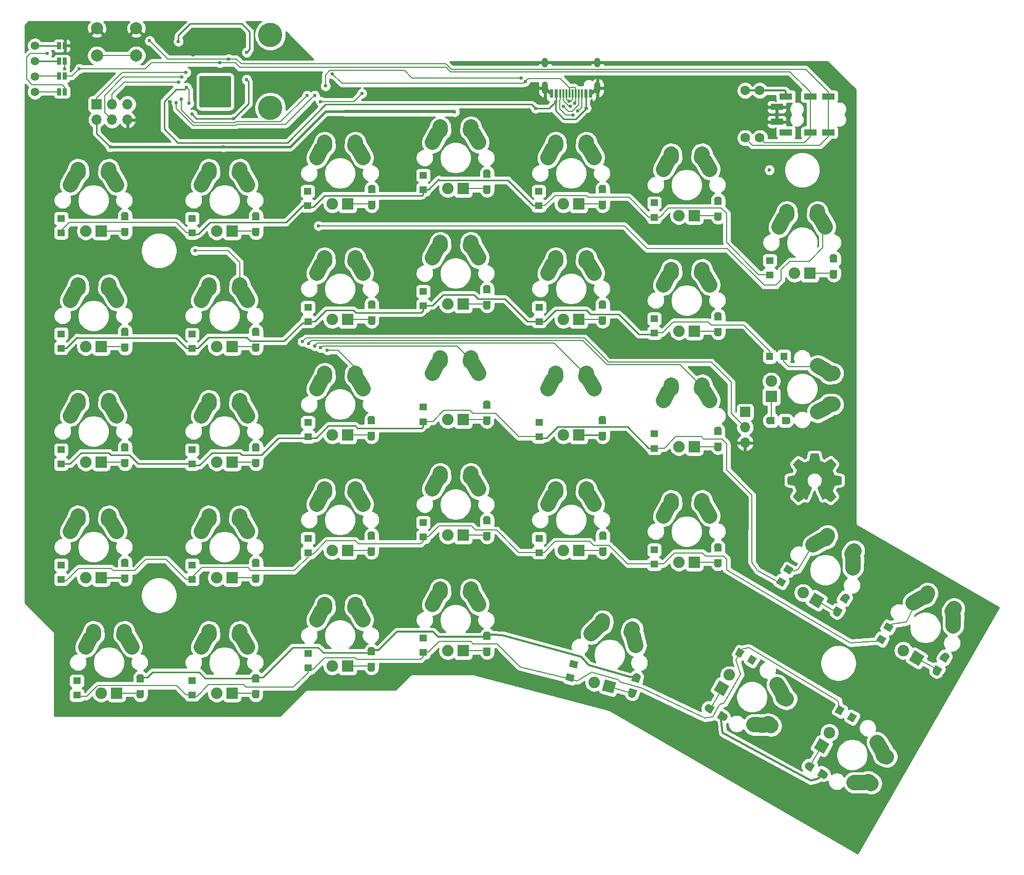
<source format=gtl>
G04 #@! TF.GenerationSoftware,KiCad,Pcbnew,(5.1.5)-3*
G04 #@! TF.CreationDate,2020-05-15T01:17:07+04:00*
G04 #@! TF.ProjectId,redox_rev2_ng-THT,7265646f-785f-4726-9576-325f6e672d54,2.0 NG*
G04 #@! TF.SameCoordinates,Original*
G04 #@! TF.FileFunction,Copper,L1,Top*
G04 #@! TF.FilePolarity,Positive*
%FSLAX46Y46*%
G04 Gerber Fmt 4.6, Leading zero omitted, Abs format (unit mm)*
G04 Created by KiCad (PCBNEW (5.1.5)-3) date 2020-05-15 01:17:07*
%MOMM*%
%LPD*%
G04 APERTURE LIST*
%ADD10C,0.010000*%
%ADD11C,2.000000*%
%ADD12C,1.905000*%
%ADD13C,0.100000*%
%ADD14C,2.500000*%
%ADD15R,1.905000X1.905000*%
%ADD16C,1.397000*%
%ADD17O,1.000000X2.100000*%
%ADD18O,1.000000X1.600000*%
%ADD19R,0.600000X1.450000*%
%ADD20R,0.300000X1.450000*%
%ADD21O,1.300000X1.100000*%
%ADD22R,1.300000X0.900000*%
%ADD23C,1.100000*%
%ADD24O,1.100000X1.300000*%
%ADD25R,0.900000X1.300000*%
%ADD26R,1.300000X0.700000*%
%ADD27R,1.300000X1.100000*%
%ADD28R,0.700000X1.300000*%
%ADD29R,1.100000X1.300000*%
%ADD30R,0.635000X1.143000*%
%ADD31C,1.600000*%
%ADD32O,1.700000X1.700000*%
%ADD33R,1.700000X1.700000*%
%ADD34C,0.500000*%
%ADD35C,4.000000*%
%ADD36R,2.100000X1.000000*%
%ADD37C,0.600000*%
%ADD38C,0.200000*%
%ADD39C,0.250000*%
%ADD40C,0.400000*%
%ADD41C,0.500000*%
%ADD42C,0.300000*%
%ADD43C,0.254000*%
G04 APERTURE END LIST*
D10*
G36*
X211046536Y-109050427D02*
G01*
X211159118Y-109647618D01*
X211574531Y-109818865D01*
X211989945Y-109990112D01*
X212488302Y-109651233D01*
X212627869Y-109556877D01*
X212754029Y-109472630D01*
X212860896Y-109402338D01*
X212942583Y-109349847D01*
X212993202Y-109319004D01*
X213006987Y-109312353D01*
X213031821Y-109329458D01*
X213084889Y-109376744D01*
X213160241Y-109448172D01*
X213251930Y-109537700D01*
X213354008Y-109639289D01*
X213460527Y-109746898D01*
X213565537Y-109854487D01*
X213663092Y-109956015D01*
X213747243Y-110045441D01*
X213812041Y-110116726D01*
X213851538Y-110163828D01*
X213860981Y-110179592D01*
X213847392Y-110208653D01*
X213809294Y-110272321D01*
X213750694Y-110364367D01*
X213675598Y-110478564D01*
X213588009Y-110608684D01*
X213537255Y-110682901D01*
X213444746Y-110818422D01*
X213362541Y-110940716D01*
X213294631Y-111043695D01*
X213245001Y-111121273D01*
X213217641Y-111167361D01*
X213213530Y-111177047D01*
X213222850Y-111204574D01*
X213248255Y-111268728D01*
X213285912Y-111360490D01*
X213331987Y-111470839D01*
X213382647Y-111590755D01*
X213434060Y-111711219D01*
X213482390Y-111823209D01*
X213523807Y-111917707D01*
X213554475Y-111985692D01*
X213570562Y-112018143D01*
X213571512Y-112019420D01*
X213596773Y-112025617D01*
X213664046Y-112039440D01*
X213766361Y-112059532D01*
X213896742Y-112084534D01*
X214048217Y-112113086D01*
X214136594Y-112129551D01*
X214298453Y-112160369D01*
X214444650Y-112189694D01*
X214567788Y-112215921D01*
X214660470Y-112237446D01*
X214715302Y-112252665D01*
X214726324Y-112257493D01*
X214737119Y-112290174D01*
X214745830Y-112363985D01*
X214752461Y-112470292D01*
X214757019Y-112600467D01*
X214759510Y-112745876D01*
X214759939Y-112897890D01*
X214758312Y-113047877D01*
X214754636Y-113187206D01*
X214748916Y-113307245D01*
X214741158Y-113399365D01*
X214731369Y-113454932D01*
X214725497Y-113466500D01*
X214690400Y-113480365D01*
X214616029Y-113500188D01*
X214512224Y-113523639D01*
X214388820Y-113548391D01*
X214345742Y-113556398D01*
X214138048Y-113594441D01*
X213973985Y-113625079D01*
X213848131Y-113649529D01*
X213755066Y-113669009D01*
X213689368Y-113684736D01*
X213645618Y-113697928D01*
X213618393Y-113709804D01*
X213602273Y-113721580D01*
X213600018Y-113723908D01*
X213577504Y-113761400D01*
X213543159Y-113834365D01*
X213500412Y-113933867D01*
X213452693Y-114050973D01*
X213403431Y-114176748D01*
X213356056Y-114302257D01*
X213313996Y-114418565D01*
X213280681Y-114516739D01*
X213259542Y-114587843D01*
X213254006Y-114622942D01*
X213254467Y-114624172D01*
X213273224Y-114652861D01*
X213315777Y-114715985D01*
X213377654Y-114806973D01*
X213454383Y-114919255D01*
X213541492Y-115046260D01*
X213566299Y-115082353D01*
X213654753Y-115213203D01*
X213732589Y-115332591D01*
X213795567Y-115433662D01*
X213839446Y-115509559D01*
X213859986Y-115553427D01*
X213860981Y-115558817D01*
X213843723Y-115587144D01*
X213796036Y-115643261D01*
X213724051Y-115721137D01*
X213633898Y-115814740D01*
X213531706Y-115918041D01*
X213423606Y-116025006D01*
X213315729Y-116129606D01*
X213214205Y-116225809D01*
X213125163Y-116307584D01*
X213054734Y-116368900D01*
X213009048Y-116403726D01*
X212996410Y-116409412D01*
X212966992Y-116396020D01*
X212906762Y-116359899D01*
X212825530Y-116307136D01*
X212763031Y-116264667D01*
X212649786Y-116186740D01*
X212515675Y-116094984D01*
X212381156Y-116003375D01*
X212308834Y-115954346D01*
X212064039Y-115788770D01*
X211858551Y-115899875D01*
X211764937Y-115948548D01*
X211685331Y-115986381D01*
X211631468Y-116007958D01*
X211617758Y-116010961D01*
X211601271Y-115988793D01*
X211568746Y-115926149D01*
X211522609Y-115828809D01*
X211465291Y-115702549D01*
X211399217Y-115553150D01*
X211326816Y-115386388D01*
X211250517Y-115208042D01*
X211172747Y-115023891D01*
X211095935Y-114839712D01*
X211022507Y-114661285D01*
X210954893Y-114494387D01*
X210895521Y-114344797D01*
X210846817Y-114218293D01*
X210811211Y-114120654D01*
X210791131Y-114057657D01*
X210787901Y-114036021D01*
X210813497Y-114008424D01*
X210869539Y-113963625D01*
X210944312Y-113910934D01*
X210950588Y-113906765D01*
X211143846Y-113752069D01*
X211299675Y-113571591D01*
X211416725Y-113371102D01*
X211493646Y-113156374D01*
X211529087Y-112933177D01*
X211521698Y-112707281D01*
X211470128Y-112484459D01*
X211373027Y-112270479D01*
X211344459Y-112223664D01*
X211195869Y-112034618D01*
X211020328Y-111882812D01*
X210823911Y-111769034D01*
X210612694Y-111694075D01*
X210392754Y-111658722D01*
X210170164Y-111663767D01*
X209951002Y-111709999D01*
X209741343Y-111798206D01*
X209547262Y-111929179D01*
X209487227Y-111982337D01*
X209334436Y-112148739D01*
X209223098Y-112323912D01*
X209146724Y-112520266D01*
X209104188Y-112714717D01*
X209093687Y-112933342D01*
X209128701Y-113153052D01*
X209205674Y-113366420D01*
X209321048Y-113566022D01*
X209471266Y-113744429D01*
X209652774Y-113894217D01*
X209676628Y-113910006D01*
X209752202Y-113961712D01*
X209809652Y-114006512D01*
X209837118Y-114035117D01*
X209837518Y-114036021D01*
X209831621Y-114066964D01*
X209808246Y-114137191D01*
X209769822Y-114240925D01*
X209718778Y-114372390D01*
X209657543Y-114525807D01*
X209588545Y-114695401D01*
X209514214Y-114875393D01*
X209436979Y-115060008D01*
X209359269Y-115243468D01*
X209283512Y-115419996D01*
X209212138Y-115583814D01*
X209147575Y-115729147D01*
X209092253Y-115850217D01*
X209048601Y-115941247D01*
X209019047Y-115996460D01*
X209007145Y-116010961D01*
X208970778Y-115999669D01*
X208902731Y-115969385D01*
X208814737Y-115925520D01*
X208766351Y-115899875D01*
X208560864Y-115788770D01*
X208316069Y-115954346D01*
X208191107Y-116039170D01*
X208054296Y-116132516D01*
X207926089Y-116220408D01*
X207861872Y-116264667D01*
X207771552Y-116325318D01*
X207695072Y-116373381D01*
X207642408Y-116402770D01*
X207625303Y-116408982D01*
X207600406Y-116392223D01*
X207545306Y-116345436D01*
X207465344Y-116273480D01*
X207365861Y-116181212D01*
X207252201Y-116073490D01*
X207180316Y-116004326D01*
X207054552Y-115880757D01*
X206945864Y-115770234D01*
X206858646Y-115677485D01*
X206797290Y-115607237D01*
X206766192Y-115564220D01*
X206763209Y-115555490D01*
X206777054Y-115522284D01*
X206815313Y-115455142D01*
X206873742Y-115360863D01*
X206948098Y-115246245D01*
X207034136Y-115118083D01*
X207058603Y-115082353D01*
X207147755Y-114952489D01*
X207227739Y-114835569D01*
X207294081Y-114738162D01*
X207342312Y-114666839D01*
X207367958Y-114628170D01*
X207370436Y-114624172D01*
X207366730Y-114593355D01*
X207347062Y-114525599D01*
X207314861Y-114429839D01*
X207273556Y-114315009D01*
X207226576Y-114190044D01*
X207177350Y-114063879D01*
X207129309Y-113945448D01*
X207085882Y-113843685D01*
X207050497Y-113767526D01*
X207026585Y-113725904D01*
X207024885Y-113723908D01*
X207010263Y-113712013D01*
X206985566Y-113700250D01*
X206945373Y-113687401D01*
X206884264Y-113672249D01*
X206796818Y-113653576D01*
X206677613Y-113630165D01*
X206521228Y-113600797D01*
X206322244Y-113564255D01*
X206279161Y-113556398D01*
X206151471Y-113531727D01*
X206040154Y-113507593D01*
X205955046Y-113486324D01*
X205905984Y-113470248D01*
X205899406Y-113466500D01*
X205888565Y-113433273D01*
X205879754Y-113359021D01*
X205872977Y-113252376D01*
X205868241Y-113121967D01*
X205865551Y-112976427D01*
X205864914Y-112824386D01*
X205866335Y-112674476D01*
X205869821Y-112535328D01*
X205875377Y-112415572D01*
X205883009Y-112323841D01*
X205892723Y-112268766D01*
X205898579Y-112257493D01*
X205931181Y-112246123D01*
X206005419Y-112227624D01*
X206113897Y-112203602D01*
X206249218Y-112175662D01*
X206403986Y-112145408D01*
X206488308Y-112129551D01*
X206648297Y-112099644D01*
X206790968Y-112072550D01*
X206909349Y-112049631D01*
X206996466Y-112032243D01*
X207045346Y-112021747D01*
X207053391Y-112019420D01*
X207066988Y-111993186D01*
X207095730Y-111929995D01*
X207135786Y-111838877D01*
X207183325Y-111728857D01*
X207234516Y-111608965D01*
X207285527Y-111488227D01*
X207332527Y-111375671D01*
X207371685Y-111280326D01*
X207399170Y-111211217D01*
X207411150Y-111177374D01*
X207411373Y-111175895D01*
X207397792Y-111149197D01*
X207359716Y-111087760D01*
X207301148Y-110997689D01*
X207226089Y-110885090D01*
X207138541Y-110756070D01*
X207087648Y-110681961D01*
X206994910Y-110546077D01*
X206912542Y-110422709D01*
X206844562Y-110318097D01*
X206794989Y-110238483D01*
X206767843Y-110190107D01*
X206763922Y-110179262D01*
X206780776Y-110154020D01*
X206827369Y-110100124D01*
X206897749Y-110023613D01*
X206985966Y-109930523D01*
X207086066Y-109826895D01*
X207192099Y-109718764D01*
X207298112Y-109612170D01*
X207398153Y-109513150D01*
X207486271Y-109427742D01*
X207556514Y-109361985D01*
X207602929Y-109321916D01*
X207618457Y-109312353D01*
X207643740Y-109325800D01*
X207704212Y-109363575D01*
X207793993Y-109421835D01*
X207907204Y-109496734D01*
X208037964Y-109584425D01*
X208136600Y-109651233D01*
X208634958Y-109990112D01*
X209050371Y-109818865D01*
X209465785Y-109647618D01*
X209578367Y-109050427D01*
X209690950Y-108453235D01*
X210933953Y-108453235D01*
X211046536Y-109050427D01*
G37*
X211046536Y-109050427D02*
X211159118Y-109647618D01*
X211574531Y-109818865D01*
X211989945Y-109990112D01*
X212488302Y-109651233D01*
X212627869Y-109556877D01*
X212754029Y-109472630D01*
X212860896Y-109402338D01*
X212942583Y-109349847D01*
X212993202Y-109319004D01*
X213006987Y-109312353D01*
X213031821Y-109329458D01*
X213084889Y-109376744D01*
X213160241Y-109448172D01*
X213251930Y-109537700D01*
X213354008Y-109639289D01*
X213460527Y-109746898D01*
X213565537Y-109854487D01*
X213663092Y-109956015D01*
X213747243Y-110045441D01*
X213812041Y-110116726D01*
X213851538Y-110163828D01*
X213860981Y-110179592D01*
X213847392Y-110208653D01*
X213809294Y-110272321D01*
X213750694Y-110364367D01*
X213675598Y-110478564D01*
X213588009Y-110608684D01*
X213537255Y-110682901D01*
X213444746Y-110818422D01*
X213362541Y-110940716D01*
X213294631Y-111043695D01*
X213245001Y-111121273D01*
X213217641Y-111167361D01*
X213213530Y-111177047D01*
X213222850Y-111204574D01*
X213248255Y-111268728D01*
X213285912Y-111360490D01*
X213331987Y-111470839D01*
X213382647Y-111590755D01*
X213434060Y-111711219D01*
X213482390Y-111823209D01*
X213523807Y-111917707D01*
X213554475Y-111985692D01*
X213570562Y-112018143D01*
X213571512Y-112019420D01*
X213596773Y-112025617D01*
X213664046Y-112039440D01*
X213766361Y-112059532D01*
X213896742Y-112084534D01*
X214048217Y-112113086D01*
X214136594Y-112129551D01*
X214298453Y-112160369D01*
X214444650Y-112189694D01*
X214567788Y-112215921D01*
X214660470Y-112237446D01*
X214715302Y-112252665D01*
X214726324Y-112257493D01*
X214737119Y-112290174D01*
X214745830Y-112363985D01*
X214752461Y-112470292D01*
X214757019Y-112600467D01*
X214759510Y-112745876D01*
X214759939Y-112897890D01*
X214758312Y-113047877D01*
X214754636Y-113187206D01*
X214748916Y-113307245D01*
X214741158Y-113399365D01*
X214731369Y-113454932D01*
X214725497Y-113466500D01*
X214690400Y-113480365D01*
X214616029Y-113500188D01*
X214512224Y-113523639D01*
X214388820Y-113548391D01*
X214345742Y-113556398D01*
X214138048Y-113594441D01*
X213973985Y-113625079D01*
X213848131Y-113649529D01*
X213755066Y-113669009D01*
X213689368Y-113684736D01*
X213645618Y-113697928D01*
X213618393Y-113709804D01*
X213602273Y-113721580D01*
X213600018Y-113723908D01*
X213577504Y-113761400D01*
X213543159Y-113834365D01*
X213500412Y-113933867D01*
X213452693Y-114050973D01*
X213403431Y-114176748D01*
X213356056Y-114302257D01*
X213313996Y-114418565D01*
X213280681Y-114516739D01*
X213259542Y-114587843D01*
X213254006Y-114622942D01*
X213254467Y-114624172D01*
X213273224Y-114652861D01*
X213315777Y-114715985D01*
X213377654Y-114806973D01*
X213454383Y-114919255D01*
X213541492Y-115046260D01*
X213566299Y-115082353D01*
X213654753Y-115213203D01*
X213732589Y-115332591D01*
X213795567Y-115433662D01*
X213839446Y-115509559D01*
X213859986Y-115553427D01*
X213860981Y-115558817D01*
X213843723Y-115587144D01*
X213796036Y-115643261D01*
X213724051Y-115721137D01*
X213633898Y-115814740D01*
X213531706Y-115918041D01*
X213423606Y-116025006D01*
X213315729Y-116129606D01*
X213214205Y-116225809D01*
X213125163Y-116307584D01*
X213054734Y-116368900D01*
X213009048Y-116403726D01*
X212996410Y-116409412D01*
X212966992Y-116396020D01*
X212906762Y-116359899D01*
X212825530Y-116307136D01*
X212763031Y-116264667D01*
X212649786Y-116186740D01*
X212515675Y-116094984D01*
X212381156Y-116003375D01*
X212308834Y-115954346D01*
X212064039Y-115788770D01*
X211858551Y-115899875D01*
X211764937Y-115948548D01*
X211685331Y-115986381D01*
X211631468Y-116007958D01*
X211617758Y-116010961D01*
X211601271Y-115988793D01*
X211568746Y-115926149D01*
X211522609Y-115828809D01*
X211465291Y-115702549D01*
X211399217Y-115553150D01*
X211326816Y-115386388D01*
X211250517Y-115208042D01*
X211172747Y-115023891D01*
X211095935Y-114839712D01*
X211022507Y-114661285D01*
X210954893Y-114494387D01*
X210895521Y-114344797D01*
X210846817Y-114218293D01*
X210811211Y-114120654D01*
X210791131Y-114057657D01*
X210787901Y-114036021D01*
X210813497Y-114008424D01*
X210869539Y-113963625D01*
X210944312Y-113910934D01*
X210950588Y-113906765D01*
X211143846Y-113752069D01*
X211299675Y-113571591D01*
X211416725Y-113371102D01*
X211493646Y-113156374D01*
X211529087Y-112933177D01*
X211521698Y-112707281D01*
X211470128Y-112484459D01*
X211373027Y-112270479D01*
X211344459Y-112223664D01*
X211195869Y-112034618D01*
X211020328Y-111882812D01*
X210823911Y-111769034D01*
X210612694Y-111694075D01*
X210392754Y-111658722D01*
X210170164Y-111663767D01*
X209951002Y-111709999D01*
X209741343Y-111798206D01*
X209547262Y-111929179D01*
X209487227Y-111982337D01*
X209334436Y-112148739D01*
X209223098Y-112323912D01*
X209146724Y-112520266D01*
X209104188Y-112714717D01*
X209093687Y-112933342D01*
X209128701Y-113153052D01*
X209205674Y-113366420D01*
X209321048Y-113566022D01*
X209471266Y-113744429D01*
X209652774Y-113894217D01*
X209676628Y-113910006D01*
X209752202Y-113961712D01*
X209809652Y-114006512D01*
X209837118Y-114035117D01*
X209837518Y-114036021D01*
X209831621Y-114066964D01*
X209808246Y-114137191D01*
X209769822Y-114240925D01*
X209718778Y-114372390D01*
X209657543Y-114525807D01*
X209588545Y-114695401D01*
X209514214Y-114875393D01*
X209436979Y-115060008D01*
X209359269Y-115243468D01*
X209283512Y-115419996D01*
X209212138Y-115583814D01*
X209147575Y-115729147D01*
X209092253Y-115850217D01*
X209048601Y-115941247D01*
X209019047Y-115996460D01*
X209007145Y-116010961D01*
X208970778Y-115999669D01*
X208902731Y-115969385D01*
X208814737Y-115925520D01*
X208766351Y-115899875D01*
X208560864Y-115788770D01*
X208316069Y-115954346D01*
X208191107Y-116039170D01*
X208054296Y-116132516D01*
X207926089Y-116220408D01*
X207861872Y-116264667D01*
X207771552Y-116325318D01*
X207695072Y-116373381D01*
X207642408Y-116402770D01*
X207625303Y-116408982D01*
X207600406Y-116392223D01*
X207545306Y-116345436D01*
X207465344Y-116273480D01*
X207365861Y-116181212D01*
X207252201Y-116073490D01*
X207180316Y-116004326D01*
X207054552Y-115880757D01*
X206945864Y-115770234D01*
X206858646Y-115677485D01*
X206797290Y-115607237D01*
X206766192Y-115564220D01*
X206763209Y-115555490D01*
X206777054Y-115522284D01*
X206815313Y-115455142D01*
X206873742Y-115360863D01*
X206948098Y-115246245D01*
X207034136Y-115118083D01*
X207058603Y-115082353D01*
X207147755Y-114952489D01*
X207227739Y-114835569D01*
X207294081Y-114738162D01*
X207342312Y-114666839D01*
X207367958Y-114628170D01*
X207370436Y-114624172D01*
X207366730Y-114593355D01*
X207347062Y-114525599D01*
X207314861Y-114429839D01*
X207273556Y-114315009D01*
X207226576Y-114190044D01*
X207177350Y-114063879D01*
X207129309Y-113945448D01*
X207085882Y-113843685D01*
X207050497Y-113767526D01*
X207026585Y-113725904D01*
X207024885Y-113723908D01*
X207010263Y-113712013D01*
X206985566Y-113700250D01*
X206945373Y-113687401D01*
X206884264Y-113672249D01*
X206796818Y-113653576D01*
X206677613Y-113630165D01*
X206521228Y-113600797D01*
X206322244Y-113564255D01*
X206279161Y-113556398D01*
X206151471Y-113531727D01*
X206040154Y-113507593D01*
X205955046Y-113486324D01*
X205905984Y-113470248D01*
X205899406Y-113466500D01*
X205888565Y-113433273D01*
X205879754Y-113359021D01*
X205872977Y-113252376D01*
X205868241Y-113121967D01*
X205865551Y-112976427D01*
X205864914Y-112824386D01*
X205866335Y-112674476D01*
X205869821Y-112535328D01*
X205875377Y-112415572D01*
X205883009Y-112323841D01*
X205892723Y-112268766D01*
X205898579Y-112257493D01*
X205931181Y-112246123D01*
X206005419Y-112227624D01*
X206113897Y-112203602D01*
X206249218Y-112175662D01*
X206403986Y-112145408D01*
X206488308Y-112129551D01*
X206648297Y-112099644D01*
X206790968Y-112072550D01*
X206909349Y-112049631D01*
X206996466Y-112032243D01*
X207045346Y-112021747D01*
X207053391Y-112019420D01*
X207066988Y-111993186D01*
X207095730Y-111929995D01*
X207135786Y-111838877D01*
X207183325Y-111728857D01*
X207234516Y-111608965D01*
X207285527Y-111488227D01*
X207332527Y-111375671D01*
X207371685Y-111280326D01*
X207399170Y-111211217D01*
X207411150Y-111177374D01*
X207411373Y-111175895D01*
X207397792Y-111149197D01*
X207359716Y-111087760D01*
X207301148Y-110997689D01*
X207226089Y-110885090D01*
X207138541Y-110756070D01*
X207087648Y-110681961D01*
X206994910Y-110546077D01*
X206912542Y-110422709D01*
X206844562Y-110318097D01*
X206794989Y-110238483D01*
X206767843Y-110190107D01*
X206763922Y-110179262D01*
X206780776Y-110154020D01*
X206827369Y-110100124D01*
X206897749Y-110023613D01*
X206985966Y-109930523D01*
X207086066Y-109826895D01*
X207192099Y-109718764D01*
X207298112Y-109612170D01*
X207398153Y-109513150D01*
X207486271Y-109427742D01*
X207556514Y-109361985D01*
X207602929Y-109321916D01*
X207618457Y-109312353D01*
X207643740Y-109325800D01*
X207704212Y-109363575D01*
X207793993Y-109421835D01*
X207907204Y-109496734D01*
X208037964Y-109584425D01*
X208136600Y-109651233D01*
X208634958Y-109990112D01*
X209050371Y-109818865D01*
X209465785Y-109647618D01*
X209578367Y-109050427D01*
X209690950Y-108453235D01*
X210933953Y-108453235D01*
X211046536Y-109050427D01*
D11*
X92000000Y-38300000D03*
X92000000Y-42800000D03*
X98500000Y-38300000D03*
X98500000Y-42800000D03*
D12*
X196260591Y-144950148D03*
G04 #@! TA.AperFunction,ComponentPad*
D13*
G36*
X194641952Y-145848713D02*
G01*
X196291730Y-146801213D01*
X195339230Y-148450991D01*
X193689452Y-147498491D01*
X194641952Y-145848713D01*
G37*
G04 #@! TD.AperFunction*
D14*
X205693690Y-148930198D02*
X205172834Y-148675034D01*
X201989288Y-153187660D02*
X200319518Y-153159972D01*
X204988835Y-147992294D02*
X204129971Y-146560074D01*
X203153966Y-153329130D02*
X202672558Y-153005638D01*
D12*
X203200000Y-96520000D03*
D15*
X203200000Y-99060000D03*
D14*
X213359328Y-95250276D02*
X212780672Y-95289724D01*
X212279954Y-100789547D02*
X210820046Y-101600453D01*
X212279954Y-94790453D02*
X210820046Y-93979547D01*
X213359328Y-100329724D02*
X212780672Y-100290276D01*
D12*
X212770591Y-154475148D03*
G04 #@! TA.AperFunction,ComponentPad*
D13*
G36*
X211151952Y-155373713D02*
G01*
X212801730Y-156326213D01*
X211849230Y-157975991D01*
X210199452Y-157023491D01*
X211151952Y-155373713D01*
G37*
G04 #@! TD.AperFunction*
D14*
X222203690Y-158455198D02*
X221682834Y-158200034D01*
X218499288Y-162712660D02*
X216829518Y-162684972D01*
X221498835Y-157517294D02*
X220639971Y-156085074D01*
X219663966Y-162854130D02*
X219182558Y-162530638D01*
D15*
X92710000Y-71755000D03*
D12*
X90170000Y-71755000D03*
D14*
X93979724Y-61595672D02*
X93940276Y-62174328D01*
X88440453Y-62675046D02*
X87629547Y-64134954D01*
X94439547Y-62675046D02*
X95250453Y-64134954D01*
X88900276Y-61595672D02*
X88939724Y-62174328D01*
D15*
X92710000Y-90805000D03*
D12*
X90170000Y-90805000D03*
D14*
X93979724Y-80645672D02*
X93940276Y-81224328D01*
X88440453Y-81725046D02*
X87629547Y-83184954D01*
X94439547Y-81725046D02*
X95250453Y-83184954D01*
X88900276Y-80645672D02*
X88939724Y-81224328D01*
D15*
X92710000Y-109855000D03*
D12*
X90170000Y-109855000D03*
D14*
X93979724Y-99695672D02*
X93940276Y-100274328D01*
X88440453Y-100775046D02*
X87629547Y-102234954D01*
X94439547Y-100775046D02*
X95250453Y-102234954D01*
X88900276Y-99695672D02*
X88939724Y-100274328D01*
D15*
X92710000Y-128905000D03*
D12*
X90170000Y-128905000D03*
D14*
X93979724Y-118745672D02*
X93940276Y-119324328D01*
X88440453Y-119825046D02*
X87629547Y-121284954D01*
X94439547Y-119825046D02*
X95250453Y-121284954D01*
X88900276Y-118745672D02*
X88939724Y-119324328D01*
G04 #@! TA.AperFunction,ComponentPad*
D13*
G36*
X175275356Y-147514122D02*
G01*
X175768406Y-145674034D01*
X177608494Y-146167084D01*
X177115444Y-148007172D01*
X175275356Y-147514122D01*
G37*
G04 #@! TD.AperFunction*
D12*
X173988473Y-146183203D03*
D14*
X180297812Y-137356074D02*
X180109940Y-137904804D01*
X174667925Y-136965002D02*
X173506797Y-138165286D01*
X180462604Y-138517681D02*
X180868028Y-140137721D01*
X175391441Y-136041416D02*
X175279779Y-136610566D01*
D16*
X81800000Y-41200000D03*
X81800000Y-43740000D03*
X81800000Y-46280000D03*
X81800000Y-48820000D03*
D17*
X165880000Y-48180000D03*
X174520000Y-48180000D03*
D18*
X165880000Y-44000000D03*
X174520000Y-44000000D03*
D19*
X173425000Y-49100000D03*
X172650000Y-49100000D03*
D20*
X171950000Y-49100000D03*
X171450000Y-49100000D03*
X170950000Y-49100000D03*
X170450000Y-49100000D03*
X169950000Y-49100000D03*
X169450000Y-49100000D03*
X168950000Y-49100000D03*
X168450000Y-49100000D03*
D19*
X167750000Y-49100000D03*
X166975000Y-49100000D03*
D15*
X133350000Y-67310000D03*
D12*
X130810000Y-67310000D03*
D14*
X134619724Y-57150672D02*
X134580276Y-57729328D01*
X129080453Y-58230046D02*
X128269547Y-59689954D01*
X135079547Y-58230046D02*
X135890453Y-59689954D01*
X129540276Y-57150672D02*
X129579724Y-57729328D01*
D15*
X190500000Y-69215000D03*
D12*
X187960000Y-69215000D03*
D14*
X191769724Y-59055672D02*
X191730276Y-59634328D01*
X186230453Y-60135046D02*
X185419547Y-61594954D01*
X192229547Y-60135046D02*
X193040453Y-61594954D01*
X186690276Y-59055672D02*
X186729724Y-59634328D01*
D15*
X114300000Y-71755000D03*
D12*
X111760000Y-71755000D03*
D14*
X115569724Y-61595672D02*
X115530276Y-62174328D01*
X110030453Y-62675046D02*
X109219547Y-64134954D01*
X116029547Y-62675046D02*
X116840453Y-64134954D01*
X110490276Y-61595672D02*
X110529724Y-62174328D01*
D15*
X95250000Y-147955000D03*
D12*
X92710000Y-147955000D03*
D14*
X96519724Y-137795672D02*
X96480276Y-138374328D01*
X90980453Y-138875046D02*
X90169547Y-140334954D01*
X96979547Y-138875046D02*
X97790453Y-140334954D01*
X91440276Y-137795672D02*
X91479724Y-138374328D01*
D15*
X114300000Y-90805000D03*
D12*
X111760000Y-90805000D03*
D14*
X115569724Y-80645672D02*
X115530276Y-81224328D01*
X110030453Y-81725046D02*
X109219547Y-83184954D01*
X116029547Y-81725046D02*
X116840453Y-83184954D01*
X110490276Y-80645672D02*
X110529724Y-81224328D01*
D15*
X114300000Y-109855000D03*
D12*
X111760000Y-109855000D03*
D14*
X115569724Y-99695672D02*
X115530276Y-100274328D01*
X110030453Y-100775046D02*
X109219547Y-102234954D01*
X116029547Y-100775046D02*
X116840453Y-102234954D01*
X110490276Y-99695672D02*
X110529724Y-100274328D01*
D15*
X114300000Y-128905000D03*
D12*
X111760000Y-128905000D03*
D14*
X115569724Y-118745672D02*
X115530276Y-119324328D01*
X110030453Y-119825046D02*
X109219547Y-121284954D01*
X116029547Y-119825046D02*
X116840453Y-121284954D01*
X110490276Y-118745672D02*
X110529724Y-119324328D01*
D15*
X114300000Y-147955000D03*
D12*
X111760000Y-147955000D03*
D14*
X115569724Y-137795672D02*
X115530276Y-138374328D01*
X110030453Y-138875046D02*
X109219547Y-140334954D01*
X116029547Y-138875046D02*
X116840453Y-140334954D01*
X110490276Y-137795672D02*
X110529724Y-138374328D01*
D15*
X133350000Y-86360000D03*
D12*
X130810000Y-86360000D03*
D14*
X134619724Y-76200672D02*
X134580276Y-76779328D01*
X129080453Y-77280046D02*
X128269547Y-78739954D01*
X135079547Y-77280046D02*
X135890453Y-78739954D01*
X129540276Y-76200672D02*
X129579724Y-76779328D01*
D15*
X133350000Y-105410000D03*
D12*
X130810000Y-105410000D03*
D14*
X134619724Y-95250672D02*
X134580276Y-95829328D01*
X129080453Y-96330046D02*
X128269547Y-97789954D01*
X135079547Y-96330046D02*
X135890453Y-97789954D01*
X129540276Y-95250672D02*
X129579724Y-95829328D01*
D15*
X133350000Y-124460000D03*
D12*
X130810000Y-124460000D03*
D14*
X134619724Y-114300672D02*
X134580276Y-114879328D01*
X129080453Y-115380046D02*
X128269547Y-116839954D01*
X135079547Y-115380046D02*
X135890453Y-116839954D01*
X129540276Y-114300672D02*
X129579724Y-114879328D01*
D15*
X133350000Y-143510000D03*
D12*
X130810000Y-143510000D03*
D14*
X134619724Y-133350672D02*
X134580276Y-133929328D01*
X129080453Y-134430046D02*
X128269547Y-135889954D01*
X135079547Y-134430046D02*
X135890453Y-135889954D01*
X129540276Y-133350672D02*
X129579724Y-133929328D01*
D15*
X152400000Y-64770000D03*
D12*
X149860000Y-64770000D03*
D14*
X153669724Y-54610672D02*
X153630276Y-55189328D01*
X148130453Y-55690046D02*
X147319547Y-57149954D01*
X154129547Y-55690046D02*
X154940453Y-57149954D01*
X148590276Y-54610672D02*
X148629724Y-55189328D01*
D15*
X152400000Y-83820000D03*
D12*
X149860000Y-83820000D03*
D14*
X153669724Y-73660672D02*
X153630276Y-74239328D01*
X148130453Y-74740046D02*
X147319547Y-76199954D01*
X154129547Y-74740046D02*
X154940453Y-76199954D01*
X148590276Y-73660672D02*
X148629724Y-74239328D01*
D15*
X152400000Y-102870000D03*
D12*
X149860000Y-102870000D03*
D14*
X153669724Y-92710672D02*
X153630276Y-93289328D01*
X148130453Y-93790046D02*
X147319547Y-95249954D01*
X154129547Y-93790046D02*
X154940453Y-95249954D01*
X148590276Y-92710672D02*
X148629724Y-93289328D01*
D15*
X152400000Y-121920000D03*
D12*
X149860000Y-121920000D03*
D14*
X153669724Y-111760672D02*
X153630276Y-112339328D01*
X148130453Y-112840046D02*
X147319547Y-114299954D01*
X154129547Y-112840046D02*
X154940453Y-114299954D01*
X148590276Y-111760672D02*
X148629724Y-112339328D01*
D15*
X152400000Y-140970000D03*
D12*
X149860000Y-140970000D03*
D14*
X153669724Y-130810672D02*
X153630276Y-131389328D01*
X148130453Y-131890046D02*
X147319547Y-133349954D01*
X154129547Y-131890046D02*
X154940453Y-133349954D01*
X148590276Y-130810672D02*
X148629724Y-131389328D01*
D15*
X171450000Y-67310000D03*
D12*
X168910000Y-67310000D03*
D14*
X172719724Y-57150672D02*
X172680276Y-57729328D01*
X167180453Y-58230046D02*
X166369547Y-59689954D01*
X173179547Y-58230046D02*
X173990453Y-59689954D01*
X167640276Y-57150672D02*
X167679724Y-57729328D01*
D15*
X171450000Y-86360000D03*
D12*
X168910000Y-86360000D03*
D14*
X172719724Y-76200672D02*
X172680276Y-76779328D01*
X167180453Y-77280046D02*
X166369547Y-78739954D01*
X173179547Y-77280046D02*
X173990453Y-78739954D01*
X167640276Y-76200672D02*
X167679724Y-76779328D01*
D15*
X171450000Y-105410000D03*
D12*
X168910000Y-105410000D03*
D14*
X172719724Y-95250672D02*
X172680276Y-95829328D01*
X167180453Y-96330046D02*
X166369547Y-97789954D01*
X173179547Y-96330046D02*
X173990453Y-97789954D01*
X167640276Y-95250672D02*
X167679724Y-95829328D01*
D15*
X171450000Y-124460000D03*
D12*
X168910000Y-124460000D03*
D14*
X172719724Y-114300672D02*
X172680276Y-114879328D01*
X167180453Y-115380046D02*
X166369547Y-116839954D01*
X173179547Y-115380046D02*
X173990453Y-116839954D01*
X167640276Y-114300672D02*
X167679724Y-114879328D01*
D15*
X190500000Y-88265000D03*
D12*
X187960000Y-88265000D03*
D14*
X191769724Y-78105672D02*
X191730276Y-78684328D01*
X186230453Y-79185046D02*
X185419547Y-80644954D01*
X192229547Y-79185046D02*
X193040453Y-80644954D01*
X186690276Y-78105672D02*
X186729724Y-78684328D01*
D15*
X190500000Y-107315000D03*
D12*
X187960000Y-107315000D03*
D14*
X191769724Y-97155672D02*
X191730276Y-97734328D01*
X186230453Y-98235046D02*
X185419547Y-99694954D01*
X192229547Y-98235046D02*
X193040453Y-99694954D01*
X186690276Y-97155672D02*
X186729724Y-97734328D01*
D15*
X190500000Y-126365000D03*
D12*
X187960000Y-126365000D03*
D14*
X191769724Y-116205672D02*
X191730276Y-116784328D01*
X186230453Y-117285046D02*
X185419547Y-118744954D01*
X192229547Y-117285046D02*
X193040453Y-118744954D01*
X186690276Y-116205672D02*
X186729724Y-116784328D01*
D15*
X209550000Y-78740000D03*
D12*
X207010000Y-78740000D03*
D14*
X210819724Y-68580672D02*
X210780276Y-69159328D01*
X205280453Y-69660046D02*
X204469547Y-71119954D01*
X211279547Y-69660046D02*
X212090453Y-71119954D01*
X205740276Y-68580672D02*
X205779724Y-69159328D01*
G04 #@! TA.AperFunction,ComponentPad*
D13*
G36*
X209348713Y-133018048D02*
G01*
X210301213Y-131368270D01*
X211950991Y-132320770D01*
X210998491Y-133970548D01*
X209348713Y-133018048D01*
G37*
G04 #@! TD.AperFunction*
D12*
X208450148Y-131399409D03*
D14*
X216829130Y-124506034D02*
X216505638Y-124987442D01*
X211492294Y-122671165D02*
X210060074Y-123530029D01*
X216687660Y-125670712D02*
X216659972Y-127340482D01*
X212430198Y-121966310D02*
X212175034Y-122487166D01*
G04 #@! TA.AperFunction,ComponentPad*
D13*
G36*
X225858713Y-142543048D02*
G01*
X226811213Y-140893270D01*
X228460991Y-141845770D01*
X227508491Y-143495548D01*
X225858713Y-142543048D01*
G37*
G04 #@! TD.AperFunction*
D12*
X224960148Y-140924409D03*
D14*
X233339130Y-134031034D02*
X233015638Y-134512442D01*
X228002294Y-132196165D02*
X226570074Y-133055029D01*
X233197660Y-135195712D02*
X233169972Y-136865482D01*
X228940198Y-131491310D02*
X228685034Y-132012166D01*
D21*
X96647000Y-72112000D03*
X96647000Y-69112000D03*
D22*
X96647000Y-71662000D03*
X96647000Y-69562000D03*
D21*
X96647000Y-91162000D03*
X96647000Y-88162000D03*
D22*
X96647000Y-90712000D03*
X96647000Y-88612000D03*
D21*
X96647000Y-110212000D03*
X96647000Y-107212000D03*
D22*
X96647000Y-109762000D03*
X96647000Y-107662000D03*
D21*
X96647000Y-129262000D03*
X96647000Y-126262000D03*
D22*
X96647000Y-128812000D03*
X96647000Y-126712000D03*
D21*
X99187000Y-148312000D03*
X99187000Y-145312000D03*
D22*
X99187000Y-147862000D03*
X99187000Y-145762000D03*
D21*
X118237000Y-72112000D03*
X118237000Y-69112000D03*
D22*
X118237000Y-71662000D03*
X118237000Y-69562000D03*
D21*
X118237000Y-91162000D03*
X118237000Y-88162000D03*
D22*
X118237000Y-90712000D03*
X118237000Y-88612000D03*
D21*
X118237000Y-110212000D03*
X118237000Y-107212000D03*
D22*
X118237000Y-109762000D03*
X118237000Y-107662000D03*
D21*
X118237000Y-129262000D03*
X118237000Y-126262000D03*
D22*
X118237000Y-128812000D03*
X118237000Y-126712000D03*
D21*
X118200000Y-148312000D03*
X118200000Y-145312000D03*
D22*
X118200000Y-147862000D03*
X118200000Y-145762000D03*
D21*
X137300000Y-67667000D03*
X137300000Y-64667000D03*
D22*
X137300000Y-67217000D03*
X137300000Y-65117000D03*
D21*
X137300000Y-86717000D03*
X137300000Y-83717000D03*
D22*
X137300000Y-86267000D03*
X137300000Y-84167000D03*
D21*
X137287000Y-105767000D03*
X137287000Y-102767000D03*
D22*
X137287000Y-105317000D03*
X137287000Y-103217000D03*
D21*
X137287000Y-124817000D03*
X137287000Y-121817000D03*
D22*
X137287000Y-124367000D03*
X137287000Y-122267000D03*
D21*
X137287000Y-143867000D03*
X137287000Y-140867000D03*
D22*
X137287000Y-143417000D03*
X137287000Y-141317000D03*
D21*
X156337000Y-65127000D03*
X156337000Y-62127000D03*
D22*
X156337000Y-64677000D03*
X156337000Y-62577000D03*
D21*
X156337000Y-84177000D03*
X156337000Y-81177000D03*
D22*
X156337000Y-83727000D03*
X156337000Y-81627000D03*
D21*
X156300000Y-103227000D03*
X156300000Y-100227000D03*
D22*
X156300000Y-102777000D03*
X156300000Y-100677000D03*
D21*
X156337000Y-122277000D03*
X156337000Y-119277000D03*
D22*
X156337000Y-121827000D03*
X156337000Y-119727000D03*
D21*
X156337000Y-141327000D03*
X156337000Y-138327000D03*
D22*
X156337000Y-140877000D03*
X156337000Y-138777000D03*
D21*
X175387000Y-67667000D03*
X175387000Y-64667000D03*
D22*
X175387000Y-67217000D03*
X175387000Y-65117000D03*
D21*
X175387000Y-86717000D03*
X175387000Y-83717000D03*
D22*
X175387000Y-86267000D03*
X175387000Y-84167000D03*
D21*
X175387000Y-105767000D03*
X175387000Y-102767000D03*
D22*
X175387000Y-105317000D03*
X175387000Y-103217000D03*
D21*
X175400000Y-124817000D03*
X175400000Y-121817000D03*
D22*
X175400000Y-124367000D03*
X175400000Y-122267000D03*
D23*
X180302364Y-148159771D02*
X180109178Y-148108007D01*
X181078822Y-145261993D02*
X180885636Y-145210229D01*
G04 #@! TA.AperFunction,SMDPad,CuDef*
D13*
G36*
X179810857Y-147096323D02*
G01*
X181066560Y-147432788D01*
X180833623Y-148302121D01*
X179577920Y-147965656D01*
X179810857Y-147096323D01*
G37*
G04 #@! TD.AperFunction*
G04 #@! TA.AperFunction,SMDPad,CuDef*
G36*
X180354377Y-145067879D02*
G01*
X181610080Y-145404344D01*
X181377143Y-146273677D01*
X180121440Y-145937212D01*
X180354377Y-145067879D01*
G37*
G04 #@! TD.AperFunction*
D21*
X194437000Y-69572000D03*
X194437000Y-66572000D03*
D22*
X194437000Y-69122000D03*
X194437000Y-67022000D03*
D21*
X194437000Y-88622000D03*
X194437000Y-85622000D03*
D22*
X194437000Y-88172000D03*
X194437000Y-86072000D03*
D21*
X194400000Y-107545000D03*
X194400000Y-104545000D03*
D22*
X194400000Y-107095000D03*
X194400000Y-104995000D03*
D21*
X194400000Y-126722000D03*
X194400000Y-123722000D03*
D22*
X194400000Y-126272000D03*
X194400000Y-124172000D03*
D23*
X192706962Y-150466603D02*
X192806962Y-150293397D01*
X195305038Y-151966603D02*
X195405038Y-151793397D01*
G04 #@! TA.AperFunction,SMDPad,CuDef*
D13*
G36*
X193861384Y-150267083D02*
G01*
X193211384Y-151392917D01*
X192431962Y-150942917D01*
X193081962Y-149817083D01*
X193861384Y-150267083D01*
G37*
G04 #@! TD.AperFunction*
G04 #@! TA.AperFunction,SMDPad,CuDef*
G36*
X195680038Y-151317083D02*
G01*
X195030038Y-152442917D01*
X194250616Y-151992917D01*
X194900616Y-150867083D01*
X195680038Y-151317083D01*
G37*
G04 #@! TD.AperFunction*
D21*
X213487000Y-79097000D03*
X213487000Y-76097000D03*
D22*
X213487000Y-78647000D03*
X213487000Y-76547000D03*
D24*
X202843000Y-102997000D03*
X205843000Y-102997000D03*
D25*
X203293000Y-102997000D03*
X205393000Y-102997000D03*
D23*
X214036603Y-134749038D02*
X213863397Y-134649038D01*
X215536603Y-132150962D02*
X215363397Y-132050962D01*
G04 #@! TA.AperFunction,SMDPad,CuDef*
D13*
G36*
X213837083Y-133594616D02*
G01*
X214962917Y-134244616D01*
X214512917Y-135024038D01*
X213387083Y-134374038D01*
X213837083Y-133594616D01*
G37*
G04 #@! TD.AperFunction*
G04 #@! TA.AperFunction,SMDPad,CuDef*
G36*
X214887083Y-131775962D02*
G01*
X216012917Y-132425962D01*
X215562917Y-133205384D01*
X214437083Y-132555384D01*
X214887083Y-131775962D01*
G37*
G04 #@! TD.AperFunction*
D23*
X230476603Y-144478038D02*
X230303397Y-144378038D01*
X231976603Y-141879962D02*
X231803397Y-141779962D01*
G04 #@! TA.AperFunction,SMDPad,CuDef*
D13*
G36*
X230277083Y-143323616D02*
G01*
X231402917Y-143973616D01*
X230952917Y-144753038D01*
X229827083Y-144103038D01*
X230277083Y-143323616D01*
G37*
G04 #@! TD.AperFunction*
G04 #@! TA.AperFunction,SMDPad,CuDef*
G36*
X231327083Y-141504962D02*
G01*
X232452917Y-142154962D01*
X232002917Y-142934384D01*
X230877083Y-142284384D01*
X231327083Y-141504962D01*
G37*
G04 #@! TD.AperFunction*
D23*
X209216962Y-159991603D02*
X209316962Y-159818397D01*
X211815038Y-161491603D02*
X211915038Y-161318397D01*
G04 #@! TA.AperFunction,SMDPad,CuDef*
D13*
G36*
X210371384Y-159792083D02*
G01*
X209721384Y-160917917D01*
X208941962Y-160467917D01*
X209591962Y-159342083D01*
X210371384Y-159792083D01*
G37*
G04 #@! TD.AperFunction*
G04 #@! TA.AperFunction,SMDPad,CuDef*
G36*
X212190038Y-160842083D02*
G01*
X211540038Y-161967917D01*
X210760616Y-161517917D01*
X211410616Y-160392083D01*
X212190038Y-160842083D01*
G37*
G04 #@! TD.AperFunction*
D26*
X86106000Y-69466000D03*
X86106000Y-72266000D03*
D27*
X86106000Y-69716000D03*
X86106000Y-72016000D03*
D26*
X86100000Y-88500000D03*
X86100000Y-91300000D03*
D27*
X86100000Y-88750000D03*
X86100000Y-91050000D03*
D26*
X86100000Y-107600000D03*
X86100000Y-110400000D03*
D27*
X86100000Y-107850000D03*
X86100000Y-110150000D03*
D26*
X86100000Y-126600000D03*
X86100000Y-129400000D03*
D27*
X86100000Y-126850000D03*
X86100000Y-129150000D03*
D26*
X88700000Y-145700000D03*
X88700000Y-148500000D03*
D27*
X88700000Y-145950000D03*
X88700000Y-148250000D03*
D26*
X107696000Y-69466000D03*
X107696000Y-72266000D03*
D27*
X107696000Y-69716000D03*
X107696000Y-72016000D03*
D26*
X107700000Y-88550000D03*
X107700000Y-91350000D03*
D27*
X107700000Y-88800000D03*
X107700000Y-91100000D03*
D26*
X107700000Y-107600000D03*
X107700000Y-110400000D03*
D27*
X107700000Y-107850000D03*
X107700000Y-110150000D03*
D26*
X107700000Y-126600000D03*
X107700000Y-129400000D03*
D27*
X107700000Y-126850000D03*
X107700000Y-129150000D03*
D26*
X107700000Y-145650000D03*
X107700000Y-148450000D03*
D27*
X107700000Y-145900000D03*
X107700000Y-148200000D03*
D26*
X126746000Y-65000000D03*
X126746000Y-67800000D03*
D27*
X126746000Y-65250000D03*
X126746000Y-67550000D03*
D26*
X126800000Y-84100000D03*
X126800000Y-86900000D03*
D27*
X126800000Y-84350000D03*
X126800000Y-86650000D03*
D26*
X126800000Y-103100000D03*
X126800000Y-105900000D03*
D27*
X126800000Y-103350000D03*
X126800000Y-105650000D03*
D26*
X126800000Y-122200000D03*
X126800000Y-125000000D03*
D27*
X126800000Y-122450000D03*
X126800000Y-124750000D03*
D26*
X126800000Y-141200000D03*
X126800000Y-144000000D03*
D27*
X126800000Y-141450000D03*
X126800000Y-143750000D03*
D26*
X145796000Y-62354000D03*
X145796000Y-65154000D03*
D27*
X145796000Y-62604000D03*
X145796000Y-64904000D03*
D26*
X145800000Y-81500000D03*
X145800000Y-84300000D03*
D27*
X145800000Y-81750000D03*
X145800000Y-84050000D03*
D26*
X145800000Y-100600000D03*
X145800000Y-103400000D03*
D27*
X145800000Y-100850000D03*
X145800000Y-103150000D03*
D26*
X145800000Y-119600000D03*
X145800000Y-122400000D03*
D27*
X145800000Y-119850000D03*
X145800000Y-122150000D03*
D26*
X145800000Y-138650000D03*
X145800000Y-141450000D03*
D27*
X145800000Y-138900000D03*
X145800000Y-141200000D03*
D26*
X164846000Y-65000000D03*
X164846000Y-67800000D03*
D27*
X164846000Y-65250000D03*
X164846000Y-67550000D03*
D26*
X164900000Y-84100000D03*
X164900000Y-86900000D03*
D27*
X164900000Y-84350000D03*
X164900000Y-86650000D03*
D26*
X164900000Y-103100000D03*
X164900000Y-105900000D03*
D27*
X164900000Y-103350000D03*
X164900000Y-105650000D03*
D26*
X164900000Y-122200000D03*
X164900000Y-125000000D03*
D27*
X164900000Y-122450000D03*
X164900000Y-124750000D03*
G04 #@! TA.AperFunction,ComponentPad*
D13*
G36*
X171197254Y-143443195D02*
G01*
X169941551Y-143106731D01*
X170122724Y-142430583D01*
X171378427Y-142767047D01*
X171197254Y-143443195D01*
G37*
G04 #@! TD.AperFunction*
G04 #@! TA.AperFunction,ComponentPad*
G36*
X170472560Y-146147787D02*
G01*
X169216857Y-145811323D01*
X169398030Y-145135175D01*
X170653733Y-145471639D01*
X170472560Y-146147787D01*
G37*
G04 #@! TD.AperFunction*
G04 #@! TA.AperFunction,SMDPad,CuDef*
G36*
X171080785Y-143877862D02*
G01*
X169825082Y-143541397D01*
X170109783Y-142478878D01*
X171365486Y-142815343D01*
X171080785Y-143877862D01*
G37*
G04 #@! TD.AperFunction*
G04 #@! TA.AperFunction,SMDPad,CuDef*
G36*
X170485501Y-146099492D02*
G01*
X169229798Y-145763027D01*
X169514499Y-144700508D01*
X170770202Y-145036973D01*
X170485501Y-146099492D01*
G37*
G04 #@! TD.AperFunction*
D26*
X183900000Y-66900000D03*
X183900000Y-69700000D03*
D27*
X183900000Y-67150000D03*
X183900000Y-69450000D03*
D26*
X183900000Y-86000000D03*
X183900000Y-88800000D03*
D27*
X183900000Y-86250000D03*
X183900000Y-88550000D03*
D26*
X183900000Y-105000000D03*
X183900000Y-107800000D03*
D27*
X183900000Y-105250000D03*
X183900000Y-107550000D03*
D26*
X183900000Y-124100000D03*
X183900000Y-126900000D03*
D27*
X183900000Y-124350000D03*
X183900000Y-126650000D03*
G04 #@! TA.AperFunction,ComponentPad*
D13*
G36*
X199584327Y-142987917D02*
G01*
X200234327Y-141862083D01*
X200840545Y-142212083D01*
X200190545Y-143337917D01*
X199584327Y-142987917D01*
G37*
G04 #@! TD.AperFunction*
G04 #@! TA.AperFunction,ComponentPad*
G36*
X197159455Y-141587917D02*
G01*
X197809455Y-140462083D01*
X198415673Y-140812083D01*
X197765673Y-141937917D01*
X197159455Y-141587917D01*
G37*
G04 #@! TD.AperFunction*
G04 #@! TA.AperFunction,SMDPad,CuDef*
G36*
X199194615Y-142762917D02*
G01*
X199844615Y-141637083D01*
X200797243Y-142187083D01*
X200147243Y-143312917D01*
X199194615Y-142762917D01*
G37*
G04 #@! TD.AperFunction*
G04 #@! TA.AperFunction,SMDPad,CuDef*
G36*
X197202757Y-141612917D02*
G01*
X197852757Y-140487083D01*
X198805385Y-141037083D01*
X198155385Y-142162917D01*
X197202757Y-141612917D01*
G37*
G04 #@! TD.AperFunction*
D26*
X202946000Y-76400000D03*
X202946000Y-79200000D03*
D27*
X202946000Y-76650000D03*
X202946000Y-78950000D03*
D28*
X205500000Y-92456000D03*
X202700000Y-92456000D03*
D29*
X205250000Y-92456000D03*
X202950000Y-92456000D03*
G04 #@! TA.AperFunction,ComponentPad*
D13*
G36*
X206487917Y-128015673D02*
G01*
X205362083Y-127365673D01*
X205712083Y-126759455D01*
X206837917Y-127409455D01*
X206487917Y-128015673D01*
G37*
G04 #@! TD.AperFunction*
G04 #@! TA.AperFunction,ComponentPad*
G36*
X205087917Y-130440545D02*
G01*
X203962083Y-129790545D01*
X204312083Y-129184327D01*
X205437917Y-129834327D01*
X205087917Y-130440545D01*
G37*
G04 #@! TD.AperFunction*
G04 #@! TA.AperFunction,SMDPad,CuDef*
G36*
X206262917Y-128405385D02*
G01*
X205137083Y-127755385D01*
X205687083Y-126802757D01*
X206812917Y-127452757D01*
X206262917Y-128405385D01*
G37*
G04 #@! TD.AperFunction*
G04 #@! TA.AperFunction,SMDPad,CuDef*
G36*
X205112917Y-130397243D02*
G01*
X203987083Y-129747243D01*
X204537083Y-128794615D01*
X205662917Y-129444615D01*
X205112917Y-130397243D01*
G37*
G04 #@! TD.AperFunction*
G04 #@! TA.AperFunction,ComponentPad*
G36*
X222987917Y-137515673D02*
G01*
X221862083Y-136865673D01*
X222212083Y-136259455D01*
X223337917Y-136909455D01*
X222987917Y-137515673D01*
G37*
G04 #@! TD.AperFunction*
G04 #@! TA.AperFunction,ComponentPad*
G36*
X221587917Y-139940545D02*
G01*
X220462083Y-139290545D01*
X220812083Y-138684327D01*
X221937917Y-139334327D01*
X221587917Y-139940545D01*
G37*
G04 #@! TD.AperFunction*
G04 #@! TA.AperFunction,SMDPad,CuDef*
G36*
X222762917Y-137905385D02*
G01*
X221637083Y-137255385D01*
X222187083Y-136302757D01*
X223312917Y-136952757D01*
X222762917Y-137905385D01*
G37*
G04 #@! TD.AperFunction*
G04 #@! TA.AperFunction,SMDPad,CuDef*
G36*
X221612917Y-139897243D02*
G01*
X220487083Y-139247243D01*
X221037083Y-138294615D01*
X222162917Y-138944615D01*
X221612917Y-139897243D01*
G37*
G04 #@! TD.AperFunction*
G04 #@! TA.AperFunction,ComponentPad*
G36*
X216080256Y-152462917D02*
G01*
X216730256Y-151337083D01*
X217336474Y-151687083D01*
X216686474Y-152812917D01*
X216080256Y-152462917D01*
G37*
G04 #@! TD.AperFunction*
G04 #@! TA.AperFunction,ComponentPad*
G36*
X213655384Y-151062917D02*
G01*
X214305384Y-149937083D01*
X214911602Y-150287083D01*
X214261602Y-151412917D01*
X213655384Y-151062917D01*
G37*
G04 #@! TD.AperFunction*
G04 #@! TA.AperFunction,SMDPad,CuDef*
G36*
X215690544Y-152237917D02*
G01*
X216340544Y-151112083D01*
X217293172Y-151662083D01*
X216643172Y-152787917D01*
X215690544Y-152237917D01*
G37*
G04 #@! TD.AperFunction*
G04 #@! TA.AperFunction,SMDPad,CuDef*
G36*
X213698686Y-151087917D02*
G01*
X214348686Y-149962083D01*
X215301314Y-150512083D01*
X214651314Y-151637917D01*
X213698686Y-151087917D01*
G37*
G04 #@! TD.AperFunction*
D30*
X85734620Y-48802000D03*
X86735380Y-48802000D03*
X85734620Y-46242000D03*
X86735380Y-46242000D03*
X85734620Y-43759000D03*
X86735380Y-43759000D03*
X85734620Y-41199000D03*
X86735380Y-41199000D03*
D31*
X198900000Y-48600000D03*
X198900000Y-56400000D03*
X201300000Y-48600000D03*
X201300000Y-56400000D03*
D32*
X198882000Y-106680000D03*
X198882000Y-104140000D03*
D33*
X198882000Y-101600000D03*
D34*
X109156000Y-51118000D03*
X110331000Y-51118000D03*
X111506000Y-51118000D03*
X112681000Y-51118000D03*
X113856000Y-51118000D03*
X109156000Y-49943000D03*
X110331000Y-49943000D03*
X111506000Y-49943000D03*
X112681000Y-49943000D03*
X113856000Y-49943000D03*
X109156000Y-48768000D03*
X110331000Y-48768000D03*
X111506000Y-48768000D03*
X112681000Y-48768000D03*
X113856000Y-48768000D03*
X109156000Y-47593000D03*
X110331000Y-47593000D03*
X111506000Y-47593000D03*
X112681000Y-47593000D03*
X113856000Y-47593000D03*
X109156000Y-46418000D03*
X110331000Y-46418000D03*
X111506000Y-46418000D03*
X112681000Y-46418000D03*
X113856000Y-46418000D03*
G04 #@! TA.AperFunction,Conductor*
D13*
G36*
X113880504Y-46169204D02*
G01*
X113904773Y-46172804D01*
X113928571Y-46178765D01*
X113951671Y-46187030D01*
X113973849Y-46197520D01*
X113994893Y-46210133D01*
X114014598Y-46224747D01*
X114032777Y-46241223D01*
X114049253Y-46259402D01*
X114063867Y-46279107D01*
X114076480Y-46300151D01*
X114086970Y-46322329D01*
X114095235Y-46345429D01*
X114101196Y-46369227D01*
X114104796Y-46393496D01*
X114106000Y-46418000D01*
X114106000Y-51118000D01*
X114104796Y-51142504D01*
X114101196Y-51166773D01*
X114095235Y-51190571D01*
X114086970Y-51213671D01*
X114076480Y-51235849D01*
X114063867Y-51256893D01*
X114049253Y-51276598D01*
X114032777Y-51294777D01*
X114014598Y-51311253D01*
X113994893Y-51325867D01*
X113973849Y-51338480D01*
X113951671Y-51348970D01*
X113928571Y-51357235D01*
X113904773Y-51363196D01*
X113880504Y-51366796D01*
X113856000Y-51368000D01*
X109156000Y-51368000D01*
X109131496Y-51366796D01*
X109107227Y-51363196D01*
X109083429Y-51357235D01*
X109060329Y-51348970D01*
X109038151Y-51338480D01*
X109017107Y-51325867D01*
X108997402Y-51311253D01*
X108979223Y-51294777D01*
X108962747Y-51276598D01*
X108948133Y-51256893D01*
X108935520Y-51235849D01*
X108925030Y-51213671D01*
X108916765Y-51190571D01*
X108910804Y-51166773D01*
X108907204Y-51142504D01*
X108906000Y-51118000D01*
X108906000Y-46418000D01*
X108907204Y-46393496D01*
X108910804Y-46369227D01*
X108916765Y-46345429D01*
X108925030Y-46322329D01*
X108935520Y-46300151D01*
X108948133Y-46279107D01*
X108962747Y-46259402D01*
X108979223Y-46241223D01*
X108997402Y-46224747D01*
X109017107Y-46210133D01*
X109038151Y-46197520D01*
X109060329Y-46187030D01*
X109083429Y-46178765D01*
X109107227Y-46172804D01*
X109131496Y-46169204D01*
X109156000Y-46168000D01*
X113856000Y-46168000D01*
X113880504Y-46169204D01*
G37*
G04 #@! TD.AperFunction*
D33*
X91960000Y-50860000D03*
D32*
X91960000Y-53400000D03*
X94500000Y-50860000D03*
X94500000Y-53400000D03*
X97040000Y-50860000D03*
X97040000Y-53400000D03*
D35*
X120600000Y-39400000D03*
X120600000Y-51450000D03*
D36*
X205600000Y-49550000D03*
X204100000Y-53750000D03*
X212600000Y-49550000D03*
X209600000Y-49550000D03*
X212600000Y-55500000D03*
X209600000Y-55500000D03*
X205600000Y-55500000D03*
X204100000Y-51300000D03*
D37*
X108200000Y-75000000D03*
X130000000Y-91400000D03*
X128900000Y-91000000D03*
X127900000Y-90700000D03*
X126900002Y-90300000D03*
X128550000Y-70900000D03*
X94200000Y-57900000D03*
X133100000Y-52050000D03*
X105450000Y-40500000D03*
X116700000Y-42300000D03*
X86700000Y-45000000D03*
X107700010Y-52500000D03*
X150999976Y-52099998D03*
X112899996Y-57900000D03*
X114600000Y-53200000D03*
X116700000Y-46799992D03*
X202900000Y-61700000D03*
X100700000Y-40400000D03*
X83800000Y-42500000D03*
X113700000Y-43400000D03*
X89100000Y-45000000D03*
X112300000Y-44000000D03*
X125900000Y-90000000D03*
X116850000Y-55950000D03*
X118000000Y-45800000D03*
X131350000Y-49600000D03*
X165700000Y-50500000D03*
X107900000Y-42700000D03*
X123200000Y-41700000D03*
X105900000Y-53600000D03*
X104000000Y-50400000D03*
X129700000Y-47850000D03*
X169859640Y-50325012D03*
X162000000Y-46500000D03*
X170800000Y-50650000D03*
X130850000Y-45875009D03*
X162614586Y-47112155D03*
X105900000Y-50000000D03*
X126650000Y-49400000D03*
X105100006Y-50600000D03*
X127900000Y-49399994D03*
X135700000Y-49050000D03*
X128900000Y-50400000D03*
X106700000Y-45600000D03*
X105499999Y-47199989D03*
X106000000Y-46400016D03*
X168946654Y-51200000D03*
X170501344Y-52605084D03*
X171300000Y-52000000D03*
X170100000Y-51200000D03*
X164325000Y-51550000D03*
X106800000Y-48100006D03*
X172700000Y-51500000D03*
X107200000Y-50700089D03*
X167628340Y-50483320D03*
D38*
X106796000Y-72016000D02*
X107696000Y-72016000D01*
X87434999Y-70337001D02*
X105117001Y-70337001D01*
X86106000Y-71666000D02*
X87434999Y-70337001D01*
X105117001Y-70337001D02*
X106796000Y-72016000D01*
D39*
X86106000Y-72266000D02*
X86106000Y-71666000D01*
X145607999Y-65892001D02*
X145796000Y-65704000D01*
X129553999Y-65892001D02*
X145607999Y-65892001D01*
X145796000Y-65704000D02*
X145796000Y-64904000D01*
X127646000Y-67800000D02*
X129553999Y-65892001D01*
X126746000Y-67800000D02*
X127646000Y-67800000D01*
X146696000Y-64904000D02*
X148354000Y-63246000D01*
X145796000Y-64904000D02*
X146696000Y-64904000D01*
X159748001Y-63352001D02*
X163946000Y-67550000D01*
X163946000Y-67550000D02*
X164846000Y-67550000D01*
X148460001Y-63352001D02*
X159748001Y-63352001D01*
X148354000Y-63246000D02*
X148460001Y-63352001D01*
D38*
X165873000Y-67550000D02*
X167530999Y-65892001D01*
X172974000Y-66167000D02*
X179717000Y-66167000D01*
X164846000Y-67550000D02*
X165873000Y-67550000D01*
X172699001Y-65892001D02*
X172974000Y-66167000D01*
X179717000Y-66167000D02*
X183000000Y-69450000D01*
X183000000Y-69450000D02*
X183900000Y-69450000D01*
X167530999Y-65892001D02*
X172699001Y-65892001D01*
X201124000Y-78950000D02*
X202946000Y-78950000D01*
X195850000Y-73676000D02*
X201124000Y-78950000D01*
X184800000Y-69450000D02*
X186312501Y-67937499D01*
X194937499Y-67937499D02*
X195850000Y-68850000D01*
X183900000Y-69450000D02*
X184800000Y-69450000D01*
X186312501Y-67937499D02*
X194937499Y-67937499D01*
X195850000Y-68850000D02*
X195850000Y-73676000D01*
D39*
X110637999Y-70337001D02*
X123162999Y-70337001D01*
X108709000Y-72266000D02*
X110637999Y-70337001D01*
X123162999Y-70337001D02*
X125950000Y-67550000D01*
X125950000Y-67550000D02*
X126746000Y-67550000D01*
X107696000Y-72266000D02*
X108709000Y-72266000D01*
X106800000Y-91100000D02*
X107700000Y-91100000D01*
X86100000Y-91050000D02*
X87000000Y-91050000D01*
X88769000Y-89281000D02*
X88875001Y-89387001D01*
X105087001Y-89387001D02*
X106800000Y-91100000D01*
X87000000Y-91050000D02*
X88769000Y-89281000D01*
X88875001Y-89387001D02*
X105087001Y-89387001D01*
X145800000Y-84900000D02*
X145800000Y-84300000D01*
X145483000Y-85217000D02*
X145800000Y-84900000D01*
X126800000Y-86650000D02*
X127980000Y-86650000D01*
X134316002Y-84836000D02*
X134697002Y-85217000D01*
X129794000Y-84836000D02*
X134316002Y-84836000D01*
X127980000Y-86650000D02*
X129794000Y-84836000D01*
X134697002Y-85217000D02*
X145483000Y-85217000D01*
X145800000Y-84050000D02*
X147344000Y-84050000D01*
X147344000Y-84050000D02*
X149098000Y-82296000D01*
X149098000Y-82296000D02*
X154178000Y-82296000D01*
X154833999Y-82951999D02*
X159278999Y-82951999D01*
X154178000Y-82296000D02*
X154833999Y-82951999D01*
X162977000Y-86650000D02*
X164900000Y-86650000D01*
X159278999Y-82951999D02*
X162977000Y-86650000D01*
D38*
X198643000Y-87249000D02*
X202950000Y-91556000D01*
X192786000Y-86741000D02*
X193294000Y-87249000D01*
X185262000Y-88550000D02*
X187071000Y-86741000D01*
X202950000Y-91556000D02*
X202950000Y-92456000D01*
X183900000Y-88550000D02*
X185262000Y-88550000D01*
X193294000Y-87249000D02*
X198643000Y-87249000D01*
X187071000Y-86741000D02*
X192786000Y-86741000D01*
D39*
X110419000Y-89281000D02*
X116713000Y-89281000D01*
X107700000Y-91100000D02*
X108600000Y-91100000D01*
X108600000Y-91100000D02*
X110419000Y-89281000D01*
X122874999Y-89925001D02*
X125900000Y-86900000D01*
X117357001Y-89925001D02*
X122874999Y-89925001D01*
X125900000Y-86900000D02*
X126800000Y-86900000D01*
X116713000Y-89281000D02*
X117357001Y-89925001D01*
X165800000Y-86650000D02*
X167614000Y-84836000D01*
X164900000Y-86650000D02*
X165800000Y-86650000D01*
X181350000Y-88800000D02*
X183900000Y-88800000D01*
X167614000Y-84836000D02*
X172720000Y-84836000D01*
X172720000Y-84836000D02*
X173375999Y-85491999D01*
X178041999Y-85491999D02*
X181350000Y-88800000D01*
X173375999Y-85491999D02*
X178041999Y-85491999D01*
X106800000Y-110150000D02*
X107700000Y-110150000D01*
X98847000Y-110150000D02*
X106800000Y-110150000D01*
X97409000Y-108712000D02*
X98847000Y-110150000D01*
X87589000Y-110150000D02*
X89408000Y-108331000D01*
X89408000Y-108331000D02*
X93980000Y-108331000D01*
X86100000Y-110150000D02*
X87589000Y-110150000D01*
X93980000Y-108331000D02*
X94361000Y-108712000D01*
X94361000Y-108712000D02*
X97409000Y-108712000D01*
X119126000Y-108712000D02*
X121938000Y-105900000D01*
X108929000Y-110400000D02*
X110998000Y-108331000D01*
X115951000Y-108712000D02*
X119126000Y-108712000D01*
X107700000Y-110400000D02*
X108929000Y-110400000D01*
X121938000Y-105900000D02*
X126800000Y-105900000D01*
X110998000Y-108331000D02*
X115570000Y-108331000D01*
X115570000Y-108331000D02*
X115951000Y-108712000D01*
X145533000Y-104267000D02*
X145800000Y-104000000D01*
X128161000Y-105900000D02*
X130175000Y-103886000D01*
X145800000Y-104000000D02*
X145800000Y-103950000D01*
X134620000Y-103886000D02*
X135001000Y-104267000D01*
X145800000Y-103950000D02*
X145800000Y-103150000D01*
X135001000Y-104267000D02*
X145533000Y-104267000D01*
X126800000Y-105900000D02*
X128161000Y-105900000D01*
X130175000Y-103886000D02*
X134620000Y-103886000D01*
D38*
X164000000Y-105650000D02*
X164900000Y-105650000D01*
X157734000Y-101854000D02*
X161530000Y-105650000D01*
X147421000Y-103150000D02*
X149225000Y-101346000D01*
X149225000Y-101346000D02*
X153543000Y-101346000D01*
X154051000Y-101854000D02*
X157734000Y-101854000D01*
X145800000Y-103150000D02*
X147421000Y-103150000D01*
X161530000Y-105650000D02*
X164000000Y-105650000D01*
X153543000Y-101346000D02*
X154051000Y-101854000D01*
D39*
X183000000Y-107550000D02*
X183900000Y-107550000D01*
X179463000Y-104013000D02*
X183000000Y-107550000D01*
X168021000Y-104013000D02*
X179463000Y-104013000D01*
X164900000Y-105900000D02*
X166134000Y-105900000D01*
X166134000Y-105900000D02*
X168021000Y-104013000D01*
D38*
X200914000Y-127762000D02*
X204700000Y-129812436D01*
X200025000Y-115316000D02*
X200000000Y-126400000D01*
X195072000Y-106045000D02*
X195834000Y-106807000D01*
X200000000Y-126400000D02*
X200914000Y-127762000D01*
X195834000Y-106807000D02*
X195834000Y-111125000D01*
X185566000Y-107550000D02*
X187466000Y-105650000D01*
X195834000Y-111125000D02*
X200025000Y-115316000D01*
X187466000Y-105650000D02*
X191650000Y-105650000D01*
X191650000Y-105650000D02*
X192045000Y-106045000D01*
X183900000Y-107550000D02*
X185566000Y-107550000D01*
X192045000Y-106045000D02*
X195072000Y-106045000D01*
X146650000Y-122150000D02*
X148404000Y-120396000D01*
X145800000Y-122150000D02*
X146650000Y-122150000D01*
X148404000Y-120396000D02*
X153797000Y-120396000D01*
X154477999Y-121076999D02*
X157906999Y-121076999D01*
X153797000Y-120396000D02*
X154477999Y-121076999D01*
X164050000Y-124750000D02*
X164900000Y-124750000D01*
X161580000Y-124750000D02*
X164050000Y-124750000D01*
X157906999Y-121076999D02*
X161580000Y-124750000D01*
X165750000Y-124750000D02*
X167564000Y-122936000D01*
X164900000Y-124750000D02*
X165750000Y-124750000D01*
X167564000Y-122936000D02*
X173228000Y-122936000D01*
X173908999Y-123616999D02*
X176484001Y-123616999D01*
X173228000Y-122936000D02*
X173908999Y-123616999D01*
X183050000Y-126650000D02*
X183900000Y-126650000D01*
X179517002Y-126650000D02*
X183050000Y-126650000D01*
X176484001Y-123616999D02*
X179517002Y-126650000D01*
X216281000Y-139700000D02*
X221200000Y-139312436D01*
X192405000Y-125349000D02*
X195326000Y-125349000D01*
X195326000Y-125349000D02*
X195834000Y-125857000D01*
X187221000Y-124841000D02*
X191897000Y-124841000D01*
X183900000Y-126650000D02*
X185412000Y-126650000D01*
X191897000Y-124841000D02*
X192405000Y-125349000D01*
X185412000Y-126650000D02*
X187221000Y-124841000D01*
X195834000Y-125857000D02*
X195834000Y-127635000D01*
X195834000Y-127635000D02*
X216281000Y-139700000D01*
X106850000Y-129150000D02*
X107700000Y-129150000D01*
X94361000Y-127381000D02*
X94742000Y-127762000D01*
X88969000Y-127381000D02*
X94361000Y-127381000D01*
X86950000Y-129400000D02*
X88969000Y-127381000D01*
X94742000Y-127762000D02*
X98238000Y-127762000D01*
X98238000Y-127762000D02*
X100100000Y-125900000D01*
X86100000Y-129400000D02*
X86950000Y-129400000D01*
X103400000Y-125900000D02*
X106650000Y-129150000D01*
X100100000Y-125900000D02*
X103400000Y-125900000D01*
X106650000Y-129150000D02*
X106850000Y-129150000D01*
X124550000Y-127750000D02*
X126800000Y-125500000D01*
X117391000Y-127750000D02*
X124550000Y-127750000D01*
X109296000Y-127254000D02*
X116895000Y-127254000D01*
X116895000Y-127254000D02*
X117391000Y-127750000D01*
X107700000Y-128850000D02*
X109296000Y-127254000D01*
X126800000Y-125500000D02*
X126800000Y-124750000D01*
X107700000Y-129400000D02*
X107700000Y-128850000D01*
X145400000Y-123300000D02*
X145800000Y-122900000D01*
X127650000Y-125000000D02*
X129841000Y-122809000D01*
X126800000Y-125000000D02*
X127650000Y-125000000D01*
X145800000Y-122900000D02*
X145800000Y-122150000D01*
X129841000Y-122809000D02*
X134620000Y-122809000D01*
X134620000Y-122809000D02*
X135111000Y-123300000D01*
X135111000Y-123300000D02*
X145400000Y-123300000D01*
X205250000Y-93306000D02*
X205250000Y-92456000D01*
X206044000Y-94100000D02*
X205250000Y-93306000D01*
X211550000Y-94385000D02*
X211265000Y-94100000D01*
X211265000Y-94100000D02*
X206044000Y-94100000D01*
X209350000Y-124642155D02*
X210776184Y-123100597D01*
X207650000Y-127600000D02*
X209350000Y-124642155D01*
X206100000Y-127387564D02*
X206900000Y-127800000D01*
X206900000Y-127800000D02*
X207650000Y-127600000D01*
X225500000Y-136200000D02*
X227286184Y-132625597D01*
X222600000Y-136887564D02*
X222856217Y-136631347D01*
X222856217Y-136631347D02*
X225500000Y-136200000D01*
X92108799Y-146702499D02*
X105173499Y-146702499D01*
X88700000Y-148500000D02*
X90311298Y-148500000D01*
X90311298Y-148500000D02*
X92108799Y-146702499D01*
X106671000Y-148200000D02*
X107700000Y-148200000D01*
X105173499Y-146702499D02*
X106671000Y-148200000D01*
X108550000Y-148450000D02*
X110442000Y-146558000D01*
X107700000Y-148450000D02*
X108550000Y-148450000D01*
X110442000Y-146558000D02*
X116205000Y-146558000D01*
X116205000Y-146558000D02*
X116586000Y-146939000D01*
X126800000Y-144500000D02*
X126800000Y-143750000D01*
X126800000Y-144550000D02*
X126800000Y-144500000D01*
X124411000Y-146939000D02*
X126800000Y-144550000D01*
X116586000Y-146939000D02*
X124411000Y-146939000D01*
X145800000Y-141950000D02*
X145800000Y-141200000D01*
X127650000Y-144000000D02*
X129537000Y-142113000D01*
X129537000Y-142113000D02*
X134663000Y-142113000D01*
X126800000Y-144000000D02*
X127650000Y-144000000D01*
X134917000Y-142367000D02*
X145383000Y-142367000D01*
X145383000Y-142367000D02*
X145800000Y-141950000D01*
X134663000Y-142113000D02*
X134917000Y-142367000D01*
X158011000Y-139850000D02*
X161798000Y-143637000D01*
X153646000Y-139446000D02*
X154050000Y-139850000D01*
X148404000Y-139446000D02*
X153646000Y-139446000D01*
X145800000Y-141200000D02*
X146650000Y-141200000D01*
X154050000Y-139850000D02*
X158011000Y-139850000D01*
X146650000Y-141200000D02*
X148404000Y-139446000D01*
X161798000Y-143637000D02*
X169935295Y-145641481D01*
X197400000Y-142450000D02*
X198004071Y-141325000D01*
X195453000Y-149606000D02*
X198120000Y-144850000D01*
X198120000Y-144850000D02*
X197400000Y-142450000D01*
X193550000Y-151850000D02*
X194650000Y-149850000D01*
X194650000Y-149850000D02*
X195453000Y-149606000D01*
X171196000Y-145923000D02*
X169935295Y-145641481D01*
X173600000Y-144500000D02*
X171196000Y-145923000D01*
X178050000Y-145750000D02*
X173600000Y-144500000D01*
X193550000Y-151850000D02*
X192200000Y-152050000D01*
X182000000Y-147200000D02*
X181610000Y-147066000D01*
X181610000Y-147066000D02*
X178250000Y-146100000D01*
X192200000Y-152050000D02*
X182000000Y-147200000D01*
X178250000Y-146100000D02*
X178050000Y-145750000D01*
X198400000Y-140650000D02*
X198004071Y-141325000D01*
X214250000Y-149200000D02*
X199500000Y-140450000D01*
X214500000Y-150800000D02*
X214250000Y-149200000D01*
X199500000Y-140450000D02*
X198400000Y-140650000D01*
X115550000Y-76950000D02*
X113600000Y-75000000D01*
X115550000Y-80935000D02*
X115550000Y-76950000D01*
X113600000Y-75000000D02*
X108200000Y-75000000D01*
X130424264Y-91400000D02*
X130000000Y-91400000D01*
X135485000Y-95150823D02*
X131734177Y-91400000D01*
X131734177Y-91400000D02*
X130424264Y-91400000D01*
X135485000Y-97060000D02*
X135485000Y-95150823D01*
X153650000Y-93000000D02*
X151350001Y-90700001D01*
X151350001Y-90700001D02*
X129199999Y-90700001D01*
X129199999Y-90700001D02*
X128900000Y-91000000D01*
X167360000Y-90200000D02*
X128400000Y-90200000D01*
X128400000Y-90200000D02*
X128199999Y-90400001D01*
X172700000Y-95540000D02*
X167360000Y-90200000D01*
X128199999Y-90400001D02*
X127900000Y-90700000D01*
X127200001Y-90000001D02*
X126900002Y-90300000D01*
X191750000Y-97445000D02*
X188105011Y-93800011D01*
X188105011Y-93800011D02*
X176100011Y-93800011D01*
X172100000Y-89800000D02*
X127400002Y-89800000D01*
X176100011Y-93800011D02*
X172100000Y-89800000D01*
X127400002Y-89800000D02*
X127200001Y-90000001D01*
X209450000Y-76750000D02*
X211685000Y-74515000D01*
X204850000Y-78150000D02*
X206250000Y-76750000D01*
X204850000Y-79800000D02*
X204850000Y-78150000D01*
X203950000Y-80700000D02*
X204850000Y-79800000D01*
X206250000Y-76750000D02*
X209450000Y-76750000D01*
X182700000Y-74650000D02*
X195950000Y-74650000D01*
X211685000Y-74515000D02*
X211685000Y-72299177D01*
X178950000Y-70900000D02*
X182700000Y-74650000D01*
X128550000Y-70900000D02*
X178950000Y-70900000D01*
X211685000Y-72299177D02*
X211685000Y-70390000D01*
X195950000Y-74650000D02*
X202000000Y-80700000D01*
X202000000Y-80700000D02*
X203950000Y-80700000D01*
D40*
X112900000Y-57900000D02*
X94200000Y-57900000D01*
D39*
X107400000Y-37600000D02*
X105450000Y-39550000D01*
X115900000Y-37600000D02*
X107400000Y-37600000D01*
X117200000Y-38900000D02*
X115900000Y-37600000D01*
X116700000Y-42300000D02*
X117200000Y-41800000D01*
X117200000Y-41800000D02*
X117200000Y-38900000D01*
X105450000Y-39550000D02*
X105450000Y-40500000D01*
X91960000Y-55660000D02*
X91960000Y-53400000D01*
X94200000Y-57900000D02*
X91960000Y-55660000D01*
D38*
X86735380Y-43759000D02*
X86735380Y-44964620D01*
X86735380Y-44964620D02*
X86700000Y-45000000D01*
D41*
X150949978Y-52050000D02*
X150999976Y-52099998D01*
X133100000Y-52050000D02*
X150949978Y-52050000D01*
D40*
X133100000Y-52050000D02*
X129700000Y-52050000D01*
X123850000Y-57900000D02*
X112899996Y-57900000D01*
X129700000Y-52050000D02*
X123850000Y-57900000D01*
D39*
X108400010Y-53200000D02*
X114600000Y-53200000D01*
X107700010Y-52500000D02*
X108400010Y-53200000D01*
X117000000Y-47099992D02*
X116700000Y-46799992D01*
X114600000Y-53200000D02*
X117000000Y-50800000D01*
X117000000Y-50800000D02*
X117000000Y-47099992D01*
D42*
X205600000Y-48750000D02*
X205600000Y-49550000D01*
X205450000Y-48600000D02*
X205600000Y-48750000D01*
X201300000Y-48600000D02*
X205450000Y-48600000D01*
X201300000Y-48600000D02*
X198900000Y-48600000D01*
D38*
X86781380Y-48848000D02*
X86735380Y-48802000D01*
X81000000Y-42500000D02*
X83517158Y-42500000D01*
X86735380Y-48802000D02*
X86735380Y-48030500D01*
X86304880Y-47600000D02*
X81300000Y-47600000D01*
X86735380Y-48030500D02*
X86304880Y-47600000D01*
X81300000Y-47600000D02*
X80400000Y-46700000D01*
X80400000Y-43100000D02*
X81000000Y-42500000D01*
X83517158Y-42500000D02*
X83800000Y-42500000D01*
X80400000Y-46700000D02*
X80400000Y-43100000D01*
X103700000Y-43400000D02*
X113700000Y-43400000D01*
X100700000Y-40400000D02*
X103700000Y-43400000D01*
X212600000Y-48850000D02*
X212600000Y-49550000D01*
X208850000Y-45100000D02*
X212600000Y-48850000D01*
X113700000Y-43400000D02*
X115000000Y-43400000D01*
X115000000Y-43400000D02*
X115800000Y-44200000D01*
X115800000Y-44200000D02*
X149550000Y-44200000D01*
X149550000Y-44200000D02*
X150450000Y-45100000D01*
X150450000Y-45100000D02*
X208850000Y-45100000D01*
X212600000Y-49550000D02*
X212600000Y-55500000D01*
X212600000Y-56200000D02*
X212600000Y-55500000D01*
X211199991Y-57600009D02*
X212600000Y-56200000D01*
X200100009Y-57600009D02*
X211199991Y-57600009D01*
X198900000Y-56400000D02*
X200100009Y-57600009D01*
X87858000Y-46242000D02*
X86735380Y-46242000D01*
X89100000Y-45000000D02*
X87858000Y-46242000D01*
X100000000Y-45000000D02*
X101000000Y-44000000D01*
X89100000Y-45000000D02*
X100000000Y-45000000D01*
X101000000Y-44000000D02*
X112300000Y-44000000D01*
X209600000Y-48850000D02*
X209600000Y-49550000D01*
X112300000Y-44000000D02*
X114788002Y-44000000D01*
X114788002Y-44000000D02*
X115588012Y-44800010D01*
X206250010Y-45500010D02*
X209600000Y-48850000D01*
X115588012Y-44800010D02*
X149584312Y-44800010D01*
X150284311Y-45500010D02*
X206250010Y-45500010D01*
X149584312Y-44800010D02*
X150284311Y-45500010D01*
X209600000Y-54800000D02*
X209600000Y-49550000D01*
X209600000Y-55500000D02*
X209600000Y-54800000D01*
X209600000Y-56200000D02*
X209600000Y-55500000D01*
X208600001Y-57199999D02*
X209600000Y-56200000D01*
X202099999Y-57199999D02*
X208600001Y-57199999D01*
X201300000Y-56400000D02*
X202099999Y-57199999D01*
X196600000Y-96700000D02*
X193300000Y-93400000D01*
X126199999Y-89700001D02*
X125900000Y-90000000D01*
X172349995Y-89399995D02*
X126500005Y-89399995D01*
X126500005Y-89399995D02*
X126199999Y-89700001D01*
X198882000Y-104140000D02*
X196600000Y-101858000D01*
X176350000Y-93400000D02*
X172349995Y-89399995D01*
X193300000Y-93400000D02*
X176350000Y-93400000D01*
X196600000Y-101858000D02*
X196600000Y-96700000D01*
D41*
X166800000Y-49100000D02*
X165880000Y-48180000D01*
D38*
X166975000Y-49100000D02*
X166800000Y-49100000D01*
D41*
X173600000Y-49100000D02*
X174520000Y-48180000D01*
X173425000Y-49100000D02*
X173600000Y-49100000D01*
D38*
X169750012Y-50325012D02*
X169859640Y-50325012D01*
X170149988Y-50325012D02*
X169859640Y-50325012D01*
X169450000Y-49100000D02*
X169450000Y-50025000D01*
X170450000Y-50025000D02*
X170149988Y-50325012D01*
X169450000Y-50025000D02*
X169750012Y-50325012D01*
X170450000Y-49100000D02*
X170450000Y-50025000D01*
X143950000Y-46500000D02*
X161575736Y-46500000D01*
X161575736Y-46500000D02*
X162000000Y-46500000D01*
X142724999Y-45274999D02*
X143950000Y-46500000D01*
X129700000Y-46000000D02*
X130425001Y-45274999D01*
X129700000Y-47850000D02*
X129700000Y-46000000D01*
X130425001Y-45274999D02*
X142724999Y-45274999D01*
X169950000Y-48250000D02*
X169950000Y-49100000D01*
X170150000Y-48050000D02*
X169950000Y-48250000D01*
X170750000Y-48050000D02*
X170150000Y-48050000D01*
X170950000Y-49100000D02*
X170950000Y-48250000D01*
X170950000Y-48250000D02*
X170750000Y-48050000D01*
X170950000Y-49100000D02*
X170950000Y-50500000D01*
X170950000Y-50500000D02*
X170800000Y-50650000D01*
X168375001Y-46600001D02*
X163126740Y-46600001D01*
X163126740Y-46600001D02*
X162914585Y-46812156D01*
X169950000Y-48175000D02*
X168375001Y-46600001D01*
X162914585Y-46812156D02*
X162614586Y-47112155D01*
X132387145Y-47412154D02*
X162314587Y-47412154D01*
X169950000Y-49100000D02*
X169950000Y-48175000D01*
X130850000Y-45875009D02*
X132387145Y-47412154D01*
X162314587Y-47412154D02*
X162614586Y-47112155D01*
X105900000Y-50424264D02*
X105900000Y-50000000D01*
X122299999Y-53750001D02*
X114938001Y-53750001D01*
X114788001Y-53900001D02*
X108022171Y-53900001D01*
X114938001Y-53750001D02*
X114788001Y-53900001D01*
X108022171Y-53900001D02*
X105900000Y-51777830D01*
X126650000Y-49400000D02*
X122299999Y-53750001D01*
X105900000Y-51777830D02*
X105900000Y-50424264D01*
X105100006Y-51543536D02*
X107856482Y-54300012D01*
X105100006Y-50600000D02*
X105100006Y-51543536D01*
X123149983Y-54150011D02*
X127600001Y-49699993D01*
X127600001Y-49699993D02*
X127900000Y-49399994D01*
X107856482Y-54300012D02*
X114953690Y-54300012D01*
X114953690Y-54300012D02*
X115103691Y-54150011D01*
X115103691Y-54150011D02*
X123149983Y-54150011D01*
X134350000Y-50400000D02*
X128900000Y-50400000D01*
X135700000Y-49050000D02*
X134350000Y-50400000D01*
X106275736Y-45600000D02*
X106700000Y-45600000D01*
X96170000Y-45600000D02*
X106275736Y-45600000D01*
X91960000Y-49810000D02*
X96170000Y-45600000D01*
X91960000Y-50860000D02*
X91960000Y-49810000D01*
X98160000Y-47200000D02*
X96500000Y-47200000D01*
X105499999Y-47199989D02*
X98160011Y-47199989D01*
X98160011Y-47199989D02*
X98160000Y-47200000D01*
X96500000Y-47200000D02*
X94500000Y-49200000D01*
X94500000Y-49200000D02*
X94500000Y-50860000D01*
X96299984Y-46400016D02*
X105575736Y-46400016D01*
X105575736Y-46400016D02*
X106000000Y-46400016D01*
X93300000Y-49400000D02*
X96299984Y-46400016D01*
X94500000Y-53400000D02*
X93300000Y-52200000D01*
X93300000Y-52200000D02*
X93300000Y-49400000D01*
X91186000Y-42418000D02*
X92336001Y-43568001D01*
X98400002Y-42800001D02*
X91900002Y-42800001D01*
X169246653Y-51499999D02*
X168946654Y-51200000D01*
X171450000Y-49100000D02*
X171450000Y-50922996D01*
X169771655Y-52025001D02*
X169246653Y-51499999D01*
X170347995Y-52025001D02*
X169771655Y-52025001D01*
X171450000Y-50922996D02*
X170347995Y-52025001D01*
X170077080Y-52605084D02*
X170501344Y-52605084D01*
X168450000Y-50050000D02*
X168346652Y-50153348D01*
X168450000Y-49100000D02*
X168450000Y-50050000D01*
X168346652Y-50153348D02*
X168346652Y-51588002D01*
X169363734Y-52605084D02*
X170077080Y-52605084D01*
X168346652Y-51588002D02*
X169363734Y-52605084D01*
D42*
X211000000Y-162000000D02*
X211475327Y-161180000D01*
X194950000Y-152420883D02*
X194950000Y-152285038D01*
X194950000Y-152285038D02*
X195355038Y-151880000D01*
X195200000Y-154500000D02*
X209700000Y-162400000D01*
X194950000Y-152420883D02*
X195200000Y-154500000D01*
X209700000Y-162400000D02*
X211000000Y-162000000D01*
D39*
X118012000Y-145500000D02*
X109850000Y-145500000D01*
X118200000Y-145312000D02*
X118012000Y-145500000D01*
X109850000Y-145500000D02*
X108850000Y-144500000D01*
X108850000Y-144500000D02*
X101149000Y-144500000D01*
X100337000Y-145312000D02*
X99187000Y-145312000D01*
X101149000Y-144500000D02*
X100337000Y-145312000D01*
X119350000Y-145312000D02*
X118200000Y-145312000D01*
X124262001Y-140399999D02*
X119350000Y-145312000D01*
X128449999Y-140399999D02*
X124262001Y-140399999D01*
X137287000Y-141317000D02*
X129367000Y-141317000D01*
X129367000Y-141317000D02*
X128449999Y-140399999D01*
D42*
X138437000Y-140867000D02*
X137287000Y-140867000D01*
X155964000Y-138700000D02*
X148300000Y-138700000D01*
X156337000Y-138327000D02*
X155964000Y-138700000D01*
X148300000Y-138700000D02*
X147449999Y-137849999D01*
X147449999Y-137849999D02*
X141454001Y-137849999D01*
X141454001Y-137849999D02*
X138437000Y-140867000D01*
X179850000Y-145250000D02*
X180982229Y-145236111D01*
X173050000Y-143350000D02*
X179850000Y-145250000D01*
X156337000Y-138327000D02*
X157287000Y-138327000D01*
X171850000Y-141950000D02*
X173050000Y-143350000D01*
X158850000Y-138400000D02*
X171850000Y-141950000D01*
X157287000Y-138327000D02*
X158850000Y-138400000D01*
D39*
X81801000Y-41199000D02*
X81800000Y-41200000D01*
X85734620Y-41199000D02*
X81801000Y-41199000D01*
X81819000Y-43759000D02*
X81800000Y-43740000D01*
X85734620Y-43759000D02*
X81819000Y-43759000D01*
D38*
X81838000Y-46242000D02*
X81800000Y-46280000D01*
X85734620Y-46242000D02*
X81838000Y-46242000D01*
X81818000Y-48802000D02*
X81800000Y-48820000D01*
X85734620Y-48802000D02*
X81818000Y-48802000D01*
X96554000Y-71755000D02*
X96647000Y-71662000D01*
X92710000Y-71755000D02*
X96554000Y-71755000D01*
X96554000Y-90805000D02*
X96647000Y-90712000D01*
X92710000Y-90805000D02*
X96554000Y-90805000D01*
X96554000Y-109855000D02*
X96647000Y-109762000D01*
X92710000Y-109855000D02*
X96554000Y-109855000D01*
D39*
X96554000Y-128905000D02*
X96647000Y-128812000D01*
X92710000Y-128905000D02*
X96554000Y-128905000D01*
D38*
X99094000Y-147955000D02*
X99187000Y-147862000D01*
X95250000Y-147955000D02*
X99094000Y-147955000D01*
X118144000Y-71755000D02*
X118237000Y-71662000D01*
X114300000Y-71755000D02*
X118144000Y-71755000D01*
X118144000Y-90805000D02*
X118237000Y-90712000D01*
X114300000Y-90805000D02*
X118144000Y-90805000D01*
X118144000Y-109855000D02*
X118237000Y-109762000D01*
X114300000Y-109855000D02*
X118144000Y-109855000D01*
X118144000Y-128905000D02*
X118237000Y-128812000D01*
X114300000Y-128905000D02*
X118144000Y-128905000D01*
X118107000Y-147955000D02*
X118200000Y-147862000D01*
X114300000Y-147955000D02*
X118107000Y-147955000D01*
X137207000Y-67310000D02*
X137300000Y-67217000D01*
X133350000Y-67310000D02*
X137207000Y-67310000D01*
X137207000Y-86360000D02*
X137300000Y-86267000D01*
X133350000Y-86360000D02*
X137207000Y-86360000D01*
X137194000Y-105410000D02*
X137287000Y-105317000D01*
X133350000Y-105410000D02*
X137194000Y-105410000D01*
X137194000Y-124460000D02*
X137287000Y-124367000D01*
X133350000Y-124460000D02*
X137194000Y-124460000D01*
X137194000Y-143510000D02*
X137287000Y-143417000D01*
X133350000Y-143510000D02*
X137194000Y-143510000D01*
X156244000Y-64770000D02*
X156337000Y-64677000D01*
X152400000Y-64770000D02*
X156244000Y-64770000D01*
X156244000Y-83820000D02*
X156337000Y-83727000D01*
X152400000Y-83820000D02*
X156244000Y-83820000D01*
X156207000Y-102870000D02*
X156300000Y-102777000D01*
X152400000Y-102870000D02*
X156207000Y-102870000D01*
X156244000Y-121920000D02*
X156337000Y-121827000D01*
X152400000Y-121920000D02*
X156244000Y-121920000D01*
X156244000Y-140970000D02*
X156337000Y-140877000D01*
X152400000Y-140970000D02*
X156244000Y-140970000D01*
X175294000Y-67310000D02*
X175387000Y-67217000D01*
X171450000Y-67310000D02*
X175294000Y-67310000D01*
X175294000Y-86360000D02*
X175387000Y-86267000D01*
X171450000Y-86360000D02*
X175294000Y-86360000D01*
D39*
X175294000Y-105410000D02*
X175387000Y-105317000D01*
X171450000Y-105410000D02*
X175294000Y-105410000D01*
D38*
X175307000Y-124460000D02*
X175400000Y-124367000D01*
X171450000Y-124460000D02*
X175307000Y-124460000D01*
X179603400Y-147828000D02*
X180322240Y-147699222D01*
X176441925Y-146840603D02*
X179603400Y-147828000D01*
X194344000Y-69215000D02*
X194437000Y-69122000D01*
X190500000Y-69215000D02*
X194344000Y-69215000D01*
X194344000Y-88265000D02*
X194437000Y-88172000D01*
X190500000Y-88265000D02*
X194344000Y-88265000D01*
X194180000Y-107315000D02*
X194400000Y-107095000D01*
X190500000Y-107315000D02*
X194180000Y-107315000D01*
X194307000Y-126365000D02*
X194400000Y-126272000D01*
X190500000Y-126365000D02*
X194307000Y-126365000D01*
X194600000Y-148100000D02*
X193146673Y-150605000D01*
X194990591Y-147149852D02*
X194600000Y-148100000D01*
X213394000Y-78740000D02*
X213487000Y-78647000D01*
X209550000Y-78740000D02*
X213394000Y-78740000D01*
X203200000Y-102904000D02*
X203293000Y-102997000D01*
X203200000Y-99060000D02*
X203200000Y-102904000D01*
X213283800Y-134213600D02*
X214175000Y-134309327D01*
X210649852Y-132669409D02*
X213283800Y-134213600D01*
X228803200Y-143078200D02*
X230615000Y-144038327D01*
X227159852Y-142194409D02*
X228803200Y-143078200D01*
X211500591Y-156674852D02*
X210058000Y-159131000D01*
X209880200Y-159435800D02*
X209656673Y-160130000D01*
X210058000Y-159131000D02*
X209880200Y-159435800D01*
X171950000Y-51350000D02*
X171300000Y-52000000D01*
X171950000Y-49100000D02*
X171950000Y-51350000D01*
X169874988Y-51200000D02*
X170100000Y-51200000D01*
X168950000Y-49100000D02*
X168950000Y-50275012D01*
X168950000Y-50275012D02*
X169874988Y-51200000D01*
D41*
X172675736Y-51500000D02*
X172700000Y-51500000D01*
X172650000Y-51474264D02*
X172675736Y-51500000D01*
D39*
X172650000Y-49100000D02*
X172650000Y-51050000D01*
X172650000Y-51050000D02*
X172650000Y-51474264D01*
D38*
X106800000Y-48100006D02*
X107200000Y-48500006D01*
X107200000Y-48500006D02*
X107200000Y-50700089D01*
D39*
X170924999Y-53275001D02*
X169023999Y-53275001D01*
X167750000Y-50361660D02*
X167628340Y-50483320D01*
X167628340Y-51879342D02*
X167628340Y-50907584D01*
X166561660Y-51550000D02*
X167328341Y-50783319D01*
X167628340Y-50907584D02*
X167628340Y-50483320D01*
X167328341Y-50783319D02*
X167628340Y-50483320D01*
X167750000Y-49100000D02*
X167750000Y-50361660D01*
X169023999Y-53275001D02*
X167628340Y-51879342D01*
X172700000Y-51500000D02*
X170924999Y-53275001D01*
X164325000Y-51550000D02*
X166561660Y-51550000D01*
X106500001Y-48400005D02*
X106800000Y-48100006D01*
X105099995Y-48400005D02*
X106500001Y-48400005D01*
X103100000Y-50400000D02*
X105099995Y-48400005D01*
X103100000Y-54950000D02*
X103100000Y-50400000D01*
X163675000Y-50900000D02*
X129713590Y-50900000D01*
X164325000Y-51550000D02*
X163675000Y-50900000D01*
X129713590Y-50900000D02*
X123413590Y-57200000D01*
X123413590Y-57200000D02*
X105350000Y-57200000D01*
X105350000Y-57200000D02*
X103100000Y-54950000D01*
D43*
G36*
X164745000Y-43873000D02*
G01*
X165753000Y-43873000D01*
X165753000Y-43853000D01*
X166007000Y-43853000D01*
X166007000Y-43873000D01*
X167015000Y-43873000D01*
X167015000Y-43805000D01*
X173385000Y-43805000D01*
X173385000Y-43873000D01*
X174393000Y-43873000D01*
X174393000Y-43853000D01*
X174647000Y-43853000D01*
X174647000Y-43873000D01*
X175655000Y-43873000D01*
X175655000Y-43805000D01*
X212438247Y-43805000D01*
X217115000Y-48435723D01*
X217115001Y-64041647D01*
X217120000Y-64092402D01*
X217120001Y-119877534D01*
X217118259Y-119934504D01*
X217125572Y-119978206D01*
X217129913Y-120022283D01*
X217136680Y-120044591D01*
X217140528Y-120067587D01*
X217156223Y-120109016D01*
X217169082Y-120151406D01*
X217180071Y-120171966D01*
X217188331Y-120193768D01*
X217211805Y-120231335D01*
X217232689Y-120270407D01*
X217247481Y-120288431D01*
X217259833Y-120308199D01*
X217290185Y-120340465D01*
X217318290Y-120374711D01*
X217336311Y-120389501D01*
X217352285Y-120406482D01*
X217388345Y-120432204D01*
X217422594Y-120460312D01*
X217472864Y-120487182D01*
X240745036Y-133856302D01*
X217394923Y-174379250D01*
X176500508Y-150795968D01*
X176452249Y-150766087D01*
X176410503Y-150750466D01*
X176369927Y-150732106D01*
X176314715Y-150719261D01*
X154365497Y-144883054D01*
X154312283Y-144866912D01*
X154266788Y-144862431D01*
X154221701Y-144855076D01*
X154166179Y-144857000D01*
X144051628Y-144857000D01*
X144017999Y-144853688D01*
X143984370Y-144857000D01*
X143984353Y-144857000D01*
X143883717Y-144866912D01*
X143754594Y-144906081D01*
X143635593Y-144969688D01*
X143604134Y-144995506D01*
X143571563Y-145022237D01*
X143531289Y-145055289D01*
X143509842Y-145081422D01*
X141194264Y-147397000D01*
X126779638Y-147397000D01*
X126745999Y-147393687D01*
X126712360Y-147397000D01*
X126712353Y-147397000D01*
X126624766Y-147405627D01*
X126611716Y-147406912D01*
X126594944Y-147412000D01*
X126482594Y-147446081D01*
X126363593Y-147509688D01*
X126335921Y-147532398D01*
X126285423Y-147573840D01*
X126285417Y-147573846D01*
X126259289Y-147595289D01*
X126237846Y-147621417D01*
X122144264Y-151715000D01*
X85013000Y-151715000D01*
X85013000Y-145350000D01*
X87411928Y-145350000D01*
X87411928Y-146500000D01*
X87424188Y-146624482D01*
X87460498Y-146744180D01*
X87519463Y-146854494D01*
X87598815Y-146951185D01*
X87695506Y-147030537D01*
X87805820Y-147089502D01*
X87840427Y-147100000D01*
X87805820Y-147110498D01*
X87695506Y-147169463D01*
X87598815Y-147248815D01*
X87519463Y-147345506D01*
X87460498Y-147455820D01*
X87424188Y-147575518D01*
X87411928Y-147700000D01*
X87411928Y-148850000D01*
X87424188Y-148974482D01*
X87460498Y-149094180D01*
X87519463Y-149204494D01*
X87598815Y-149301185D01*
X87695506Y-149380537D01*
X87805820Y-149439502D01*
X87925518Y-149475812D01*
X88050000Y-149488072D01*
X89350000Y-149488072D01*
X89474482Y-149475812D01*
X89594180Y-149439502D01*
X89704494Y-149380537D01*
X89801185Y-149301185D01*
X89855501Y-149235000D01*
X90275193Y-149235000D01*
X90311298Y-149238556D01*
X90347403Y-149235000D01*
X90455383Y-149224365D01*
X90593931Y-149182337D01*
X90721618Y-149114087D01*
X90833536Y-149022238D01*
X90856556Y-148994188D01*
X91256490Y-148594254D01*
X91303176Y-148706963D01*
X91476908Y-148966972D01*
X91698028Y-149188092D01*
X91958037Y-149361824D01*
X92246943Y-149481493D01*
X92553645Y-149542500D01*
X92866355Y-149542500D01*
X93173057Y-149481493D01*
X93461963Y-149361824D01*
X93721972Y-149188092D01*
X93725549Y-149184515D01*
X93766963Y-149261994D01*
X93846315Y-149358685D01*
X93943006Y-149438037D01*
X94053320Y-149497002D01*
X94173018Y-149533312D01*
X94297500Y-149545572D01*
X96202500Y-149545572D01*
X96326982Y-149533312D01*
X96446680Y-149497002D01*
X96556994Y-149438037D01*
X96653685Y-149358685D01*
X96733037Y-149261994D01*
X96792002Y-149151680D01*
X96828312Y-149031982D01*
X96840572Y-148907500D01*
X96840572Y-148690000D01*
X97963344Y-148690000D01*
X97986906Y-148767674D01*
X98096942Y-148973536D01*
X98245025Y-149153975D01*
X98425464Y-149302058D01*
X98631326Y-149412094D01*
X98854700Y-149479853D01*
X99028793Y-149497000D01*
X99345207Y-149497000D01*
X99519300Y-149479853D01*
X99742674Y-149412094D01*
X99948536Y-149302058D01*
X100128975Y-149153975D01*
X100277058Y-148973536D01*
X100387094Y-148767674D01*
X100454853Y-148544300D01*
X100477733Y-148312000D01*
X100475072Y-148284983D01*
X100475072Y-147437499D01*
X104869053Y-147437499D01*
X106125746Y-148694193D01*
X106148762Y-148722238D01*
X106260680Y-148814087D01*
X106388367Y-148882337D01*
X106421013Y-148892240D01*
X106424188Y-148924482D01*
X106460498Y-149044180D01*
X106519463Y-149154494D01*
X106598815Y-149251185D01*
X106695506Y-149330537D01*
X106805820Y-149389502D01*
X106925518Y-149425812D01*
X107050000Y-149438072D01*
X108350000Y-149438072D01*
X108474482Y-149425812D01*
X108594180Y-149389502D01*
X108704494Y-149330537D01*
X108801185Y-149251185D01*
X108880537Y-149154494D01*
X108916278Y-149087628D01*
X108960320Y-149064087D01*
X109072238Y-148972238D01*
X109095258Y-148944188D01*
X110172500Y-147866947D01*
X110172500Y-148111355D01*
X110233507Y-148418057D01*
X110353176Y-148706963D01*
X110526908Y-148966972D01*
X110748028Y-149188092D01*
X111008037Y-149361824D01*
X111296943Y-149481493D01*
X111603645Y-149542500D01*
X111916355Y-149542500D01*
X112223057Y-149481493D01*
X112511963Y-149361824D01*
X112771972Y-149188092D01*
X112775549Y-149184515D01*
X112816963Y-149261994D01*
X112896315Y-149358685D01*
X112993006Y-149438037D01*
X113103320Y-149497002D01*
X113223018Y-149533312D01*
X113347500Y-149545572D01*
X115252500Y-149545572D01*
X115376982Y-149533312D01*
X115496680Y-149497002D01*
X115606994Y-149438037D01*
X115703685Y-149358685D01*
X115783037Y-149261994D01*
X115842002Y-149151680D01*
X115878312Y-149031982D01*
X115890572Y-148907500D01*
X115890572Y-148690000D01*
X116976344Y-148690000D01*
X116999906Y-148767674D01*
X117109942Y-148973536D01*
X117258025Y-149153975D01*
X117438464Y-149302058D01*
X117644326Y-149412094D01*
X117867700Y-149479853D01*
X118041793Y-149497000D01*
X118358207Y-149497000D01*
X118532300Y-149479853D01*
X118755674Y-149412094D01*
X118961536Y-149302058D01*
X119141975Y-149153975D01*
X119290058Y-148973536D01*
X119400094Y-148767674D01*
X119467853Y-148544300D01*
X119490733Y-148312000D01*
X119488072Y-148284983D01*
X119488072Y-147674000D01*
X124374895Y-147674000D01*
X124411000Y-147677556D01*
X124447105Y-147674000D01*
X124555085Y-147663365D01*
X124693633Y-147621337D01*
X124821320Y-147553087D01*
X124933238Y-147461238D01*
X124956259Y-147433188D01*
X127294197Y-145095250D01*
X127322237Y-145072238D01*
X127345250Y-145044197D01*
X127345253Y-145044194D01*
X127391311Y-144988072D01*
X127450000Y-144988072D01*
X127574482Y-144975812D01*
X127694180Y-144939502D01*
X127804494Y-144880537D01*
X127901185Y-144801185D01*
X127980537Y-144704494D01*
X128016278Y-144637628D01*
X128060320Y-144614087D01*
X128172238Y-144522238D01*
X128195258Y-144494188D01*
X129222500Y-143466947D01*
X129222500Y-143666355D01*
X129283507Y-143973057D01*
X129403176Y-144261963D01*
X129576908Y-144521972D01*
X129798028Y-144743092D01*
X130058037Y-144916824D01*
X130346943Y-145036493D01*
X130653645Y-145097500D01*
X130966355Y-145097500D01*
X131273057Y-145036493D01*
X131561963Y-144916824D01*
X131821972Y-144743092D01*
X131825549Y-144739515D01*
X131866963Y-144816994D01*
X131946315Y-144913685D01*
X132043006Y-144993037D01*
X132153320Y-145052002D01*
X132273018Y-145088312D01*
X132397500Y-145100572D01*
X134302500Y-145100572D01*
X134426982Y-145088312D01*
X134546680Y-145052002D01*
X134656994Y-144993037D01*
X134753685Y-144913685D01*
X134833037Y-144816994D01*
X134892002Y-144706680D01*
X134928312Y-144586982D01*
X134940572Y-144462500D01*
X134940572Y-144245000D01*
X136063344Y-144245000D01*
X136086906Y-144322674D01*
X136196942Y-144528536D01*
X136345025Y-144708975D01*
X136525464Y-144857058D01*
X136731326Y-144967094D01*
X136954700Y-145034853D01*
X137128793Y-145052000D01*
X137445207Y-145052000D01*
X137619300Y-145034853D01*
X137842674Y-144967094D01*
X138048536Y-144857058D01*
X138228975Y-144708975D01*
X138377058Y-144528536D01*
X138487094Y-144322674D01*
X138554853Y-144099300D01*
X138577733Y-143867000D01*
X138575072Y-143839983D01*
X138575072Y-143102000D01*
X145346895Y-143102000D01*
X145383000Y-143105556D01*
X145419105Y-143102000D01*
X145527085Y-143091365D01*
X145665633Y-143049337D01*
X145793320Y-142981087D01*
X145905238Y-142889238D01*
X145928259Y-142861187D01*
X146294192Y-142495254D01*
X146322237Y-142472238D01*
X146350277Y-142438072D01*
X146450000Y-142438072D01*
X146574482Y-142425812D01*
X146694180Y-142389502D01*
X146804494Y-142330537D01*
X146901185Y-142251185D01*
X146980537Y-142154494D01*
X147039502Y-142044180D01*
X147075812Y-141924482D01*
X147088072Y-141800000D01*
X147088072Y-141791311D01*
X147172238Y-141722238D01*
X147195258Y-141694188D01*
X148321341Y-140568106D01*
X148272500Y-140813645D01*
X148272500Y-141126355D01*
X148333507Y-141433057D01*
X148453176Y-141721963D01*
X148626908Y-141981972D01*
X148848028Y-142203092D01*
X149108037Y-142376824D01*
X149396943Y-142496493D01*
X149703645Y-142557500D01*
X150016355Y-142557500D01*
X150323057Y-142496493D01*
X150611963Y-142376824D01*
X150871972Y-142203092D01*
X150875549Y-142199515D01*
X150916963Y-142276994D01*
X150996315Y-142373685D01*
X151093006Y-142453037D01*
X151203320Y-142512002D01*
X151323018Y-142548312D01*
X151447500Y-142560572D01*
X153352500Y-142560572D01*
X153476982Y-142548312D01*
X153596680Y-142512002D01*
X153706994Y-142453037D01*
X153803685Y-142373685D01*
X153883037Y-142276994D01*
X153942002Y-142166680D01*
X153978312Y-142046982D01*
X153990572Y-141922500D01*
X153990572Y-141705000D01*
X155113344Y-141705000D01*
X155136906Y-141782674D01*
X155246942Y-141988536D01*
X155395025Y-142168975D01*
X155575464Y-142317058D01*
X155781326Y-142427094D01*
X156004700Y-142494853D01*
X156178793Y-142512000D01*
X156495207Y-142512000D01*
X156669300Y-142494853D01*
X156892674Y-142427094D01*
X157098536Y-142317058D01*
X157278975Y-142168975D01*
X157427058Y-141988536D01*
X157537094Y-141782674D01*
X157604853Y-141559300D01*
X157627733Y-141327000D01*
X157625072Y-141299983D01*
X157625072Y-140585000D01*
X157706554Y-140585000D01*
X161240964Y-144119411D01*
X161252711Y-144135121D01*
X161292040Y-144170487D01*
X161303806Y-144182253D01*
X161318899Y-144194639D01*
X161360368Y-144231930D01*
X161374743Y-144240470D01*
X161387680Y-144251087D01*
X161436893Y-144277392D01*
X161484842Y-144305877D01*
X161500613Y-144311450D01*
X161515366Y-144319336D01*
X161568759Y-144335533D01*
X161587144Y-144342030D01*
X161603280Y-144346005D01*
X161653915Y-144361365D01*
X161673443Y-144363288D01*
X168641319Y-146079704D01*
X168664271Y-146130359D01*
X168737129Y-146232033D01*
X168828424Y-146317540D01*
X168934645Y-146383593D01*
X169051712Y-146427653D01*
X170307415Y-146764117D01*
X170430828Y-146784493D01*
X170555845Y-146780400D01*
X170677662Y-146751997D01*
X170791596Y-146700373D01*
X170893270Y-146627515D01*
X170907998Y-146611790D01*
X170989339Y-146629954D01*
X171012611Y-146638425D01*
X171059836Y-146645696D01*
X171071055Y-146648201D01*
X171095493Y-146651185D01*
X171155707Y-146660456D01*
X171167272Y-146659951D01*
X171178757Y-146661354D01*
X171239497Y-146656801D01*
X171300351Y-146654146D01*
X171311590Y-146651396D01*
X171323134Y-146650531D01*
X171381824Y-146634214D01*
X171440986Y-146619740D01*
X171451476Y-146614849D01*
X171462626Y-146611749D01*
X171517006Y-146584295D01*
X171539324Y-146573889D01*
X171549216Y-146568033D01*
X171591871Y-146546499D01*
X171611378Y-146531238D01*
X172400973Y-146063853D01*
X172400973Y-146339558D01*
X172461980Y-146646260D01*
X172581649Y-146935166D01*
X172755381Y-147195175D01*
X172976501Y-147416295D01*
X173236510Y-147590027D01*
X173525416Y-147709696D01*
X173832118Y-147770703D01*
X174144828Y-147770703D01*
X174451530Y-147709696D01*
X174649778Y-147627579D01*
X174671146Y-147719224D01*
X174722769Y-147833158D01*
X174795628Y-147934832D01*
X174886922Y-148020339D01*
X174993144Y-148086391D01*
X175110211Y-148130452D01*
X176950299Y-148623502D01*
X177073712Y-148643878D01*
X177198729Y-148639785D01*
X177320546Y-148611382D01*
X177434480Y-148559759D01*
X177536154Y-148486900D01*
X177621661Y-148395606D01*
X177687713Y-148289384D01*
X177731774Y-148172317D01*
X177771052Y-148025731D01*
X178959776Y-148396995D01*
X178981638Y-148490756D01*
X179077974Y-148703373D01*
X179213938Y-148893111D01*
X179384306Y-149052679D01*
X179582532Y-149175942D01*
X179746254Y-149237564D01*
X180051888Y-149319458D01*
X180224486Y-149347954D01*
X180457786Y-149340317D01*
X180685113Y-149287311D01*
X180897730Y-149190975D01*
X181087468Y-149055011D01*
X181247036Y-148884643D01*
X181370299Y-148686418D01*
X181452523Y-148467955D01*
X181456945Y-148441172D01*
X181616573Y-147845432D01*
X181721889Y-147881618D01*
X191852397Y-152698575D01*
X191884104Y-152717588D01*
X191951584Y-152741746D01*
X192019068Y-152766050D01*
X192019758Y-152766154D01*
X192020415Y-152766389D01*
X192091157Y-152776896D01*
X192162239Y-152787590D01*
X192162939Y-152787557D01*
X192163626Y-152787659D01*
X192234962Y-152784168D01*
X192306862Y-152780784D01*
X192342747Y-152771874D01*
X193599774Y-152585648D01*
X193613588Y-152585813D01*
X193671263Y-152575057D01*
X193693428Y-152571773D01*
X193706752Y-152568438D01*
X193755916Y-152559269D01*
X193776831Y-152550897D01*
X193798683Y-152545428D01*
X193843897Y-152524054D01*
X193880950Y-152509223D01*
X193931580Y-152545503D01*
X194192440Y-152696111D01*
X194414625Y-154543903D01*
X194414408Y-154571041D01*
X194423834Y-154620488D01*
X194425218Y-154632000D01*
X194431053Y-154658359D01*
X194443363Y-154722937D01*
X194447742Y-154733754D01*
X194450264Y-154745145D01*
X194476715Y-154805313D01*
X194501394Y-154866267D01*
X194507801Y-154876023D01*
X194512495Y-154886701D01*
X194550182Y-154940561D01*
X194586273Y-154995520D01*
X194594456Y-155003835D01*
X194601147Y-155013397D01*
X194648624Y-155058875D01*
X194694737Y-155105731D01*
X194704388Y-155112292D01*
X194712813Y-155120362D01*
X194768244Y-155155701D01*
X194790573Y-155170880D01*
X194800754Y-155176427D01*
X194843201Y-155203488D01*
X194868492Y-155213333D01*
X209294711Y-163073135D01*
X209330932Y-163097129D01*
X209398115Y-163124645D01*
X209465001Y-163152979D01*
X209469639Y-163153940D01*
X209474026Y-163155737D01*
X209545334Y-163169626D01*
X209616415Y-163184356D01*
X209621153Y-163184394D01*
X209625805Y-163185300D01*
X209698349Y-163185011D01*
X209771041Y-163185593D01*
X209775706Y-163184704D01*
X209780434Y-163184685D01*
X209851530Y-163170249D01*
X209922938Y-163156637D01*
X209963218Y-163140329D01*
X211179533Y-162766078D01*
X211202832Y-162762273D01*
X211253266Y-162743391D01*
X211267713Y-162738946D01*
X211289363Y-162729877D01*
X211347648Y-162708056D01*
X211360582Y-162700044D01*
X211374598Y-162694173D01*
X211426181Y-162659410D01*
X211475078Y-162629120D01*
X211659619Y-162672149D01*
X211892918Y-162679786D01*
X212123224Y-162641761D01*
X212341687Y-162559537D01*
X212509100Y-162455433D01*
X212509100Y-162660757D01*
X212566202Y-162947830D01*
X212678212Y-163218247D01*
X212840826Y-163461615D01*
X213047794Y-163668583D01*
X213291162Y-163831197D01*
X213561579Y-163943207D01*
X213848652Y-164000309D01*
X214141348Y-164000309D01*
X214428421Y-163943207D01*
X214698838Y-163831197D01*
X214942206Y-163668583D01*
X215122852Y-163487937D01*
X215237385Y-163711033D01*
X215468152Y-164001927D01*
X215751235Y-164242211D01*
X216075757Y-164422652D01*
X216429245Y-164536315D01*
X216705682Y-164568177D01*
X218560620Y-164598936D01*
X218837961Y-164576256D01*
X218869593Y-164567231D01*
X218934541Y-164602165D01*
X219289581Y-164710881D01*
X219659009Y-164748243D01*
X220028627Y-164712815D01*
X220384232Y-164605959D01*
X220712158Y-164431781D01*
X220999802Y-164196975D01*
X221236110Y-163910564D01*
X221412001Y-163583555D01*
X221520718Y-163228515D01*
X221558079Y-162859086D01*
X221522651Y-162489469D01*
X221415796Y-162133865D01*
X221241617Y-161805939D01*
X221006811Y-161518295D01*
X220792170Y-161341202D01*
X220157049Y-160914419D01*
X219911983Y-160782603D01*
X219556943Y-160673887D01*
X219187514Y-160636525D01*
X218817897Y-160671953D01*
X218462292Y-160778809D01*
X218374696Y-160825335D01*
X216768187Y-160798696D01*
X216490846Y-160821376D01*
X216133783Y-160923256D01*
X215803457Y-161092839D01*
X215512563Y-161323606D01*
X215272279Y-161606689D01*
X215228349Y-161685697D01*
X215149174Y-161567203D01*
X214942206Y-161360235D01*
X214698838Y-161197621D01*
X214428421Y-161085611D01*
X214141348Y-161028509D01*
X213848652Y-161028509D01*
X213561579Y-161085611D01*
X213291162Y-161197621D01*
X213100454Y-161325049D01*
X213103221Y-161240517D01*
X213065196Y-161010210D01*
X212982972Y-160791747D01*
X212859708Y-160593523D01*
X212700140Y-160423155D01*
X212510402Y-160287191D01*
X212485674Y-160275987D01*
X211729652Y-159839497D01*
X211615717Y-159787873D01*
X211493901Y-159759470D01*
X211368884Y-159755377D01*
X211245471Y-159775753D01*
X211128404Y-159819814D01*
X211022182Y-159885867D01*
X210995784Y-159910591D01*
X211003997Y-159875368D01*
X211008090Y-159750351D01*
X210987714Y-159626938D01*
X210943654Y-159509871D01*
X210877601Y-159403650D01*
X210799338Y-159320090D01*
X211331576Y-158413906D01*
X211530194Y-158528578D01*
X211644128Y-158580201D01*
X211765945Y-158608604D01*
X211890962Y-158612697D01*
X212014375Y-158592321D01*
X212131442Y-158548260D01*
X212237664Y-158482208D01*
X212328958Y-158396701D01*
X212401817Y-158295027D01*
X212655245Y-157856076D01*
X213906100Y-157856076D01*
X213906100Y-158373924D01*
X214007127Y-158881822D01*
X214205299Y-159360251D01*
X214493000Y-159790826D01*
X214859174Y-160157000D01*
X215289749Y-160444701D01*
X215768178Y-160642873D01*
X216276076Y-160743900D01*
X216793924Y-160743900D01*
X217301822Y-160642873D01*
X217780251Y-160444701D01*
X218210826Y-160157000D01*
X218577000Y-159790826D01*
X218864701Y-159360251D01*
X219062873Y-158881822D01*
X219163900Y-158373924D01*
X219163900Y-157856076D01*
X219062873Y-157348178D01*
X218864701Y-156869749D01*
X218577000Y-156439174D01*
X218210826Y-156073000D01*
X217780251Y-155785299D01*
X217301822Y-155587127D01*
X216793924Y-155486100D01*
X216276076Y-155486100D01*
X215768178Y-155587127D01*
X215289749Y-155785299D01*
X214859174Y-156073000D01*
X214493000Y-156439174D01*
X214205299Y-156869749D01*
X214007127Y-157348178D01*
X213906100Y-157856076D01*
X212655245Y-157856076D01*
X213354317Y-156645249D01*
X213405940Y-156531315D01*
X213434343Y-156409498D01*
X213438436Y-156284481D01*
X213418060Y-156161068D01*
X213373999Y-156044001D01*
X213324307Y-155964089D01*
X213522554Y-155881972D01*
X213782563Y-155708240D01*
X214003683Y-155487120D01*
X214177415Y-155227111D01*
X214297084Y-154938205D01*
X214358091Y-154631503D01*
X214358091Y-154318793D01*
X214297084Y-154012091D01*
X214177415Y-153723185D01*
X214074555Y-153569243D01*
X217589100Y-153569243D01*
X217589100Y-153861939D01*
X217646202Y-154149012D01*
X217758212Y-154419429D01*
X217920826Y-154662797D01*
X218127794Y-154869765D01*
X218371162Y-155032379D01*
X218641579Y-155144389D01*
X218928652Y-155201491D01*
X218971932Y-155201491D01*
X218927531Y-155275607D01*
X218802516Y-155625241D01*
X218748113Y-155992546D01*
X218766413Y-156363407D01*
X218856713Y-156723572D01*
X218975743Y-156975097D01*
X219802068Y-158353056D01*
X219805573Y-158452184D01*
X219890836Y-158813574D01*
X220044964Y-159151386D01*
X220262036Y-159452640D01*
X220533707Y-159705755D01*
X220770396Y-159852079D01*
X221457562Y-160188717D01*
X221718249Y-160286055D01*
X222084759Y-160345580D01*
X222455840Y-160332459D01*
X222817230Y-160247196D01*
X223155042Y-160093068D01*
X223456296Y-159875996D01*
X223709411Y-159604325D01*
X223904663Y-159288493D01*
X224034547Y-158940639D01*
X224094072Y-158574129D01*
X224080951Y-158203047D01*
X223995688Y-157841658D01*
X223841560Y-157503846D01*
X223624489Y-157202593D01*
X223352817Y-156949477D01*
X223290091Y-156910699D01*
X223282092Y-156878794D01*
X223163063Y-156627270D01*
X222208956Y-155036226D01*
X222043144Y-154812756D01*
X221767965Y-154563457D01*
X221449438Y-154372634D01*
X221099804Y-154247619D01*
X220732499Y-154193216D01*
X220480334Y-154205659D01*
X220503798Y-154149012D01*
X220560900Y-153861939D01*
X220560900Y-153569243D01*
X220503798Y-153282170D01*
X220391788Y-153011753D01*
X220229174Y-152768385D01*
X220022206Y-152561417D01*
X219778838Y-152398803D01*
X219508421Y-152286793D01*
X219221348Y-152229691D01*
X218928652Y-152229691D01*
X218641579Y-152286793D01*
X218371162Y-152398803D01*
X218127794Y-152561417D01*
X217920826Y-152768385D01*
X217758212Y-153011753D01*
X217646202Y-153282170D01*
X217589100Y-153569243D01*
X214074555Y-153569243D01*
X214003683Y-153463176D01*
X213782563Y-153242056D01*
X213522554Y-153068324D01*
X213233648Y-152948655D01*
X212926946Y-152887648D01*
X212614236Y-152887648D01*
X212307534Y-152948655D01*
X212018628Y-153068324D01*
X211758619Y-153242056D01*
X211537499Y-153463176D01*
X211363767Y-153723185D01*
X211244098Y-154012091D01*
X211183091Y-154318793D01*
X211183091Y-154631503D01*
X211204692Y-154740100D01*
X211110220Y-154737007D01*
X210986807Y-154757383D01*
X210869740Y-154801444D01*
X210763518Y-154867496D01*
X210672224Y-154953003D01*
X210599365Y-155054677D01*
X209646865Y-156704455D01*
X209595242Y-156818389D01*
X209566839Y-156940206D01*
X209562746Y-157065223D01*
X209583122Y-157188636D01*
X209627183Y-157305703D01*
X209693235Y-157411925D01*
X209778742Y-157503219D01*
X209880416Y-157576078D01*
X210058484Y-157678886D01*
X209492492Y-158642540D01*
X209472381Y-158637851D01*
X209239081Y-158630214D01*
X209008776Y-158668239D01*
X208790313Y-158750463D01*
X208592088Y-158873727D01*
X208421720Y-159033295D01*
X208319825Y-159175491D01*
X208161618Y-159449515D01*
X208089421Y-159608857D01*
X208036416Y-159836184D01*
X208028779Y-160069483D01*
X208066804Y-160299789D01*
X208149028Y-160518252D01*
X208272292Y-160716477D01*
X208294708Y-160740410D01*
X195931056Y-154004352D01*
X195815189Y-153040747D01*
X195831687Y-153034537D01*
X195999100Y-152930433D01*
X195999100Y-153135757D01*
X196056202Y-153422830D01*
X196168212Y-153693247D01*
X196330826Y-153936615D01*
X196537794Y-154143583D01*
X196781162Y-154306197D01*
X197051579Y-154418207D01*
X197338652Y-154475309D01*
X197631348Y-154475309D01*
X197918421Y-154418207D01*
X198188838Y-154306197D01*
X198432206Y-154143583D01*
X198612852Y-153962937D01*
X198727385Y-154186033D01*
X198958152Y-154476927D01*
X199241235Y-154717211D01*
X199565757Y-154897652D01*
X199919245Y-155011315D01*
X200195682Y-155043177D01*
X202050620Y-155073936D01*
X202327961Y-155051256D01*
X202359593Y-155042231D01*
X202424541Y-155077165D01*
X202779581Y-155185881D01*
X203149009Y-155223243D01*
X203518627Y-155187815D01*
X203874232Y-155080959D01*
X204202158Y-154906781D01*
X204489802Y-154671975D01*
X204726110Y-154385564D01*
X204902001Y-154058555D01*
X205010718Y-153703515D01*
X205048079Y-153334086D01*
X205012651Y-152964469D01*
X204905796Y-152608865D01*
X204731617Y-152280939D01*
X204496811Y-151993295D01*
X204282170Y-151816202D01*
X203647049Y-151389419D01*
X203401983Y-151257603D01*
X203046943Y-151148887D01*
X202677514Y-151111525D01*
X202307897Y-151146953D01*
X201952292Y-151253809D01*
X201864696Y-151300335D01*
X200258187Y-151273696D01*
X199980846Y-151296376D01*
X199623783Y-151398256D01*
X199293457Y-151567839D01*
X199002563Y-151798606D01*
X198762279Y-152081689D01*
X198718349Y-152160697D01*
X198639174Y-152042203D01*
X198432206Y-151835235D01*
X198188838Y-151672621D01*
X197918421Y-151560611D01*
X197631348Y-151503509D01*
X197338652Y-151503509D01*
X197051579Y-151560611D01*
X196781162Y-151672621D01*
X196590454Y-151800049D01*
X196593221Y-151715517D01*
X196555196Y-151485210D01*
X196472972Y-151266747D01*
X196349708Y-151068523D01*
X196190140Y-150898155D01*
X196000402Y-150762191D01*
X195975674Y-150750987D01*
X195367846Y-150400057D01*
X195624855Y-150321962D01*
X195653074Y-150316939D01*
X195693954Y-150300965D01*
X195701235Y-150298753D01*
X195727576Y-150287828D01*
X195787927Y-150264246D01*
X195794381Y-150260120D01*
X195801459Y-150257184D01*
X195855329Y-150221153D01*
X195909909Y-150186257D01*
X195915433Y-150180951D01*
X195921803Y-150176691D01*
X195967614Y-150130837D01*
X196014332Y-150085969D01*
X196018714Y-150079689D01*
X196024132Y-150074266D01*
X196060116Y-150020357D01*
X196076423Y-149996988D01*
X196080144Y-149990353D01*
X196104512Y-149953846D01*
X196115470Y-149927357D01*
X197010609Y-148331076D01*
X197396100Y-148331076D01*
X197396100Y-148848924D01*
X197497127Y-149356822D01*
X197695299Y-149835251D01*
X197983000Y-150265826D01*
X198349174Y-150632000D01*
X198779749Y-150919701D01*
X199258178Y-151117873D01*
X199766076Y-151218900D01*
X200283924Y-151218900D01*
X200791822Y-151117873D01*
X201270251Y-150919701D01*
X201700826Y-150632000D01*
X202067000Y-150265826D01*
X202354701Y-149835251D01*
X202552873Y-149356822D01*
X202653900Y-148848924D01*
X202653900Y-148331076D01*
X202552873Y-147823178D01*
X202354701Y-147344749D01*
X202067000Y-146914174D01*
X201700826Y-146548000D01*
X201270251Y-146260299D01*
X200791822Y-146062127D01*
X200283924Y-145961100D01*
X199766076Y-145961100D01*
X199258178Y-146062127D01*
X198779749Y-146260299D01*
X198349174Y-146548000D01*
X197983000Y-146914174D01*
X197695299Y-147344749D01*
X197497127Y-147823178D01*
X197396100Y-148331076D01*
X197010609Y-148331076D01*
X198746512Y-145235481D01*
X198770277Y-145200149D01*
X198795754Y-145139173D01*
X198822280Y-145078621D01*
X198823644Y-145072420D01*
X198826093Y-145066559D01*
X198839184Y-145001786D01*
X198853388Y-144937221D01*
X198853516Y-144930868D01*
X198854774Y-144924645D01*
X198854977Y-144858576D01*
X198856312Y-144792467D01*
X198855199Y-144786212D01*
X198855218Y-144779864D01*
X198842521Y-144714993D01*
X198830939Y-144649926D01*
X198815442Y-144610267D01*
X198268703Y-142787804D01*
X198320530Y-142779247D01*
X198437597Y-142735186D01*
X198543819Y-142669133D01*
X198570214Y-142644411D01*
X198562002Y-142679632D01*
X198557909Y-142804649D01*
X198578285Y-142928062D01*
X198622346Y-143045129D01*
X198688398Y-143151351D01*
X198773905Y-143242645D01*
X198875579Y-143315504D01*
X199828207Y-143865504D01*
X199828210Y-143865506D01*
X199871509Y-143890504D01*
X199985444Y-143942127D01*
X200107260Y-143970530D01*
X200232277Y-143974623D01*
X200355690Y-143954247D01*
X200472757Y-143910186D01*
X200578979Y-143844133D01*
X200670273Y-143758627D01*
X200743132Y-143656953D01*
X201393132Y-142531119D01*
X201430085Y-142449562D01*
X202028436Y-142804516D01*
X201861162Y-142873803D01*
X201617794Y-143036417D01*
X201410826Y-143243385D01*
X201248212Y-143486753D01*
X201136202Y-143757170D01*
X201079100Y-144044243D01*
X201079100Y-144336939D01*
X201136202Y-144624012D01*
X201248212Y-144894429D01*
X201410826Y-145137797D01*
X201617794Y-145344765D01*
X201861162Y-145507379D01*
X202131579Y-145619389D01*
X202418652Y-145676491D01*
X202461932Y-145676491D01*
X202417531Y-145750607D01*
X202292516Y-146100241D01*
X202238113Y-146467546D01*
X202256413Y-146838407D01*
X202346713Y-147198572D01*
X202465743Y-147450097D01*
X203292068Y-148828056D01*
X203295573Y-148927184D01*
X203380836Y-149288574D01*
X203534964Y-149626386D01*
X203752036Y-149927640D01*
X204023707Y-150180755D01*
X204260396Y-150327079D01*
X204947562Y-150663717D01*
X205208249Y-150761055D01*
X205574759Y-150820580D01*
X205945840Y-150807459D01*
X206307230Y-150722196D01*
X206645042Y-150568068D01*
X206946296Y-150350996D01*
X207199411Y-150079325D01*
X207394663Y-149763493D01*
X207524547Y-149415639D01*
X207584072Y-149049129D01*
X207570951Y-148678047D01*
X207485688Y-148316658D01*
X207331560Y-147978846D01*
X207114489Y-147677593D01*
X206842817Y-147424477D01*
X206780091Y-147385699D01*
X206772092Y-147353794D01*
X206653063Y-147102270D01*
X205698956Y-145511226D01*
X205533144Y-145287756D01*
X205257965Y-145038457D01*
X204939438Y-144847634D01*
X204589804Y-144722619D01*
X204222499Y-144668216D01*
X203970334Y-144680659D01*
X203993798Y-144624012D01*
X204050900Y-144336939D01*
X204050900Y-144044243D01*
X204041888Y-143998937D01*
X213577256Y-149655512D01*
X213610038Y-149865313D01*
X213102797Y-150743881D01*
X213051174Y-150857816D01*
X213022771Y-150979632D01*
X213018678Y-151104649D01*
X213039054Y-151228062D01*
X213083115Y-151345129D01*
X213149168Y-151451351D01*
X213234674Y-151542645D01*
X213336348Y-151615504D01*
X213942566Y-151965504D01*
X213942569Y-151965505D01*
X214332278Y-152190504D01*
X214446213Y-152242127D01*
X214568029Y-152270530D01*
X214693046Y-152274623D01*
X214816459Y-152254247D01*
X214933526Y-152210186D01*
X215039748Y-152144133D01*
X215066143Y-152119411D01*
X215057931Y-152154632D01*
X215053838Y-152279649D01*
X215074214Y-152403062D01*
X215118275Y-152520129D01*
X215184327Y-152626351D01*
X215269834Y-152717645D01*
X215371508Y-152790504D01*
X216324136Y-153340504D01*
X216324139Y-153340506D01*
X216367438Y-153365504D01*
X216481373Y-153417127D01*
X216603189Y-153445530D01*
X216728206Y-153449623D01*
X216851619Y-153429247D01*
X216968686Y-153385186D01*
X217074908Y-153319133D01*
X217166202Y-153233627D01*
X217239061Y-153131953D01*
X217889061Y-152006119D01*
X217940684Y-151892184D01*
X217969087Y-151770368D01*
X217973180Y-151645351D01*
X217952804Y-151521938D01*
X217908743Y-151404871D01*
X217842690Y-151298649D01*
X217757184Y-151207355D01*
X217655510Y-151134496D01*
X217049292Y-150784496D01*
X217049289Y-150784495D01*
X216659580Y-150559496D01*
X216545645Y-150507873D01*
X216423829Y-150479470D01*
X216298812Y-150475377D01*
X216175399Y-150495753D01*
X216058332Y-150539814D01*
X215952110Y-150605867D01*
X215925715Y-150630589D01*
X215933927Y-150595368D01*
X215938020Y-150470351D01*
X215917644Y-150346938D01*
X215873583Y-150229871D01*
X215807531Y-150123649D01*
X215722024Y-150032355D01*
X215620350Y-149959496D01*
X215062242Y-149637272D01*
X214976360Y-149087626D01*
X214965600Y-149017293D01*
X214952817Y-148982072D01*
X214943437Y-148945818D01*
X214928188Y-148914211D01*
X214916206Y-148881197D01*
X214896797Y-148849146D01*
X214880525Y-148815419D01*
X214859399Y-148787389D01*
X214841209Y-148757352D01*
X214815922Y-148729706D01*
X214793381Y-148699799D01*
X214767193Y-148676430D01*
X214743493Y-148650519D01*
X214713296Y-148628335D01*
X214685355Y-148603402D01*
X214624322Y-148567458D01*
X204743550Y-142705983D01*
X211264800Y-142705983D01*
X211264800Y-143294017D01*
X211379520Y-143870751D01*
X211604550Y-144414022D01*
X211931244Y-144902954D01*
X212347046Y-145318756D01*
X212835978Y-145645450D01*
X213379249Y-145870480D01*
X213955983Y-145985200D01*
X214544017Y-145985200D01*
X215120751Y-145870480D01*
X215664022Y-145645450D01*
X216152954Y-145318756D01*
X216568756Y-144902954D01*
X216895450Y-144414022D01*
X217120480Y-143870751D01*
X217235200Y-143294017D01*
X217235200Y-142705983D01*
X217120480Y-142129249D01*
X216895450Y-141585978D01*
X216568756Y-141097046D01*
X216239764Y-140768054D01*
X223372648Y-140768054D01*
X223372648Y-141080764D01*
X223433655Y-141387466D01*
X223553324Y-141676372D01*
X223727056Y-141936381D01*
X223948176Y-142157501D01*
X224208185Y-142331233D01*
X224497091Y-142450902D01*
X224803793Y-142511909D01*
X225116503Y-142511909D01*
X225225100Y-142490308D01*
X225222007Y-142584780D01*
X225242383Y-142708193D01*
X225286444Y-142825260D01*
X225352496Y-142931482D01*
X225438003Y-143022776D01*
X225539677Y-143095635D01*
X227189455Y-144048135D01*
X227303389Y-144099758D01*
X227425206Y-144128161D01*
X227550223Y-144132254D01*
X227673636Y-144111878D01*
X227790703Y-144067817D01*
X227896925Y-144001765D01*
X227988219Y-143916258D01*
X228061078Y-143814584D01*
X228193663Y-143584941D01*
X228425268Y-143709498D01*
X228427138Y-143710738D01*
X228456903Y-143726511D01*
X228486867Y-143742626D01*
X228488959Y-143743499D01*
X229152569Y-144095166D01*
X229122851Y-144222619D01*
X229115214Y-144455918D01*
X229153239Y-144686224D01*
X229235463Y-144904687D01*
X229358727Y-145102912D01*
X229518295Y-145273280D01*
X229660491Y-145375176D01*
X229934515Y-145533382D01*
X230093857Y-145605579D01*
X230321184Y-145658584D01*
X230554483Y-145666221D01*
X230784790Y-145628196D01*
X231003253Y-145545972D01*
X231201477Y-145422708D01*
X231371845Y-145263140D01*
X231507809Y-145073402D01*
X231519013Y-145048674D01*
X231955503Y-144292652D01*
X232007127Y-144178717D01*
X232035530Y-144056901D01*
X232039623Y-143931884D01*
X232019247Y-143808471D01*
X231975186Y-143691404D01*
X231909133Y-143585182D01*
X231884409Y-143558784D01*
X231919632Y-143566997D01*
X232044649Y-143571090D01*
X232168062Y-143550714D01*
X232285129Y-143506654D01*
X232391350Y-143440601D01*
X232482645Y-143355094D01*
X232555503Y-143253420D01*
X232991995Y-142497394D01*
X233007809Y-142475326D01*
X233104144Y-142262708D01*
X233157149Y-142035381D01*
X233164786Y-141802081D01*
X233126761Y-141571776D01*
X233044537Y-141353313D01*
X232940433Y-141185900D01*
X233145757Y-141185900D01*
X233432830Y-141128798D01*
X233703247Y-141016788D01*
X233946615Y-140854174D01*
X234153583Y-140647206D01*
X234316197Y-140403838D01*
X234428207Y-140133421D01*
X234485309Y-139846348D01*
X234485309Y-139553652D01*
X234428207Y-139266579D01*
X234316197Y-138996162D01*
X234153583Y-138752794D01*
X233972937Y-138572148D01*
X234196033Y-138457615D01*
X234486927Y-138226848D01*
X234727211Y-137943765D01*
X234907652Y-137619243D01*
X235021315Y-137265755D01*
X235053177Y-136989318D01*
X235083936Y-135134380D01*
X235061256Y-134857039D01*
X235052231Y-134825407D01*
X235087165Y-134760459D01*
X235195881Y-134405419D01*
X235233243Y-134035991D01*
X235197815Y-133666373D01*
X235090959Y-133310768D01*
X234916781Y-132982842D01*
X234681975Y-132695198D01*
X234395564Y-132458890D01*
X234068555Y-132282999D01*
X233713515Y-132174282D01*
X233344086Y-132136921D01*
X232974469Y-132172349D01*
X232618865Y-132279204D01*
X232290939Y-132453383D01*
X232003295Y-132688189D01*
X231826202Y-132902830D01*
X231399419Y-133537951D01*
X231267603Y-133783017D01*
X231158887Y-134138057D01*
X231121525Y-134507486D01*
X231156953Y-134877103D01*
X231263809Y-135232708D01*
X231310335Y-135320304D01*
X231283696Y-136926813D01*
X231306376Y-137204154D01*
X231408256Y-137561217D01*
X231577839Y-137891543D01*
X231808606Y-138182437D01*
X232091689Y-138422721D01*
X232170697Y-138466651D01*
X232052203Y-138545826D01*
X231845235Y-138752794D01*
X231682621Y-138996162D01*
X231570611Y-139266579D01*
X231513509Y-139553652D01*
X231513509Y-139846348D01*
X231570611Y-140133421D01*
X231682621Y-140403838D01*
X231810049Y-140594546D01*
X231725517Y-140591779D01*
X231495211Y-140629804D01*
X231276748Y-140712028D01*
X231078523Y-140835292D01*
X230908155Y-140994860D01*
X230772191Y-141184598D01*
X230760987Y-141209326D01*
X230324497Y-141965348D01*
X230272873Y-142079283D01*
X230244470Y-142201099D01*
X230240377Y-142326116D01*
X230260753Y-142449529D01*
X230304814Y-142566596D01*
X230370867Y-142672818D01*
X230395591Y-142699216D01*
X230360368Y-142691003D01*
X230235351Y-142686910D01*
X230111938Y-142707286D01*
X229994871Y-142751346D01*
X229888650Y-142817399D01*
X229885794Y-142820074D01*
X229149627Y-142429958D01*
X228928998Y-142311304D01*
X229013578Y-142164806D01*
X229065201Y-142050872D01*
X229093604Y-141929055D01*
X229097697Y-141804038D01*
X229077321Y-141680625D01*
X229033260Y-141563558D01*
X228967208Y-141457336D01*
X228881701Y-141366042D01*
X228780027Y-141293183D01*
X227130249Y-140340683D01*
X227016315Y-140289060D01*
X226894498Y-140260657D01*
X226769481Y-140256564D01*
X226646068Y-140276940D01*
X226529001Y-140321001D01*
X226449089Y-140370693D01*
X226366972Y-140172446D01*
X226193240Y-139912437D01*
X225972120Y-139691317D01*
X225712111Y-139517585D01*
X225423205Y-139397916D01*
X225116503Y-139336909D01*
X224803793Y-139336909D01*
X224497091Y-139397916D01*
X224208185Y-139517585D01*
X223948176Y-139691317D01*
X223727056Y-139912437D01*
X223553324Y-140172446D01*
X223433655Y-140461352D01*
X223372648Y-140768054D01*
X216239764Y-140768054D01*
X216152954Y-140681244D01*
X215664022Y-140354550D01*
X215120751Y-140129520D01*
X214544017Y-140014800D01*
X213955983Y-140014800D01*
X213379249Y-140129520D01*
X212835978Y-140354550D01*
X212347046Y-140681244D01*
X211931244Y-141097046D01*
X211604550Y-141585978D01*
X211379520Y-142129249D01*
X211264800Y-142705983D01*
X204743550Y-142705983D01*
X199928316Y-139849489D01*
X199920393Y-139842765D01*
X199866154Y-139812613D01*
X199843946Y-139799439D01*
X199834582Y-139795062D01*
X199793850Y-139772419D01*
X199769153Y-139764480D01*
X199745651Y-139753495D01*
X199700384Y-139742374D01*
X199656013Y-139728111D01*
X199630246Y-139725143D01*
X199605049Y-139718953D01*
X199558477Y-139716877D01*
X199512182Y-139711545D01*
X199486329Y-139713661D01*
X199460411Y-139712506D01*
X199414340Y-139719554D01*
X199404041Y-139720397D01*
X199378643Y-139725015D01*
X199317294Y-139734400D01*
X199307526Y-139737945D01*
X198276872Y-139925338D01*
X198213760Y-139935312D01*
X198189007Y-139944434D01*
X198171793Y-139934496D01*
X198171790Y-139934494D01*
X198128491Y-139909496D01*
X198014556Y-139857873D01*
X197892740Y-139829470D01*
X197767723Y-139825377D01*
X197644310Y-139845753D01*
X197527243Y-139889814D01*
X197421021Y-139955867D01*
X197329727Y-140041373D01*
X197256868Y-140143047D01*
X196606868Y-141268881D01*
X196555245Y-141382816D01*
X196526842Y-141504632D01*
X196522749Y-141629649D01*
X196543125Y-141753062D01*
X196587186Y-141870129D01*
X196653239Y-141976351D01*
X196738745Y-142067645D01*
X196760770Y-142083428D01*
X196749723Y-142099851D01*
X196735566Y-142133734D01*
X196735367Y-142134105D01*
X196721873Y-142166508D01*
X196693907Y-142233442D01*
X196693821Y-142233868D01*
X196693654Y-142234269D01*
X196679475Y-142304853D01*
X196665226Y-142375355D01*
X196665225Y-142375789D01*
X196665139Y-142376215D01*
X196665003Y-142447975D01*
X196664782Y-142520136D01*
X196664866Y-142520564D01*
X196664865Y-142520997D01*
X196678700Y-142591246D01*
X196685623Y-142626618D01*
X196685748Y-142627036D01*
X196692841Y-142663050D01*
X196706495Y-142696191D01*
X196953267Y-143518767D01*
X196723648Y-143423655D01*
X196416946Y-143362648D01*
X196104236Y-143362648D01*
X195797534Y-143423655D01*
X195508628Y-143543324D01*
X195248619Y-143717056D01*
X195027499Y-143938176D01*
X194853767Y-144198185D01*
X194734098Y-144487091D01*
X194673091Y-144793793D01*
X194673091Y-145106503D01*
X194694692Y-145215100D01*
X194600220Y-145212007D01*
X194476807Y-145232383D01*
X194359740Y-145276444D01*
X194253518Y-145342496D01*
X194162224Y-145428003D01*
X194089365Y-145529677D01*
X193136865Y-147179455D01*
X193085242Y-147293389D01*
X193056839Y-147415206D01*
X193052746Y-147540223D01*
X193073122Y-147663636D01*
X193117183Y-147780703D01*
X193183235Y-147886925D01*
X193268742Y-147978219D01*
X193370416Y-148051078D01*
X193676210Y-148227628D01*
X193138770Y-149153979D01*
X192962381Y-149112851D01*
X192729081Y-149105214D01*
X192498776Y-149143239D01*
X192280313Y-149225463D01*
X192082088Y-149348727D01*
X191911720Y-149508295D01*
X191809825Y-149650491D01*
X191651618Y-149924515D01*
X191579421Y-150083857D01*
X191526416Y-150311184D01*
X191518779Y-150544483D01*
X191556804Y-150774789D01*
X191628096Y-150964208D01*
X182376068Y-146564960D01*
X182371643Y-146561764D01*
X182310744Y-146533899D01*
X182283015Y-146520714D01*
X182277913Y-146518877D01*
X182272979Y-146516619D01*
X182243922Y-146506635D01*
X182180931Y-146483950D01*
X182175536Y-146483138D01*
X181997948Y-146422121D01*
X182219416Y-145595589D01*
X182228981Y-145570177D01*
X182267005Y-145339870D01*
X182259368Y-145106571D01*
X182206362Y-144879245D01*
X182110026Y-144666627D01*
X181974062Y-144476889D01*
X181842911Y-144354052D01*
X181870324Y-144348599D01*
X182140741Y-144236589D01*
X182384109Y-144073975D01*
X182591077Y-143867007D01*
X182753691Y-143623639D01*
X182865701Y-143353222D01*
X182922803Y-143066149D01*
X182922803Y-142773453D01*
X182865701Y-142486380D01*
X182753691Y-142215963D01*
X182591077Y-141972595D01*
X182384109Y-141765627D01*
X182140741Y-141603013D01*
X182084094Y-141579549D01*
X182271201Y-141410039D01*
X182492456Y-141111846D01*
X182651286Y-140776219D01*
X182741586Y-140416053D01*
X182759886Y-140045191D01*
X182719116Y-139769927D01*
X182268732Y-137970235D01*
X182175044Y-137708214D01*
X182158139Y-137679996D01*
X182175073Y-137608222D01*
X182188194Y-137237142D01*
X182128668Y-136870631D01*
X181998783Y-136522777D01*
X181803531Y-136206945D01*
X181550415Y-135935274D01*
X181249161Y-135718203D01*
X180911349Y-135564075D01*
X180549959Y-135478813D01*
X180178878Y-135465692D01*
X179812368Y-135525219D01*
X179464514Y-135655103D01*
X179148683Y-135850355D01*
X178877011Y-136103472D01*
X178659941Y-136404725D01*
X178544435Y-136657887D01*
X178296576Y-137381826D01*
X178232679Y-137652657D01*
X178219558Y-138023737D01*
X178279084Y-138390248D01*
X178408969Y-138738102D01*
X178604221Y-139053933D01*
X178671835Y-139126504D01*
X179061899Y-140685166D01*
X179155588Y-140947187D01*
X179346411Y-141265714D01*
X179595710Y-141540894D01*
X179893902Y-141762149D01*
X180229530Y-141920978D01*
X180313334Y-141941990D01*
X180282729Y-141972595D01*
X180120115Y-142215963D01*
X180008105Y-142486380D01*
X179951003Y-142773453D01*
X179951003Y-143066149D01*
X180008105Y-143353222D01*
X180120115Y-143623639D01*
X180282729Y-143867007D01*
X180489697Y-144073975D01*
X180502798Y-144082729D01*
X180290270Y-144179025D01*
X180100532Y-144314989D01*
X179961364Y-144463576D01*
X179952886Y-144463680D01*
X177859124Y-143878659D01*
X178205826Y-143647000D01*
X178572000Y-143280826D01*
X178859701Y-142850251D01*
X179057873Y-142371822D01*
X179158900Y-141863924D01*
X179158900Y-141346076D01*
X179057873Y-140838178D01*
X178859701Y-140359749D01*
X178572000Y-139929174D01*
X178205826Y-139563000D01*
X177775251Y-139275299D01*
X177296822Y-139077127D01*
X176788924Y-138976100D01*
X176271076Y-138976100D01*
X175763178Y-139077127D01*
X175284749Y-139275299D01*
X174854174Y-139563000D01*
X174488000Y-139929174D01*
X174200299Y-140359749D01*
X174002127Y-140838178D01*
X173901100Y-141346076D01*
X173901100Y-141863924D01*
X174002127Y-142371822D01*
X174200299Y-142850251D01*
X174205302Y-142857738D01*
X173490861Y-142658115D01*
X172494134Y-141495267D01*
X172570303Y-141444373D01*
X172777271Y-141237405D01*
X172939885Y-140994037D01*
X173051895Y-140723620D01*
X173108997Y-140436547D01*
X173108997Y-140143851D01*
X173081195Y-140004078D01*
X173168124Y-140028882D01*
X173538200Y-140059145D01*
X173907070Y-140016629D01*
X174260558Y-139902966D01*
X174585080Y-139722525D01*
X174797227Y-139542453D01*
X175914367Y-138387640D01*
X176009208Y-138358599D01*
X176336217Y-138182707D01*
X176622627Y-137946398D01*
X176857433Y-137658753D01*
X177031610Y-137330827D01*
X177111689Y-137064332D01*
X177259004Y-136313453D01*
X177285554Y-136036456D01*
X177248191Y-135667028D01*
X177139474Y-135311987D01*
X176963582Y-134984978D01*
X176727273Y-134698568D01*
X176439628Y-134463762D01*
X176111702Y-134289585D01*
X175756098Y-134182730D01*
X175386480Y-134147303D01*
X175017053Y-134184666D01*
X174662012Y-134293383D01*
X174335003Y-134469275D01*
X174048593Y-134705584D01*
X173813787Y-134993229D01*
X173639610Y-135321155D01*
X173618388Y-135391779D01*
X173589641Y-135407763D01*
X173377495Y-135587835D01*
X172087604Y-136921224D01*
X171914664Y-137139225D01*
X171745082Y-137469550D01*
X171643201Y-137826613D01*
X171612938Y-138196689D01*
X171655454Y-138565559D01*
X171732220Y-138804299D01*
X171476749Y-138804299D01*
X171189676Y-138861401D01*
X170919259Y-138973411D01*
X170675891Y-139136025D01*
X170468923Y-139342993D01*
X170306309Y-139586361D01*
X170194299Y-139856778D01*
X170137197Y-140143851D01*
X170137197Y-140436547D01*
X170185991Y-140681854D01*
X159085056Y-137650446D01*
X159039813Y-137634381D01*
X158972443Y-137624554D01*
X158905349Y-137613147D01*
X158857364Y-137614488D01*
X157343818Y-137543798D01*
X157325749Y-137542018D01*
X157278975Y-137485025D01*
X157098536Y-137336942D01*
X156892674Y-137226906D01*
X156876854Y-137222107D01*
X156913838Y-137206788D01*
X157157206Y-137044174D01*
X157364174Y-136837206D01*
X157526788Y-136593838D01*
X157638798Y-136323421D01*
X157695900Y-136036348D01*
X157695900Y-135743652D01*
X157638798Y-135456579D01*
X157526788Y-135186162D01*
X157364174Y-134942794D01*
X157157206Y-134735826D01*
X156913838Y-134573212D01*
X156643421Y-134461202D01*
X156486868Y-134430062D01*
X156625114Y-134215752D01*
X156761652Y-133870455D01*
X156828203Y-133505156D01*
X156822209Y-133133891D01*
X156743900Y-132770930D01*
X156633275Y-132515597D01*
X155732444Y-130893794D01*
X155574132Y-130664950D01*
X155550499Y-130642068D01*
X155548279Y-130568355D01*
X155464910Y-130206523D01*
X155312552Y-129867908D01*
X155097061Y-129565523D01*
X154826719Y-129310989D01*
X154511913Y-129114086D01*
X154164743Y-128982382D01*
X153798550Y-128920939D01*
X153427407Y-128932117D01*
X153065575Y-129015486D01*
X152726960Y-129167844D01*
X152424575Y-129383335D01*
X152170041Y-129653677D01*
X151973137Y-129968483D01*
X151841434Y-130315653D01*
X151795387Y-130590084D01*
X151743344Y-131353505D01*
X151751721Y-131631645D01*
X151835090Y-131993477D01*
X151987448Y-132332092D01*
X152202939Y-132634477D01*
X152473281Y-132889011D01*
X152557372Y-132941608D01*
X153337556Y-134346206D01*
X153495868Y-134575050D01*
X153762629Y-134833335D01*
X154074655Y-135034615D01*
X154419951Y-135171153D01*
X154785250Y-135237704D01*
X154872446Y-135236296D01*
X154781202Y-135456579D01*
X154724100Y-135743652D01*
X154724100Y-136036348D01*
X154781202Y-136323421D01*
X154893212Y-136593838D01*
X155055826Y-136837206D01*
X155262794Y-137044174D01*
X155506162Y-137206788D01*
X155682395Y-137279786D01*
X155575464Y-137336942D01*
X155395025Y-137485025D01*
X155246942Y-137665464D01*
X155136906Y-137871326D01*
X155123658Y-137915000D01*
X152822826Y-137915000D01*
X153172000Y-137565826D01*
X153459701Y-137135251D01*
X153657873Y-136656822D01*
X153758900Y-136148924D01*
X153758900Y-135631076D01*
X153657873Y-135123178D01*
X153459701Y-134644749D01*
X153172000Y-134214174D01*
X152805826Y-133848000D01*
X152375251Y-133560299D01*
X151896822Y-133362127D01*
X151388924Y-133261100D01*
X150871076Y-133261100D01*
X150363178Y-133362127D01*
X149884749Y-133560299D01*
X149454174Y-133848000D01*
X149088000Y-134214174D01*
X148800299Y-134644749D01*
X148602127Y-135123178D01*
X148501100Y-135631076D01*
X148501100Y-136148924D01*
X148602127Y-136656822D01*
X148800299Y-137135251D01*
X149088000Y-137565826D01*
X149437174Y-137915000D01*
X148625158Y-137915000D01*
X148032346Y-137322189D01*
X148007763Y-137292235D01*
X147888232Y-137194137D01*
X147751859Y-137121245D01*
X147603886Y-137076358D01*
X147488560Y-137064999D01*
X147488552Y-137064999D01*
X147449999Y-137061202D01*
X147411446Y-137064999D01*
X146966039Y-137064999D01*
X146997206Y-137044174D01*
X147204174Y-136837206D01*
X147366788Y-136593838D01*
X147478798Y-136323421D01*
X147535900Y-136036348D01*
X147535900Y-135743652D01*
X147478798Y-135456579D01*
X147387554Y-135236296D01*
X147474749Y-135237704D01*
X147840048Y-135171153D01*
X148185345Y-135034615D01*
X148497371Y-134833335D01*
X148764132Y-134575050D01*
X148922444Y-134346206D01*
X149702629Y-132941607D01*
X149786719Y-132889011D01*
X150057061Y-132634477D01*
X150272552Y-132332092D01*
X150424910Y-131993477D01*
X150508279Y-131631645D01*
X150516656Y-131353504D01*
X150464613Y-130590084D01*
X150418566Y-130315653D01*
X150286863Y-129968483D01*
X150089959Y-129653677D01*
X149835425Y-129383335D01*
X149533040Y-129167844D01*
X149194425Y-129015486D01*
X148832593Y-128932117D01*
X148461450Y-128920939D01*
X148095257Y-128982382D01*
X147748087Y-129114085D01*
X147433281Y-129310989D01*
X147162939Y-129565523D01*
X146947448Y-129867908D01*
X146795090Y-130206523D01*
X146711721Y-130568355D01*
X146709501Y-130642068D01*
X146685868Y-130664950D01*
X146527556Y-130893794D01*
X145626725Y-132515598D01*
X145516100Y-132770931D01*
X145437791Y-133133892D01*
X145431797Y-133505156D01*
X145498348Y-133870455D01*
X145634886Y-134215752D01*
X145773132Y-134430062D01*
X145616579Y-134461202D01*
X145346162Y-134573212D01*
X145102794Y-134735826D01*
X144895826Y-134942794D01*
X144733212Y-135186162D01*
X144621202Y-135456579D01*
X144564100Y-135743652D01*
X144564100Y-136036348D01*
X144621202Y-136323421D01*
X144733212Y-136593838D01*
X144895826Y-136837206D01*
X145102794Y-137044174D01*
X145133961Y-137064999D01*
X141492557Y-137064999D01*
X141454001Y-137061202D01*
X141415445Y-137064999D01*
X141415440Y-137064999D01*
X141375027Y-137068979D01*
X141300114Y-137076357D01*
X141172563Y-137115050D01*
X141152141Y-137121245D01*
X141015768Y-137194137D01*
X140896237Y-137292235D01*
X140871654Y-137322189D01*
X138195934Y-139997909D01*
X138048536Y-139876942D01*
X137842674Y-139766906D01*
X137826854Y-139762107D01*
X137863838Y-139746788D01*
X138107206Y-139584174D01*
X138314174Y-139377206D01*
X138476788Y-139133838D01*
X138588798Y-138863421D01*
X138645900Y-138576348D01*
X138645900Y-138283652D01*
X138588798Y-137996579D01*
X138476788Y-137726162D01*
X138314174Y-137482794D01*
X138107206Y-137275826D01*
X137863838Y-137113212D01*
X137593421Y-137001202D01*
X137436868Y-136970062D01*
X137575114Y-136755752D01*
X137711652Y-136410455D01*
X137778203Y-136045156D01*
X137772209Y-135673891D01*
X137693900Y-135310930D01*
X137583275Y-135055597D01*
X136682444Y-133433794D01*
X136524132Y-133204950D01*
X136500499Y-133182068D01*
X136498279Y-133108355D01*
X136414910Y-132746523D01*
X136262552Y-132407908D01*
X136047061Y-132105523D01*
X135776719Y-131850989D01*
X135461913Y-131654086D01*
X135114743Y-131522382D01*
X134748550Y-131460939D01*
X134377407Y-131472117D01*
X134015575Y-131555486D01*
X133676960Y-131707844D01*
X133374575Y-131923335D01*
X133120041Y-132193677D01*
X132923137Y-132508483D01*
X132791434Y-132855653D01*
X132745387Y-133130084D01*
X132693344Y-133893505D01*
X132701721Y-134171645D01*
X132785090Y-134533477D01*
X132937448Y-134872092D01*
X133152939Y-135174477D01*
X133423281Y-135429011D01*
X133507372Y-135481608D01*
X134287556Y-136886206D01*
X134445868Y-137115050D01*
X134712629Y-137373335D01*
X135024655Y-137574615D01*
X135369951Y-137711153D01*
X135735250Y-137777704D01*
X135822446Y-137776296D01*
X135731202Y-137996579D01*
X135674100Y-138283652D01*
X135674100Y-138576348D01*
X135731202Y-138863421D01*
X135843212Y-139133838D01*
X136005826Y-139377206D01*
X136212794Y-139584174D01*
X136456162Y-139746788D01*
X136632395Y-139819786D01*
X136525464Y-139876942D01*
X136345025Y-140025025D01*
X136196942Y-140205464D01*
X136086906Y-140411326D01*
X136042717Y-140557000D01*
X133628615Y-140557000D01*
X133755826Y-140472000D01*
X134122000Y-140105826D01*
X134409701Y-139675251D01*
X134607873Y-139196822D01*
X134708900Y-138688924D01*
X134708900Y-138171076D01*
X134607873Y-137663178D01*
X134409701Y-137184749D01*
X134122000Y-136754174D01*
X133755826Y-136388000D01*
X133325251Y-136100299D01*
X132846822Y-135902127D01*
X132338924Y-135801100D01*
X131821076Y-135801100D01*
X131313178Y-135902127D01*
X130834749Y-136100299D01*
X130404174Y-136388000D01*
X130038000Y-136754174D01*
X129750299Y-137184749D01*
X129552127Y-137663178D01*
X129451100Y-138171076D01*
X129451100Y-138688924D01*
X129552127Y-139196822D01*
X129750299Y-139675251D01*
X130038000Y-140105826D01*
X130404174Y-140472000D01*
X130531385Y-140557000D01*
X129681802Y-140557000D01*
X129013802Y-139889001D01*
X128990000Y-139859998D01*
X128874275Y-139765025D01*
X128742246Y-139694453D01*
X128598985Y-139650996D01*
X128487332Y-139639999D01*
X128487321Y-139639999D01*
X128449999Y-139636323D01*
X128412677Y-139639999D01*
X127863658Y-139639999D01*
X127947206Y-139584174D01*
X128154174Y-139377206D01*
X128316788Y-139133838D01*
X128428798Y-138863421D01*
X128485900Y-138576348D01*
X128485900Y-138283652D01*
X128428798Y-137996579D01*
X128337554Y-137776296D01*
X128424749Y-137777704D01*
X128790048Y-137711153D01*
X129135345Y-137574615D01*
X129447371Y-137373335D01*
X129714132Y-137115050D01*
X129872444Y-136886206D01*
X130652629Y-135481607D01*
X130736719Y-135429011D01*
X131007061Y-135174477D01*
X131222552Y-134872092D01*
X131374910Y-134533477D01*
X131458279Y-134171645D01*
X131466656Y-133893504D01*
X131414613Y-133130084D01*
X131368566Y-132855653D01*
X131236863Y-132508483D01*
X131039959Y-132193677D01*
X130785425Y-131923335D01*
X130483040Y-131707844D01*
X130144425Y-131555486D01*
X129782593Y-131472117D01*
X129411450Y-131460939D01*
X129045257Y-131522382D01*
X128698087Y-131654085D01*
X128383281Y-131850989D01*
X128112939Y-132105523D01*
X127897448Y-132407908D01*
X127745090Y-132746523D01*
X127661721Y-133108355D01*
X127659501Y-133182068D01*
X127635868Y-133204950D01*
X127477556Y-133433794D01*
X126576725Y-135055598D01*
X126466100Y-135310931D01*
X126387791Y-135673892D01*
X126381797Y-136045156D01*
X126448348Y-136410455D01*
X126584886Y-136755752D01*
X126723132Y-136970062D01*
X126566579Y-137001202D01*
X126296162Y-137113212D01*
X126052794Y-137275826D01*
X125845826Y-137482794D01*
X125683212Y-137726162D01*
X125571202Y-137996579D01*
X125514100Y-138283652D01*
X125514100Y-138576348D01*
X125571202Y-138863421D01*
X125683212Y-139133838D01*
X125845826Y-139377206D01*
X126052794Y-139584174D01*
X126136342Y-139639999D01*
X124299323Y-139639999D01*
X124262000Y-139636323D01*
X124224677Y-139639999D01*
X124224668Y-139639999D01*
X124113015Y-139650996D01*
X123969754Y-139694453D01*
X123837725Y-139765025D01*
X123837723Y-139765026D01*
X123837724Y-139765026D01*
X123750997Y-139836200D01*
X123750993Y-139836204D01*
X123722000Y-139859998D01*
X123698206Y-139888991D01*
X119128353Y-144458846D01*
X118961536Y-144321942D01*
X118759863Y-144214145D01*
X118813838Y-144191788D01*
X119057206Y-144029174D01*
X119264174Y-143822206D01*
X119426788Y-143578838D01*
X119538798Y-143308421D01*
X119595900Y-143021348D01*
X119595900Y-142728652D01*
X119538798Y-142441579D01*
X119426788Y-142171162D01*
X119264174Y-141927794D01*
X119057206Y-141720826D01*
X118813838Y-141558212D01*
X118543421Y-141446202D01*
X118386868Y-141415062D01*
X118525114Y-141200752D01*
X118661652Y-140855455D01*
X118728203Y-140490156D01*
X118722209Y-140118891D01*
X118643900Y-139755930D01*
X118533275Y-139500597D01*
X117632444Y-137878794D01*
X117474132Y-137649950D01*
X117450499Y-137627068D01*
X117448279Y-137553355D01*
X117364910Y-137191523D01*
X117212552Y-136852908D01*
X116997061Y-136550523D01*
X116726719Y-136295989D01*
X116411913Y-136099086D01*
X116064743Y-135967382D01*
X115698550Y-135905939D01*
X115327407Y-135917117D01*
X114965575Y-136000486D01*
X114626960Y-136152844D01*
X114324575Y-136368335D01*
X114070041Y-136638677D01*
X113873137Y-136953483D01*
X113741434Y-137300653D01*
X113695387Y-137575084D01*
X113643344Y-138338505D01*
X113651721Y-138616645D01*
X113735090Y-138978477D01*
X113887448Y-139317092D01*
X114102939Y-139619477D01*
X114373281Y-139874011D01*
X114457372Y-139926608D01*
X115237556Y-141331206D01*
X115395868Y-141560050D01*
X115662629Y-141818335D01*
X115974655Y-142019615D01*
X116319951Y-142156153D01*
X116685250Y-142222704D01*
X116772446Y-142221296D01*
X116681202Y-142441579D01*
X116624100Y-142728652D01*
X116624100Y-143021348D01*
X116681202Y-143308421D01*
X116793212Y-143578838D01*
X116955826Y-143822206D01*
X117162794Y-144029174D01*
X117406162Y-144191788D01*
X117561549Y-144256151D01*
X117438464Y-144321942D01*
X117258025Y-144470025D01*
X117109942Y-144650464D01*
X117062084Y-144740000D01*
X114882826Y-144740000D01*
X115072000Y-144550826D01*
X115359701Y-144120251D01*
X115557873Y-143641822D01*
X115658900Y-143133924D01*
X115658900Y-142616076D01*
X115557873Y-142108178D01*
X115359701Y-141629749D01*
X115072000Y-141199174D01*
X114705826Y-140833000D01*
X114275251Y-140545299D01*
X113796822Y-140347127D01*
X113288924Y-140246100D01*
X112771076Y-140246100D01*
X112263178Y-140347127D01*
X111784749Y-140545299D01*
X111354174Y-140833000D01*
X110988000Y-141199174D01*
X110700299Y-141629749D01*
X110502127Y-142108178D01*
X110401100Y-142616076D01*
X110401100Y-143133924D01*
X110502127Y-143641822D01*
X110700299Y-144120251D01*
X110988000Y-144550826D01*
X111177174Y-144740000D01*
X110164802Y-144740000D01*
X109413804Y-143989002D01*
X109390001Y-143959999D01*
X109274276Y-143865026D01*
X109142247Y-143794454D01*
X109126009Y-143789528D01*
X109266788Y-143578838D01*
X109378798Y-143308421D01*
X109435900Y-143021348D01*
X109435900Y-142728652D01*
X109378798Y-142441579D01*
X109287554Y-142221296D01*
X109374749Y-142222704D01*
X109740048Y-142156153D01*
X110085345Y-142019615D01*
X110397371Y-141818335D01*
X110664132Y-141560050D01*
X110822444Y-141331206D01*
X111602629Y-139926607D01*
X111686719Y-139874011D01*
X111957061Y-139619477D01*
X112172552Y-139317092D01*
X112324910Y-138978477D01*
X112408279Y-138616645D01*
X112416656Y-138338504D01*
X112364613Y-137575084D01*
X112318566Y-137300653D01*
X112186863Y-136953483D01*
X111989959Y-136638677D01*
X111735425Y-136368335D01*
X111433040Y-136152844D01*
X111094425Y-136000486D01*
X110732593Y-135917117D01*
X110361450Y-135905939D01*
X109995257Y-135967382D01*
X109648087Y-136099085D01*
X109333281Y-136295989D01*
X109062939Y-136550523D01*
X108847448Y-136852908D01*
X108695090Y-137191523D01*
X108611721Y-137553355D01*
X108609501Y-137627068D01*
X108585868Y-137649950D01*
X108427556Y-137878794D01*
X107526725Y-139500598D01*
X107416100Y-139755931D01*
X107337791Y-140118892D01*
X107331797Y-140490156D01*
X107398348Y-140855455D01*
X107534886Y-141200752D01*
X107673132Y-141415062D01*
X107516579Y-141446202D01*
X107246162Y-141558212D01*
X107002794Y-141720826D01*
X106795826Y-141927794D01*
X106633212Y-142171162D01*
X106521202Y-142441579D01*
X106464100Y-142728652D01*
X106464100Y-143021348D01*
X106521202Y-143308421D01*
X106633212Y-143578838D01*
X106740897Y-143740000D01*
X101186322Y-143740000D01*
X101148999Y-143736324D01*
X101111676Y-143740000D01*
X101111667Y-143740000D01*
X101000014Y-143750997D01*
X100856753Y-143794454D01*
X100724724Y-143865026D01*
X100724722Y-143865027D01*
X100724723Y-143865027D01*
X100637996Y-143936201D01*
X100637992Y-143936205D01*
X100608999Y-143959999D01*
X100585205Y-143988992D01*
X100115353Y-144458845D01*
X99948536Y-144321942D01*
X99742674Y-144211906D01*
X99726854Y-144207107D01*
X99763838Y-144191788D01*
X100007206Y-144029174D01*
X100214174Y-143822206D01*
X100376788Y-143578838D01*
X100488798Y-143308421D01*
X100545900Y-143021348D01*
X100545900Y-142728652D01*
X100488798Y-142441579D01*
X100376788Y-142171162D01*
X100214174Y-141927794D01*
X100007206Y-141720826D01*
X99763838Y-141558212D01*
X99493421Y-141446202D01*
X99336868Y-141415062D01*
X99475114Y-141200752D01*
X99611652Y-140855455D01*
X99678203Y-140490156D01*
X99672209Y-140118891D01*
X99593900Y-139755930D01*
X99483275Y-139500597D01*
X98582444Y-137878794D01*
X98424132Y-137649950D01*
X98400499Y-137627068D01*
X98398279Y-137553355D01*
X98314910Y-137191523D01*
X98162552Y-136852908D01*
X97947061Y-136550523D01*
X97676719Y-136295989D01*
X97361913Y-136099086D01*
X97014743Y-135967382D01*
X96648550Y-135905939D01*
X96277407Y-135917117D01*
X95915575Y-136000486D01*
X95576960Y-136152844D01*
X95274575Y-136368335D01*
X95020041Y-136638677D01*
X94823137Y-136953483D01*
X94691434Y-137300653D01*
X94645387Y-137575084D01*
X94593344Y-138338505D01*
X94601721Y-138616645D01*
X94685090Y-138978477D01*
X94837448Y-139317092D01*
X95052939Y-139619477D01*
X95323281Y-139874011D01*
X95407372Y-139926608D01*
X96187556Y-141331206D01*
X96345868Y-141560050D01*
X96612629Y-141818335D01*
X96924655Y-142019615D01*
X97269951Y-142156153D01*
X97635250Y-142222704D01*
X97722446Y-142221296D01*
X97631202Y-142441579D01*
X97574100Y-142728652D01*
X97574100Y-143021348D01*
X97631202Y-143308421D01*
X97743212Y-143578838D01*
X97905826Y-143822206D01*
X98112794Y-144029174D01*
X98356162Y-144191788D01*
X98532395Y-144264786D01*
X98425464Y-144321942D01*
X98245025Y-144470025D01*
X98096942Y-144650464D01*
X97986906Y-144856326D01*
X97919147Y-145079700D01*
X97896267Y-145312000D01*
X97898928Y-145339017D01*
X97898928Y-145967499D01*
X92144893Y-145967499D01*
X92108798Y-145963944D01*
X92072703Y-145967499D01*
X92072694Y-145967499D01*
X91964714Y-145978134D01*
X91826166Y-146020162D01*
X91698479Y-146088412D01*
X91586561Y-146180261D01*
X91563545Y-146208306D01*
X90006852Y-147765000D01*
X89988072Y-147765000D01*
X89988072Y-147700000D01*
X89975812Y-147575518D01*
X89939502Y-147455820D01*
X89880537Y-147345506D01*
X89801185Y-147248815D01*
X89704494Y-147169463D01*
X89594180Y-147110498D01*
X89559573Y-147100000D01*
X89594180Y-147089502D01*
X89704494Y-147030537D01*
X89801185Y-146951185D01*
X89880537Y-146854494D01*
X89939502Y-146744180D01*
X89975812Y-146624482D01*
X89988072Y-146500000D01*
X89988072Y-145350000D01*
X89975812Y-145225518D01*
X89939502Y-145105820D01*
X89880537Y-144995506D01*
X89801185Y-144898815D01*
X89704494Y-144819463D01*
X89594180Y-144760498D01*
X89474482Y-144724188D01*
X89350000Y-144711928D01*
X88050000Y-144711928D01*
X87925518Y-144724188D01*
X87805820Y-144760498D01*
X87695506Y-144819463D01*
X87598815Y-144898815D01*
X87519463Y-144995506D01*
X87460498Y-145105820D01*
X87424188Y-145225518D01*
X87411928Y-145350000D01*
X85013000Y-145350000D01*
X85013000Y-142728652D01*
X87414100Y-142728652D01*
X87414100Y-143021348D01*
X87471202Y-143308421D01*
X87583212Y-143578838D01*
X87745826Y-143822206D01*
X87952794Y-144029174D01*
X88196162Y-144191788D01*
X88466579Y-144303798D01*
X88753652Y-144360900D01*
X89046348Y-144360900D01*
X89333421Y-144303798D01*
X89603838Y-144191788D01*
X89847206Y-144029174D01*
X90054174Y-143822206D01*
X90216788Y-143578838D01*
X90328798Y-143308421D01*
X90385900Y-143021348D01*
X90385900Y-142728652D01*
X90363508Y-142616076D01*
X91351100Y-142616076D01*
X91351100Y-143133924D01*
X91452127Y-143641822D01*
X91650299Y-144120251D01*
X91938000Y-144550826D01*
X92304174Y-144917000D01*
X92734749Y-145204701D01*
X93213178Y-145402873D01*
X93721076Y-145503900D01*
X94238924Y-145503900D01*
X94746822Y-145402873D01*
X95225251Y-145204701D01*
X95655826Y-144917000D01*
X96022000Y-144550826D01*
X96309701Y-144120251D01*
X96507873Y-143641822D01*
X96608900Y-143133924D01*
X96608900Y-142616076D01*
X96507873Y-142108178D01*
X96309701Y-141629749D01*
X96022000Y-141199174D01*
X95655826Y-140833000D01*
X95225251Y-140545299D01*
X94746822Y-140347127D01*
X94238924Y-140246100D01*
X93721076Y-140246100D01*
X93213178Y-140347127D01*
X92734749Y-140545299D01*
X92304174Y-140833000D01*
X91938000Y-141199174D01*
X91650299Y-141629749D01*
X91452127Y-142108178D01*
X91351100Y-142616076D01*
X90363508Y-142616076D01*
X90328798Y-142441579D01*
X90237554Y-142221296D01*
X90324749Y-142222704D01*
X90690048Y-142156153D01*
X91035345Y-142019615D01*
X91347371Y-141818335D01*
X91614132Y-141560050D01*
X91772444Y-141331206D01*
X92552629Y-139926607D01*
X92636719Y-139874011D01*
X92907061Y-139619477D01*
X93122552Y-139317092D01*
X93274910Y-138978477D01*
X93358279Y-138616645D01*
X93366656Y-138338504D01*
X93314613Y-137575084D01*
X93268566Y-137300653D01*
X93136863Y-136953483D01*
X92939959Y-136638677D01*
X92685425Y-136368335D01*
X92383040Y-136152844D01*
X92044425Y-136000486D01*
X91682593Y-135917117D01*
X91311450Y-135905939D01*
X90945257Y-135967382D01*
X90598087Y-136099085D01*
X90283281Y-136295989D01*
X90012939Y-136550523D01*
X89797448Y-136852908D01*
X89645090Y-137191523D01*
X89561721Y-137553355D01*
X89559501Y-137627068D01*
X89535868Y-137649950D01*
X89377556Y-137878794D01*
X88476725Y-139500598D01*
X88366100Y-139755931D01*
X88287791Y-140118892D01*
X88281797Y-140490156D01*
X88348348Y-140855455D01*
X88484886Y-141200752D01*
X88623132Y-141415062D01*
X88466579Y-141446202D01*
X88196162Y-141558212D01*
X87952794Y-141720826D01*
X87745826Y-141927794D01*
X87583212Y-142171162D01*
X87471202Y-142441579D01*
X87414100Y-142728652D01*
X85013000Y-142728652D01*
X85013000Y-138209639D01*
X85016313Y-138176000D01*
X85013000Y-138142361D01*
X85013000Y-138142353D01*
X85003088Y-138041717D01*
X84976302Y-137953414D01*
X84963919Y-137912593D01*
X84930461Y-137849999D01*
X84900312Y-137793593D01*
X84843352Y-137724188D01*
X84836160Y-137715424D01*
X84836154Y-137715418D01*
X84814710Y-137689289D01*
X84788582Y-137667846D01*
X80186992Y-133066256D01*
X80186952Y-131530983D01*
X99249800Y-131530983D01*
X99249800Y-132119017D01*
X99364520Y-132695751D01*
X99589550Y-133239022D01*
X99916244Y-133727954D01*
X100332046Y-134143756D01*
X100820978Y-134470450D01*
X101364249Y-134695480D01*
X101940983Y-134810200D01*
X102529017Y-134810200D01*
X103105751Y-134695480D01*
X103649022Y-134470450D01*
X104137954Y-134143756D01*
X104553756Y-133727954D01*
X104880450Y-133239022D01*
X105105480Y-132695751D01*
X105220200Y-132119017D01*
X105220200Y-131530983D01*
X105105480Y-130954249D01*
X104880450Y-130410978D01*
X104553756Y-129922046D01*
X104137954Y-129506244D01*
X103649022Y-129179550D01*
X103105751Y-128954520D01*
X102529017Y-128839800D01*
X101940983Y-128839800D01*
X101364249Y-128954520D01*
X100820978Y-129179550D01*
X100332046Y-129506244D01*
X99916244Y-129922046D01*
X99589550Y-130410978D01*
X99364520Y-130954249D01*
X99249800Y-131530983D01*
X80186952Y-131530983D01*
X80186814Y-126250000D01*
X84811928Y-126250000D01*
X84811928Y-127400000D01*
X84824188Y-127524482D01*
X84860498Y-127644180D01*
X84919463Y-127754494D01*
X84998815Y-127851185D01*
X85095506Y-127930537D01*
X85205820Y-127989502D01*
X85240427Y-128000000D01*
X85205820Y-128010498D01*
X85095506Y-128069463D01*
X84998815Y-128148815D01*
X84919463Y-128245506D01*
X84860498Y-128355820D01*
X84824188Y-128475518D01*
X84811928Y-128600000D01*
X84811928Y-129750000D01*
X84824188Y-129874482D01*
X84860498Y-129994180D01*
X84919463Y-130104494D01*
X84998815Y-130201185D01*
X85095506Y-130280537D01*
X85205820Y-130339502D01*
X85325518Y-130375812D01*
X85450000Y-130388072D01*
X86750000Y-130388072D01*
X86874482Y-130375812D01*
X86994180Y-130339502D01*
X87104494Y-130280537D01*
X87201185Y-130201185D01*
X87280537Y-130104494D01*
X87316278Y-130037628D01*
X87360320Y-130014087D01*
X87472238Y-129922238D01*
X87495258Y-129894188D01*
X88582500Y-128806947D01*
X88582500Y-129061355D01*
X88643507Y-129368057D01*
X88763176Y-129656963D01*
X88936908Y-129916972D01*
X89158028Y-130138092D01*
X89418037Y-130311824D01*
X89706943Y-130431493D01*
X90013645Y-130492500D01*
X90326355Y-130492500D01*
X90633057Y-130431493D01*
X90921963Y-130311824D01*
X91181972Y-130138092D01*
X91185549Y-130134515D01*
X91226963Y-130211994D01*
X91306315Y-130308685D01*
X91403006Y-130388037D01*
X91513320Y-130447002D01*
X91633018Y-130483312D01*
X91757500Y-130495572D01*
X93662500Y-130495572D01*
X93786982Y-130483312D01*
X93906680Y-130447002D01*
X94016994Y-130388037D01*
X94113685Y-130308685D01*
X94193037Y-130211994D01*
X94252002Y-130101680D01*
X94288312Y-129981982D01*
X94300572Y-129857500D01*
X94300572Y-129665000D01*
X95430928Y-129665000D01*
X95446906Y-129717674D01*
X95556942Y-129923536D01*
X95705025Y-130103975D01*
X95885464Y-130252058D01*
X96091326Y-130362094D01*
X96314700Y-130429853D01*
X96488793Y-130447000D01*
X96805207Y-130447000D01*
X96979300Y-130429853D01*
X97202674Y-130362094D01*
X97408536Y-130252058D01*
X97588975Y-130103975D01*
X97737058Y-129923536D01*
X97847094Y-129717674D01*
X97914853Y-129494300D01*
X97937733Y-129262000D01*
X97935072Y-129234983D01*
X97935072Y-128497000D01*
X98201895Y-128497000D01*
X98238000Y-128500556D01*
X98274105Y-128497000D01*
X98382085Y-128486365D01*
X98520633Y-128444337D01*
X98648320Y-128376087D01*
X98760238Y-128284238D01*
X98783258Y-128256188D01*
X100404447Y-126635000D01*
X103095554Y-126635000D01*
X106104746Y-129644193D01*
X106127762Y-129672238D01*
X106239680Y-129764087D01*
X106367367Y-129832337D01*
X106421659Y-129848806D01*
X106424188Y-129874482D01*
X106460498Y-129994180D01*
X106519463Y-130104494D01*
X106598815Y-130201185D01*
X106695506Y-130280537D01*
X106805820Y-130339502D01*
X106925518Y-130375812D01*
X107050000Y-130388072D01*
X108350000Y-130388072D01*
X108474482Y-130375812D01*
X108594180Y-130339502D01*
X108704494Y-130280537D01*
X108801185Y-130201185D01*
X108880537Y-130104494D01*
X108939502Y-129994180D01*
X108975812Y-129874482D01*
X108988072Y-129750000D01*
X108988072Y-128601374D01*
X109600447Y-127989000D01*
X110462782Y-127989000D01*
X110353176Y-128153037D01*
X110233507Y-128441943D01*
X110172500Y-128748645D01*
X110172500Y-129061355D01*
X110233507Y-129368057D01*
X110353176Y-129656963D01*
X110526908Y-129916972D01*
X110748028Y-130138092D01*
X111008037Y-130311824D01*
X111296943Y-130431493D01*
X111603645Y-130492500D01*
X111916355Y-130492500D01*
X112223057Y-130431493D01*
X112511963Y-130311824D01*
X112771972Y-130138092D01*
X112775549Y-130134515D01*
X112816963Y-130211994D01*
X112896315Y-130308685D01*
X112993006Y-130388037D01*
X113103320Y-130447002D01*
X113223018Y-130483312D01*
X113347500Y-130495572D01*
X115252500Y-130495572D01*
X115376982Y-130483312D01*
X115496680Y-130447002D01*
X115606994Y-130388037D01*
X115703685Y-130308685D01*
X115783037Y-130211994D01*
X115842002Y-130101680D01*
X115878312Y-129981982D01*
X115890572Y-129857500D01*
X115890572Y-129640000D01*
X117013344Y-129640000D01*
X117036906Y-129717674D01*
X117146942Y-129923536D01*
X117295025Y-130103975D01*
X117475464Y-130252058D01*
X117681326Y-130362094D01*
X117904700Y-130429853D01*
X118078793Y-130447000D01*
X118395207Y-130447000D01*
X118569300Y-130429853D01*
X118792674Y-130362094D01*
X118998536Y-130252058D01*
X119178975Y-130103975D01*
X119327058Y-129923536D01*
X119437094Y-129717674D01*
X119504853Y-129494300D01*
X119527733Y-129262000D01*
X119525072Y-129234983D01*
X119525072Y-128485000D01*
X124513895Y-128485000D01*
X124550000Y-128488556D01*
X124586105Y-128485000D01*
X124694085Y-128474365D01*
X124832633Y-128432337D01*
X124960320Y-128364087D01*
X125072238Y-128272238D01*
X125095259Y-128244188D01*
X127294197Y-126045250D01*
X127322237Y-126022238D01*
X127345250Y-125994197D01*
X127345253Y-125994194D01*
X127350277Y-125988072D01*
X127450000Y-125988072D01*
X127574482Y-125975812D01*
X127694180Y-125939502D01*
X127804494Y-125880537D01*
X127901185Y-125801185D01*
X127980537Y-125704494D01*
X128016278Y-125637628D01*
X128060320Y-125614087D01*
X128172238Y-125522238D01*
X128195258Y-125494188D01*
X129222500Y-124466946D01*
X129222500Y-124616355D01*
X129283507Y-124923057D01*
X129403176Y-125211963D01*
X129576908Y-125471972D01*
X129798028Y-125693092D01*
X130058037Y-125866824D01*
X130346943Y-125986493D01*
X130653645Y-126047500D01*
X130966355Y-126047500D01*
X131273057Y-125986493D01*
X131561963Y-125866824D01*
X131821972Y-125693092D01*
X131825549Y-125689515D01*
X131866963Y-125766994D01*
X131946315Y-125863685D01*
X132043006Y-125943037D01*
X132153320Y-126002002D01*
X132273018Y-126038312D01*
X132397500Y-126050572D01*
X134302500Y-126050572D01*
X134426982Y-126038312D01*
X134546680Y-126002002D01*
X134656994Y-125943037D01*
X134753685Y-125863685D01*
X134833037Y-125766994D01*
X134892002Y-125656680D01*
X134928312Y-125536982D01*
X134940572Y-125412500D01*
X134940572Y-125195000D01*
X136063344Y-125195000D01*
X136086906Y-125272674D01*
X136196942Y-125478536D01*
X136345025Y-125658975D01*
X136525464Y-125807058D01*
X136731326Y-125917094D01*
X136954700Y-125984853D01*
X137128793Y-126002000D01*
X137445207Y-126002000D01*
X137619300Y-125984853D01*
X137842674Y-125917094D01*
X138048536Y-125807058D01*
X138228975Y-125658975D01*
X138377058Y-125478536D01*
X138487094Y-125272674D01*
X138554853Y-125049300D01*
X138577733Y-124817000D01*
X138575072Y-124789983D01*
X138575072Y-124035000D01*
X145363895Y-124035000D01*
X145400000Y-124038556D01*
X145436105Y-124035000D01*
X145544085Y-124024365D01*
X145682633Y-123982337D01*
X145810320Y-123914087D01*
X145922238Y-123822238D01*
X145945259Y-123794187D01*
X146294192Y-123445254D01*
X146322237Y-123422238D01*
X146350277Y-123388072D01*
X146450000Y-123388072D01*
X146574482Y-123375812D01*
X146694180Y-123339502D01*
X146804494Y-123280537D01*
X146901185Y-123201185D01*
X146980537Y-123104494D01*
X147039502Y-122994180D01*
X147075812Y-122874482D01*
X147088072Y-122750000D01*
X147088072Y-122741311D01*
X147172238Y-122672238D01*
X147195258Y-122644188D01*
X148321341Y-121518106D01*
X148272500Y-121763645D01*
X148272500Y-122076355D01*
X148333507Y-122383057D01*
X148453176Y-122671963D01*
X148626908Y-122931972D01*
X148848028Y-123153092D01*
X149108037Y-123326824D01*
X149396943Y-123446493D01*
X149703645Y-123507500D01*
X150016355Y-123507500D01*
X150323057Y-123446493D01*
X150611963Y-123326824D01*
X150871972Y-123153092D01*
X150875549Y-123149515D01*
X150916963Y-123226994D01*
X150996315Y-123323685D01*
X151093006Y-123403037D01*
X151203320Y-123462002D01*
X151323018Y-123498312D01*
X151447500Y-123510572D01*
X153352500Y-123510572D01*
X153476982Y-123498312D01*
X153596680Y-123462002D01*
X153706994Y-123403037D01*
X153803685Y-123323685D01*
X153883037Y-123226994D01*
X153942002Y-123116680D01*
X153978312Y-122996982D01*
X153990572Y-122872500D01*
X153990572Y-122655000D01*
X155113344Y-122655000D01*
X155136906Y-122732674D01*
X155246942Y-122938536D01*
X155395025Y-123118975D01*
X155575464Y-123267058D01*
X155781326Y-123377094D01*
X156004700Y-123444853D01*
X156178793Y-123462000D01*
X156495207Y-123462000D01*
X156669300Y-123444853D01*
X156892674Y-123377094D01*
X157098536Y-123267058D01*
X157278975Y-123118975D01*
X157427058Y-122938536D01*
X157537094Y-122732674D01*
X157604853Y-122509300D01*
X157627733Y-122277000D01*
X157625072Y-122249983D01*
X157625072Y-121834518D01*
X161034746Y-125244193D01*
X161057762Y-125272238D01*
X161169680Y-125364087D01*
X161297367Y-125432337D01*
X161394916Y-125461928D01*
X161435915Y-125474365D01*
X161580000Y-125488556D01*
X161616105Y-125485000D01*
X163627379Y-125485000D01*
X163660498Y-125594180D01*
X163719463Y-125704494D01*
X163798815Y-125801185D01*
X163895506Y-125880537D01*
X164005820Y-125939502D01*
X164125518Y-125975812D01*
X164250000Y-125988072D01*
X165550000Y-125988072D01*
X165674482Y-125975812D01*
X165794180Y-125939502D01*
X165904494Y-125880537D01*
X166001185Y-125801185D01*
X166080537Y-125704494D01*
X166139502Y-125594180D01*
X166175812Y-125474482D01*
X166188072Y-125350000D01*
X166188072Y-125341311D01*
X166272238Y-125272238D01*
X166295258Y-125244188D01*
X167344028Y-124195419D01*
X167322500Y-124303645D01*
X167322500Y-124616355D01*
X167383507Y-124923057D01*
X167503176Y-125211963D01*
X167676908Y-125471972D01*
X167898028Y-125693092D01*
X168158037Y-125866824D01*
X168446943Y-125986493D01*
X168753645Y-126047500D01*
X169066355Y-126047500D01*
X169373057Y-125986493D01*
X169661963Y-125866824D01*
X169921972Y-125693092D01*
X169925549Y-125689515D01*
X169966963Y-125766994D01*
X170046315Y-125863685D01*
X170143006Y-125943037D01*
X170253320Y-126002002D01*
X170373018Y-126038312D01*
X170497500Y-126050572D01*
X172402500Y-126050572D01*
X172526982Y-126038312D01*
X172646680Y-126002002D01*
X172756994Y-125943037D01*
X172853685Y-125863685D01*
X172933037Y-125766994D01*
X172992002Y-125656680D01*
X173028312Y-125536982D01*
X173040572Y-125412500D01*
X173040572Y-125195000D01*
X174176344Y-125195000D01*
X174199906Y-125272674D01*
X174309942Y-125478536D01*
X174458025Y-125658975D01*
X174638464Y-125807058D01*
X174844326Y-125917094D01*
X175067700Y-125984853D01*
X175241793Y-126002000D01*
X175558207Y-126002000D01*
X175732300Y-125984853D01*
X175955674Y-125917094D01*
X176161536Y-125807058D01*
X176341975Y-125658975D01*
X176490058Y-125478536D01*
X176600094Y-125272674D01*
X176667853Y-125049300D01*
X176686593Y-124859037D01*
X178971748Y-127144193D01*
X178994764Y-127172238D01*
X179106682Y-127264087D01*
X179234369Y-127332337D01*
X179325799Y-127360072D01*
X179372916Y-127374365D01*
X179387134Y-127375765D01*
X179480897Y-127385000D01*
X179480904Y-127385000D01*
X179517001Y-127388555D01*
X179553098Y-127385000D01*
X182627379Y-127385000D01*
X182660498Y-127494180D01*
X182719463Y-127604494D01*
X182798815Y-127701185D01*
X182895506Y-127780537D01*
X183005820Y-127839502D01*
X183125518Y-127875812D01*
X183250000Y-127888072D01*
X184550000Y-127888072D01*
X184674482Y-127875812D01*
X184794180Y-127839502D01*
X184904494Y-127780537D01*
X185001185Y-127701185D01*
X185080537Y-127604494D01*
X185139502Y-127494180D01*
X185172621Y-127385000D01*
X185375895Y-127385000D01*
X185412000Y-127388556D01*
X185448105Y-127385000D01*
X185556085Y-127374365D01*
X185694633Y-127332337D01*
X185822320Y-127264087D01*
X185934238Y-127172238D01*
X185957258Y-127144188D01*
X186406942Y-126694505D01*
X186433507Y-126828057D01*
X186553176Y-127116963D01*
X186726908Y-127376972D01*
X186948028Y-127598092D01*
X187208037Y-127771824D01*
X187496943Y-127891493D01*
X187803645Y-127952500D01*
X188116355Y-127952500D01*
X188423057Y-127891493D01*
X188711963Y-127771824D01*
X188971972Y-127598092D01*
X188975549Y-127594515D01*
X189016963Y-127671994D01*
X189096315Y-127768685D01*
X189193006Y-127848037D01*
X189303320Y-127907002D01*
X189423018Y-127943312D01*
X189547500Y-127955572D01*
X191452500Y-127955572D01*
X191576982Y-127943312D01*
X191696680Y-127907002D01*
X191806994Y-127848037D01*
X191903685Y-127768685D01*
X191983037Y-127671994D01*
X192042002Y-127561680D01*
X192078312Y-127441982D01*
X192090572Y-127317500D01*
X192090572Y-127100000D01*
X193176344Y-127100000D01*
X193199906Y-127177674D01*
X193309942Y-127383536D01*
X193458025Y-127563975D01*
X193638464Y-127712058D01*
X193844326Y-127822094D01*
X194067700Y-127889853D01*
X194241793Y-127907000D01*
X194558207Y-127907000D01*
X194732300Y-127889853D01*
X194955674Y-127822094D01*
X195105960Y-127741764D01*
X195109636Y-127779085D01*
X195115649Y-127798908D01*
X195118830Y-127819379D01*
X195136623Y-127868048D01*
X195151664Y-127917633D01*
X195161429Y-127935901D01*
X195168542Y-127955359D01*
X195195489Y-127999624D01*
X195219914Y-128045320D01*
X195233054Y-128061332D01*
X195243828Y-128079029D01*
X195278895Y-128117188D01*
X195311763Y-128157238D01*
X195327775Y-128170379D01*
X195341794Y-128185634D01*
X195383624Y-128216213D01*
X195423681Y-128249087D01*
X195473848Y-128275902D01*
X215883578Y-140318911D01*
X215920182Y-140344418D01*
X215978862Y-140370079D01*
X216036978Y-140397078D01*
X216045140Y-140399063D01*
X216052835Y-140402428D01*
X216115421Y-140416154D01*
X216177661Y-140431290D01*
X216186050Y-140431644D01*
X216194256Y-140433444D01*
X216258303Y-140434696D01*
X216322314Y-140437400D01*
X216366410Y-140430548D01*
X220584810Y-140098184D01*
X221268881Y-140493132D01*
X221382816Y-140544755D01*
X221504632Y-140573158D01*
X221629649Y-140577251D01*
X221753062Y-140556875D01*
X221870129Y-140512814D01*
X221976351Y-140446761D01*
X222067645Y-140361255D01*
X222140504Y-140259581D01*
X222490504Y-139653363D01*
X222490505Y-139653360D01*
X222715504Y-139263651D01*
X222767127Y-139149716D01*
X222795530Y-139027900D01*
X222799623Y-138902883D01*
X222779247Y-138779470D01*
X222735186Y-138662403D01*
X222669133Y-138556181D01*
X222644411Y-138529786D01*
X222679632Y-138537998D01*
X222804649Y-138542091D01*
X222928062Y-138521715D01*
X223045129Y-138477654D01*
X223151351Y-138411602D01*
X223242645Y-138326095D01*
X223315504Y-138224421D01*
X223865504Y-137271793D01*
X223865506Y-137271790D01*
X223890504Y-137228491D01*
X223900864Y-137205625D01*
X225569580Y-136933365D01*
X225592540Y-136932735D01*
X225640872Y-136921734D01*
X225653987Y-136919594D01*
X225676060Y-136913724D01*
X225733711Y-136900602D01*
X225745922Y-136895147D01*
X225758846Y-136891710D01*
X225811914Y-136865665D01*
X225865901Y-136841546D01*
X225876814Y-136833812D01*
X225888818Y-136827921D01*
X225935796Y-136792015D01*
X225984030Y-136757834D01*
X225993221Y-136748124D01*
X226003013Y-136740640D01*
X225971100Y-136901076D01*
X225971100Y-137418924D01*
X226072127Y-137926822D01*
X226270299Y-138405251D01*
X226558000Y-138835826D01*
X226924174Y-139202000D01*
X227354749Y-139489701D01*
X227833178Y-139687873D01*
X228341076Y-139788900D01*
X228858924Y-139788900D01*
X229366822Y-139687873D01*
X229845251Y-139489701D01*
X230275826Y-139202000D01*
X230642000Y-138835826D01*
X230929701Y-138405251D01*
X231127873Y-137926822D01*
X231228900Y-137418924D01*
X231228900Y-136901076D01*
X231127873Y-136393178D01*
X230929701Y-135914749D01*
X230642000Y-135484174D01*
X230275826Y-135118000D01*
X229845251Y-134830299D01*
X229366822Y-134632127D01*
X228858924Y-134531100D01*
X228341076Y-134531100D01*
X227833178Y-134632127D01*
X227354749Y-134830299D01*
X226924174Y-135118000D01*
X226800603Y-135241571D01*
X226972561Y-134897459D01*
X227208572Y-134838287D01*
X227460097Y-134719257D01*
X228838056Y-133892932D01*
X228937184Y-133889427D01*
X229298574Y-133804164D01*
X229636386Y-133650036D01*
X229937640Y-133432964D01*
X230190755Y-133161293D01*
X230337079Y-132924604D01*
X230673717Y-132237438D01*
X230771055Y-131976751D01*
X230830580Y-131610241D01*
X230817459Y-131239160D01*
X230732196Y-130877770D01*
X230578068Y-130539958D01*
X230360996Y-130238704D01*
X230089325Y-129985589D01*
X229773493Y-129790337D01*
X229425639Y-129660453D01*
X229059129Y-129600928D01*
X228688047Y-129614049D01*
X228326658Y-129699312D01*
X227988846Y-129853440D01*
X227687593Y-130070511D01*
X227434477Y-130342183D01*
X227395699Y-130404909D01*
X227363794Y-130412908D01*
X227112270Y-130531937D01*
X225521226Y-131486044D01*
X225297756Y-131651856D01*
X225048457Y-131927035D01*
X224857634Y-132245562D01*
X224732619Y-132595196D01*
X224678216Y-132962501D01*
X224690659Y-133214666D01*
X224634012Y-133191202D01*
X224346939Y-133134100D01*
X224054243Y-133134100D01*
X223767170Y-133191202D01*
X223496753Y-133303212D01*
X223253385Y-133465826D01*
X223046417Y-133672794D01*
X222883803Y-133916162D01*
X222771793Y-134186579D01*
X222714691Y-134473652D01*
X222714691Y-134766348D01*
X222771793Y-135053421D01*
X222883803Y-135323838D01*
X223046417Y-135567206D01*
X223253385Y-135774174D01*
X223310708Y-135812476D01*
X222845503Y-135888377D01*
X222531119Y-135706868D01*
X222417184Y-135655245D01*
X222295368Y-135626842D01*
X222170351Y-135622749D01*
X222046938Y-135643125D01*
X221929871Y-135687186D01*
X221823649Y-135753239D01*
X221732355Y-135838745D01*
X221659496Y-135940419D01*
X221323272Y-136522777D01*
X221084496Y-136936349D01*
X221032873Y-137050284D01*
X221004470Y-137172100D01*
X221000377Y-137297117D01*
X221020753Y-137420530D01*
X221064814Y-137537597D01*
X221130867Y-137643819D01*
X221155589Y-137670214D01*
X221120368Y-137662002D01*
X220995351Y-137657909D01*
X220871938Y-137678285D01*
X220754871Y-137722346D01*
X220648649Y-137788398D01*
X220557355Y-137873905D01*
X220484496Y-137975579D01*
X220087733Y-138662793D01*
X216454638Y-138949042D01*
X203395015Y-131243054D01*
X206862648Y-131243054D01*
X206862648Y-131555764D01*
X206923655Y-131862466D01*
X207043324Y-132151372D01*
X207217056Y-132411381D01*
X207438176Y-132632501D01*
X207698185Y-132806233D01*
X207987091Y-132925902D01*
X208293793Y-132986909D01*
X208606503Y-132986909D01*
X208715100Y-132965308D01*
X208712007Y-133059780D01*
X208732383Y-133183193D01*
X208776444Y-133300260D01*
X208842496Y-133406482D01*
X208928003Y-133497776D01*
X209029677Y-133570635D01*
X210679455Y-134523135D01*
X210793389Y-134574758D01*
X210915206Y-134603161D01*
X211040223Y-134607254D01*
X211163636Y-134586878D01*
X211280703Y-134542817D01*
X211386925Y-134476765D01*
X211478219Y-134391258D01*
X211551078Y-134289584D01*
X211654523Y-134110412D01*
X212675796Y-134709148D01*
X212675214Y-134726918D01*
X212713239Y-134957224D01*
X212795463Y-135175687D01*
X212918727Y-135373912D01*
X213078295Y-135544280D01*
X213220491Y-135646176D01*
X213494515Y-135804382D01*
X213653857Y-135876579D01*
X213881184Y-135929584D01*
X214114483Y-135937221D01*
X214344790Y-135899196D01*
X214563253Y-135816972D01*
X214761477Y-135693708D01*
X214931845Y-135534140D01*
X215067809Y-135344402D01*
X215079013Y-135319674D01*
X215515503Y-134563652D01*
X215567127Y-134449717D01*
X215595530Y-134327901D01*
X215599623Y-134202884D01*
X215579247Y-134079471D01*
X215535186Y-133962404D01*
X215469133Y-133856182D01*
X215444409Y-133829784D01*
X215479632Y-133837997D01*
X215604649Y-133842090D01*
X215728062Y-133821714D01*
X215845129Y-133777654D01*
X215951350Y-133711601D01*
X216042645Y-133626094D01*
X216115503Y-133524420D01*
X216551995Y-132768394D01*
X216567809Y-132746326D01*
X216664144Y-132533708D01*
X216717149Y-132306381D01*
X216724786Y-132073081D01*
X216686761Y-131842776D01*
X216618307Y-131660900D01*
X216635757Y-131660900D01*
X216922830Y-131603798D01*
X217193247Y-131491788D01*
X217436615Y-131329174D01*
X217643583Y-131122206D01*
X217806197Y-130878838D01*
X217918207Y-130608421D01*
X217975309Y-130321348D01*
X217975309Y-130028652D01*
X217918207Y-129741579D01*
X217806197Y-129471162D01*
X217643583Y-129227794D01*
X217462937Y-129047148D01*
X217686033Y-128932615D01*
X217976927Y-128701848D01*
X218217211Y-128418765D01*
X218397652Y-128094243D01*
X218511315Y-127740755D01*
X218543177Y-127464318D01*
X218573936Y-125609380D01*
X218551256Y-125332039D01*
X218542231Y-125300407D01*
X218577165Y-125235459D01*
X218685881Y-124880419D01*
X218723243Y-124510991D01*
X218687815Y-124141373D01*
X218580959Y-123785768D01*
X218406781Y-123457842D01*
X218171975Y-123170198D01*
X217885564Y-122933890D01*
X217558555Y-122757999D01*
X217203515Y-122649282D01*
X216834086Y-122611921D01*
X216464469Y-122647349D01*
X216108865Y-122754204D01*
X215780939Y-122928383D01*
X215493295Y-123163189D01*
X215316202Y-123377830D01*
X214889419Y-124012951D01*
X214757603Y-124258017D01*
X214648887Y-124613057D01*
X214611525Y-124982486D01*
X214646953Y-125352103D01*
X214753809Y-125707708D01*
X214800335Y-125795304D01*
X214773696Y-127401813D01*
X214796376Y-127679154D01*
X214898256Y-128036217D01*
X215067839Y-128366543D01*
X215298606Y-128657437D01*
X215581689Y-128897721D01*
X215660697Y-128941651D01*
X215542203Y-129020826D01*
X215335235Y-129227794D01*
X215172621Y-129471162D01*
X215060611Y-129741579D01*
X215003509Y-130028652D01*
X215003509Y-130321348D01*
X215060611Y-130608421D01*
X215172621Y-130878838D01*
X215174174Y-130881162D01*
X215055211Y-130900804D01*
X214836748Y-130983028D01*
X214638523Y-131106292D01*
X214468155Y-131265860D01*
X214332191Y-131455598D01*
X214320987Y-131480326D01*
X213884497Y-132236348D01*
X213832873Y-132350283D01*
X213804470Y-132472099D01*
X213800377Y-132597116D01*
X213820753Y-132720529D01*
X213864814Y-132837596D01*
X213930867Y-132943818D01*
X213955591Y-132970216D01*
X213920368Y-132962003D01*
X213795351Y-132957910D01*
X213671938Y-132978286D01*
X213554871Y-133022346D01*
X213448650Y-133088399D01*
X213357355Y-133173906D01*
X213284497Y-133275580D01*
X213247216Y-133340153D01*
X212389539Y-132837327D01*
X212503578Y-132639806D01*
X212555201Y-132525872D01*
X212583604Y-132404055D01*
X212587697Y-132279038D01*
X212567321Y-132155625D01*
X212523260Y-132038558D01*
X212457208Y-131932336D01*
X212371701Y-131841042D01*
X212270027Y-131768183D01*
X210620249Y-130815683D01*
X210506315Y-130764060D01*
X210384498Y-130735657D01*
X210259481Y-130731564D01*
X210136068Y-130751940D01*
X210019001Y-130796001D01*
X209939089Y-130845693D01*
X209856972Y-130647446D01*
X209683240Y-130387437D01*
X209462120Y-130166317D01*
X209202111Y-129992585D01*
X208913205Y-129872916D01*
X208606503Y-129811909D01*
X208293793Y-129811909D01*
X207987091Y-129872916D01*
X207698185Y-129992585D01*
X207438176Y-130166317D01*
X207217056Y-130387437D01*
X207043324Y-130647446D01*
X206923655Y-130936352D01*
X206862648Y-131243054D01*
X203395015Y-131243054D01*
X196569000Y-127215282D01*
X196569000Y-125893094D01*
X196572555Y-125856999D01*
X196569000Y-125820904D01*
X196569000Y-125820895D01*
X196558365Y-125712915D01*
X196516337Y-125574367D01*
X196448087Y-125446680D01*
X196393489Y-125380153D01*
X196379253Y-125362806D01*
X196379250Y-125362803D01*
X196356237Y-125334762D01*
X196328197Y-125311750D01*
X195871258Y-124854812D01*
X195848238Y-124826762D01*
X195736320Y-124734913D01*
X195679920Y-124704767D01*
X195688072Y-124622000D01*
X195688072Y-123749017D01*
X195690733Y-123722000D01*
X195667853Y-123489700D01*
X195600094Y-123266326D01*
X195490058Y-123060464D01*
X195341975Y-122880025D01*
X195161536Y-122731942D01*
X194959863Y-122624145D01*
X195013838Y-122601788D01*
X195257206Y-122439174D01*
X195464174Y-122232206D01*
X195626788Y-121988838D01*
X195738798Y-121718421D01*
X195795900Y-121431348D01*
X195795900Y-121138652D01*
X195738798Y-120851579D01*
X195626788Y-120581162D01*
X195464174Y-120337794D01*
X195257206Y-120130826D01*
X195013838Y-119968212D01*
X194743421Y-119856202D01*
X194586868Y-119825062D01*
X194725114Y-119610752D01*
X194861652Y-119265455D01*
X194928203Y-118900156D01*
X194922209Y-118528891D01*
X194843900Y-118165930D01*
X194733275Y-117910597D01*
X193832444Y-116288794D01*
X193674132Y-116059950D01*
X193650499Y-116037068D01*
X193648279Y-115963355D01*
X193564910Y-115601523D01*
X193412552Y-115262908D01*
X193197061Y-114960523D01*
X192926719Y-114705989D01*
X192611913Y-114509086D01*
X192264743Y-114377382D01*
X191898550Y-114315939D01*
X191527407Y-114327117D01*
X191165575Y-114410486D01*
X190826960Y-114562844D01*
X190524575Y-114778335D01*
X190270041Y-115048677D01*
X190073137Y-115363483D01*
X189941434Y-115710653D01*
X189895387Y-115985084D01*
X189843344Y-116748505D01*
X189851721Y-117026645D01*
X189935090Y-117388477D01*
X190087448Y-117727092D01*
X190302939Y-118029477D01*
X190573281Y-118284011D01*
X190657372Y-118336608D01*
X191437556Y-119741206D01*
X191595868Y-119970050D01*
X191862629Y-120228335D01*
X192174655Y-120429615D01*
X192519951Y-120566153D01*
X192885250Y-120632704D01*
X192972446Y-120631296D01*
X192881202Y-120851579D01*
X192824100Y-121138652D01*
X192824100Y-121431348D01*
X192881202Y-121718421D01*
X192993212Y-121988838D01*
X193155826Y-122232206D01*
X193362794Y-122439174D01*
X193606162Y-122601788D01*
X193761549Y-122666151D01*
X193638464Y-122731942D01*
X193458025Y-122880025D01*
X193309942Y-123060464D01*
X193199906Y-123266326D01*
X193132147Y-123489700D01*
X193109267Y-123722000D01*
X193111928Y-123749017D01*
X193111928Y-124614000D01*
X192709447Y-124614000D01*
X192442258Y-124346812D01*
X192419238Y-124318762D01*
X192307320Y-124226913D01*
X192179633Y-124158663D01*
X192041085Y-124116635D01*
X191933105Y-124106000D01*
X191897000Y-124102444D01*
X191860895Y-124106000D01*
X187257094Y-124106000D01*
X187220999Y-124102445D01*
X187184904Y-124106000D01*
X187184895Y-124106000D01*
X187076915Y-124116635D01*
X186938367Y-124158663D01*
X186810680Y-124226913D01*
X186698762Y-124318762D01*
X186675746Y-124346807D01*
X185145840Y-125876714D01*
X185139502Y-125855820D01*
X185080537Y-125745506D01*
X185001185Y-125648815D01*
X184904494Y-125569463D01*
X184794180Y-125510498D01*
X184759573Y-125500000D01*
X184794180Y-125489502D01*
X184904494Y-125430537D01*
X185001185Y-125351185D01*
X185080537Y-125254494D01*
X185139502Y-125144180D01*
X185175812Y-125024482D01*
X185188072Y-124900000D01*
X185188072Y-123750000D01*
X185175812Y-123625518D01*
X185139502Y-123505820D01*
X185080537Y-123395506D01*
X185001185Y-123298815D01*
X184904494Y-123219463D01*
X184794180Y-123160498D01*
X184674482Y-123124188D01*
X184550000Y-123111928D01*
X183250000Y-123111928D01*
X183125518Y-123124188D01*
X183005820Y-123160498D01*
X182895506Y-123219463D01*
X182798815Y-123298815D01*
X182719463Y-123395506D01*
X182660498Y-123505820D01*
X182624188Y-123625518D01*
X182611928Y-123750000D01*
X182611928Y-124900000D01*
X182624188Y-125024482D01*
X182660498Y-125144180D01*
X182719463Y-125254494D01*
X182798815Y-125351185D01*
X182895506Y-125430537D01*
X183005820Y-125489502D01*
X183040427Y-125500000D01*
X183005820Y-125510498D01*
X182895506Y-125569463D01*
X182798815Y-125648815D01*
X182719463Y-125745506D01*
X182660498Y-125855820D01*
X182642546Y-125915000D01*
X179821449Y-125915000D01*
X177029260Y-123122812D01*
X177006239Y-123094761D01*
X176894321Y-123002912D01*
X176766634Y-122934662D01*
X176657581Y-122901581D01*
X176675812Y-122841482D01*
X176688072Y-122717000D01*
X176688072Y-121844017D01*
X176690733Y-121817000D01*
X176667853Y-121584700D01*
X176600094Y-121361326D01*
X176490058Y-121155464D01*
X176476261Y-121138652D01*
X182664100Y-121138652D01*
X182664100Y-121431348D01*
X182721202Y-121718421D01*
X182833212Y-121988838D01*
X182995826Y-122232206D01*
X183202794Y-122439174D01*
X183446162Y-122601788D01*
X183716579Y-122713798D01*
X184003652Y-122770900D01*
X184296348Y-122770900D01*
X184583421Y-122713798D01*
X184853838Y-122601788D01*
X185097206Y-122439174D01*
X185304174Y-122232206D01*
X185466788Y-121988838D01*
X185578798Y-121718421D01*
X185635900Y-121431348D01*
X185635900Y-121138652D01*
X185613508Y-121026076D01*
X186601100Y-121026076D01*
X186601100Y-121543924D01*
X186702127Y-122051822D01*
X186900299Y-122530251D01*
X187188000Y-122960826D01*
X187554174Y-123327000D01*
X187984749Y-123614701D01*
X188463178Y-123812873D01*
X188971076Y-123913900D01*
X189488924Y-123913900D01*
X189996822Y-123812873D01*
X190475251Y-123614701D01*
X190905826Y-123327000D01*
X191272000Y-122960826D01*
X191559701Y-122530251D01*
X191757873Y-122051822D01*
X191858900Y-121543924D01*
X191858900Y-121026076D01*
X191757873Y-120518178D01*
X191559701Y-120039749D01*
X191272000Y-119609174D01*
X190905826Y-119243000D01*
X190475251Y-118955299D01*
X189996822Y-118757127D01*
X189488924Y-118656100D01*
X188971076Y-118656100D01*
X188463178Y-118757127D01*
X187984749Y-118955299D01*
X187554174Y-119243000D01*
X187188000Y-119609174D01*
X186900299Y-120039749D01*
X186702127Y-120518178D01*
X186601100Y-121026076D01*
X185613508Y-121026076D01*
X185578798Y-120851579D01*
X185487554Y-120631296D01*
X185574749Y-120632704D01*
X185940048Y-120566153D01*
X186285345Y-120429615D01*
X186597371Y-120228335D01*
X186864132Y-119970050D01*
X187022444Y-119741206D01*
X187802629Y-118336607D01*
X187886719Y-118284011D01*
X188157061Y-118029477D01*
X188372552Y-117727092D01*
X188524910Y-117388477D01*
X188608279Y-117026645D01*
X188616656Y-116748504D01*
X188564613Y-115985084D01*
X188518566Y-115710653D01*
X188386863Y-115363483D01*
X188189959Y-115048677D01*
X187935425Y-114778335D01*
X187633040Y-114562844D01*
X187294425Y-114410486D01*
X186932593Y-114327117D01*
X186561450Y-114315939D01*
X186195257Y-114377382D01*
X185848087Y-114509085D01*
X185533281Y-114705989D01*
X185262939Y-114960523D01*
X185047448Y-115262908D01*
X184895090Y-115601523D01*
X184811721Y-115963355D01*
X184809501Y-116037068D01*
X184785868Y-116059950D01*
X184627556Y-116288794D01*
X183726725Y-117910598D01*
X183616100Y-118165931D01*
X183537791Y-118528892D01*
X183531797Y-118900156D01*
X183598348Y-119265455D01*
X183734886Y-119610752D01*
X183873132Y-119825062D01*
X183716579Y-119856202D01*
X183446162Y-119968212D01*
X183202794Y-120130826D01*
X182995826Y-120337794D01*
X182833212Y-120581162D01*
X182721202Y-120851579D01*
X182664100Y-121138652D01*
X176476261Y-121138652D01*
X176341975Y-120975025D01*
X176161536Y-120826942D01*
X175955674Y-120716906D01*
X175932350Y-120709831D01*
X175963838Y-120696788D01*
X176207206Y-120534174D01*
X176414174Y-120327206D01*
X176576788Y-120083838D01*
X176688798Y-119813421D01*
X176745900Y-119526348D01*
X176745900Y-119233652D01*
X176688798Y-118946579D01*
X176576788Y-118676162D01*
X176414174Y-118432794D01*
X176207206Y-118225826D01*
X175963838Y-118063212D01*
X175693421Y-117951202D01*
X175536868Y-117920062D01*
X175675114Y-117705752D01*
X175811652Y-117360455D01*
X175878203Y-116995156D01*
X175872209Y-116623891D01*
X175793900Y-116260930D01*
X175683275Y-116005597D01*
X174782444Y-114383794D01*
X174624132Y-114154950D01*
X174600499Y-114132068D01*
X174598279Y-114058355D01*
X174514910Y-113696523D01*
X174362552Y-113357908D01*
X174147061Y-113055523D01*
X173876719Y-112800989D01*
X173561913Y-112604086D01*
X173214743Y-112472382D01*
X172848550Y-112410939D01*
X172477407Y-112422117D01*
X172115575Y-112505486D01*
X171776960Y-112657844D01*
X171474575Y-112873335D01*
X171220041Y-113143677D01*
X171023137Y-113458483D01*
X170891434Y-113805653D01*
X170845387Y-114080084D01*
X170793344Y-114843505D01*
X170801721Y-115121645D01*
X170885090Y-115483477D01*
X171037448Y-115822092D01*
X171252939Y-116124477D01*
X171523281Y-116379011D01*
X171607372Y-116431608D01*
X172387556Y-117836206D01*
X172545868Y-118065050D01*
X172812629Y-118323335D01*
X173124655Y-118524615D01*
X173469951Y-118661153D01*
X173835250Y-118727704D01*
X173922446Y-118726296D01*
X173831202Y-118946579D01*
X173774100Y-119233652D01*
X173774100Y-119526348D01*
X173831202Y-119813421D01*
X173943212Y-120083838D01*
X174105826Y-120327206D01*
X174312794Y-120534174D01*
X174556162Y-120696788D01*
X174739719Y-120772820D01*
X174638464Y-120826942D01*
X174458025Y-120975025D01*
X174309942Y-121155464D01*
X174199906Y-121361326D01*
X174132147Y-121584700D01*
X174109267Y-121817000D01*
X174111928Y-121844017D01*
X174111928Y-122717000D01*
X174118863Y-122787417D01*
X173773258Y-122441812D01*
X173750238Y-122413762D01*
X173638320Y-122321913D01*
X173510633Y-122253663D01*
X173372085Y-122211635D01*
X173264105Y-122201000D01*
X173228000Y-122197444D01*
X173191895Y-122201000D01*
X167600094Y-122201000D01*
X167563999Y-122197445D01*
X167527904Y-122201000D01*
X167527895Y-122201000D01*
X167419915Y-122211635D01*
X167281367Y-122253663D01*
X167153680Y-122321913D01*
X167041762Y-122413762D01*
X167018746Y-122441807D01*
X165830592Y-123629961D01*
X165794180Y-123610498D01*
X165759573Y-123600000D01*
X165794180Y-123589502D01*
X165904494Y-123530537D01*
X166001185Y-123451185D01*
X166080537Y-123354494D01*
X166139502Y-123244180D01*
X166175812Y-123124482D01*
X166188072Y-123000000D01*
X166188072Y-121850000D01*
X166175812Y-121725518D01*
X166139502Y-121605820D01*
X166080537Y-121495506D01*
X166001185Y-121398815D01*
X165904494Y-121319463D01*
X165794180Y-121260498D01*
X165674482Y-121224188D01*
X165550000Y-121211928D01*
X164250000Y-121211928D01*
X164125518Y-121224188D01*
X164005820Y-121260498D01*
X163895506Y-121319463D01*
X163798815Y-121398815D01*
X163719463Y-121495506D01*
X163660498Y-121605820D01*
X163624188Y-121725518D01*
X163611928Y-121850000D01*
X163611928Y-123000000D01*
X163624188Y-123124482D01*
X163660498Y-123244180D01*
X163719463Y-123354494D01*
X163798815Y-123451185D01*
X163895506Y-123530537D01*
X164005820Y-123589502D01*
X164040427Y-123600000D01*
X164005820Y-123610498D01*
X163895506Y-123669463D01*
X163798815Y-123748815D01*
X163719463Y-123845506D01*
X163660498Y-123955820D01*
X163642546Y-124015000D01*
X161884447Y-124015000D01*
X158452258Y-120582812D01*
X158429237Y-120554761D01*
X158317319Y-120462912D01*
X158189632Y-120394662D01*
X158051084Y-120352634D01*
X157943104Y-120341999D01*
X157906999Y-120338443D01*
X157870894Y-120341999D01*
X157600521Y-120341999D01*
X157612812Y-120301482D01*
X157625072Y-120177000D01*
X157625072Y-119304017D01*
X157627733Y-119277000D01*
X157623464Y-119233652D01*
X163614100Y-119233652D01*
X163614100Y-119526348D01*
X163671202Y-119813421D01*
X163783212Y-120083838D01*
X163945826Y-120327206D01*
X164152794Y-120534174D01*
X164396162Y-120696788D01*
X164666579Y-120808798D01*
X164953652Y-120865900D01*
X165246348Y-120865900D01*
X165533421Y-120808798D01*
X165803838Y-120696788D01*
X166047206Y-120534174D01*
X166254174Y-120327206D01*
X166416788Y-120083838D01*
X166528798Y-119813421D01*
X166585900Y-119526348D01*
X166585900Y-119233652D01*
X166563508Y-119121076D01*
X167551100Y-119121076D01*
X167551100Y-119638924D01*
X167652127Y-120146822D01*
X167850299Y-120625251D01*
X168138000Y-121055826D01*
X168504174Y-121422000D01*
X168934749Y-121709701D01*
X169413178Y-121907873D01*
X169921076Y-122008900D01*
X170438924Y-122008900D01*
X170946822Y-121907873D01*
X171425251Y-121709701D01*
X171855826Y-121422000D01*
X172222000Y-121055826D01*
X172509701Y-120625251D01*
X172707873Y-120146822D01*
X172808900Y-119638924D01*
X172808900Y-119121076D01*
X172707873Y-118613178D01*
X172509701Y-118134749D01*
X172222000Y-117704174D01*
X171855826Y-117338000D01*
X171425251Y-117050299D01*
X170946822Y-116852127D01*
X170438924Y-116751100D01*
X169921076Y-116751100D01*
X169413178Y-116852127D01*
X168934749Y-117050299D01*
X168504174Y-117338000D01*
X168138000Y-117704174D01*
X167850299Y-118134749D01*
X167652127Y-118613178D01*
X167551100Y-119121076D01*
X166563508Y-119121076D01*
X166528798Y-118946579D01*
X166437554Y-118726296D01*
X166524749Y-118727704D01*
X166890048Y-118661153D01*
X167235345Y-118524615D01*
X167547371Y-118323335D01*
X167814132Y-118065050D01*
X167972444Y-117836206D01*
X168752629Y-116431607D01*
X168836719Y-116379011D01*
X169107061Y-116124477D01*
X169322552Y-115822092D01*
X169474910Y-115483477D01*
X169558279Y-115121645D01*
X169566656Y-114843504D01*
X169514613Y-114080084D01*
X169468566Y-113805653D01*
X169336863Y-113458483D01*
X169139959Y-113143677D01*
X168885425Y-112873335D01*
X168583040Y-112657844D01*
X168244425Y-112505486D01*
X167882593Y-112422117D01*
X167511450Y-112410939D01*
X167145257Y-112472382D01*
X166798087Y-112604085D01*
X166483281Y-112800989D01*
X166212939Y-113055523D01*
X165997448Y-113357908D01*
X165845090Y-113696523D01*
X165761721Y-114058355D01*
X165759501Y-114132068D01*
X165735868Y-114154950D01*
X165577556Y-114383794D01*
X164676725Y-116005598D01*
X164566100Y-116260931D01*
X164487791Y-116623892D01*
X164481797Y-116995156D01*
X164548348Y-117360455D01*
X164684886Y-117705752D01*
X164823132Y-117920062D01*
X164666579Y-117951202D01*
X164396162Y-118063212D01*
X164152794Y-118225826D01*
X163945826Y-118432794D01*
X163783212Y-118676162D01*
X163671202Y-118946579D01*
X163614100Y-119233652D01*
X157623464Y-119233652D01*
X157604853Y-119044700D01*
X157537094Y-118821326D01*
X157427058Y-118615464D01*
X157278975Y-118435025D01*
X157098536Y-118286942D01*
X156892674Y-118176906D01*
X156876854Y-118172107D01*
X156913838Y-118156788D01*
X157157206Y-117994174D01*
X157364174Y-117787206D01*
X157526788Y-117543838D01*
X157638798Y-117273421D01*
X157695900Y-116986348D01*
X157695900Y-116693652D01*
X157638798Y-116406579D01*
X157526788Y-116136162D01*
X157364174Y-115892794D01*
X157157206Y-115685826D01*
X156913838Y-115523212D01*
X156643421Y-115411202D01*
X156486868Y-115380062D01*
X156625114Y-115165752D01*
X156761652Y-114820455D01*
X156828203Y-114455156D01*
X156822209Y-114083891D01*
X156743900Y-113720930D01*
X156633275Y-113465597D01*
X155732444Y-111843794D01*
X155574132Y-111614950D01*
X155550499Y-111592068D01*
X155548279Y-111518355D01*
X155464910Y-111156523D01*
X155312552Y-110817908D01*
X155097061Y-110515523D01*
X154826719Y-110260989D01*
X154511913Y-110064086D01*
X154164743Y-109932382D01*
X153798550Y-109870939D01*
X153427407Y-109882117D01*
X153065575Y-109965486D01*
X152726960Y-110117844D01*
X152424575Y-110333335D01*
X152170041Y-110603677D01*
X151973137Y-110918483D01*
X151841434Y-111265653D01*
X151795387Y-111540084D01*
X151743344Y-112303505D01*
X151751721Y-112581645D01*
X151835090Y-112943477D01*
X151987448Y-113282092D01*
X152202939Y-113584477D01*
X152473281Y-113839011D01*
X152557372Y-113891608D01*
X153337556Y-115296206D01*
X153495868Y-115525050D01*
X153762629Y-115783335D01*
X154074655Y-115984615D01*
X154419951Y-116121153D01*
X154785250Y-116187704D01*
X154872446Y-116186296D01*
X154781202Y-116406579D01*
X154724100Y-116693652D01*
X154724100Y-116986348D01*
X154781202Y-117273421D01*
X154893212Y-117543838D01*
X155055826Y-117787206D01*
X155262794Y-117994174D01*
X155506162Y-118156788D01*
X155682395Y-118229786D01*
X155575464Y-118286942D01*
X155395025Y-118435025D01*
X155246942Y-118615464D01*
X155136906Y-118821326D01*
X155069147Y-119044700D01*
X155046267Y-119277000D01*
X155048928Y-119304017D01*
X155048928Y-120177000D01*
X155061188Y-120301482D01*
X155073479Y-120341999D01*
X154782446Y-120341999D01*
X154342258Y-119901812D01*
X154319238Y-119873762D01*
X154207320Y-119781913D01*
X154079633Y-119713663D01*
X153941085Y-119671635D01*
X153941086Y-119671635D01*
X153797000Y-119657444D01*
X153760895Y-119661000D01*
X148440105Y-119661000D01*
X148404000Y-119657444D01*
X148259915Y-119671635D01*
X148121366Y-119713663D01*
X147993680Y-119781913D01*
X147881762Y-119873762D01*
X147858746Y-119901807D01*
X146730592Y-121029961D01*
X146694180Y-121010498D01*
X146659573Y-121000000D01*
X146694180Y-120989502D01*
X146804494Y-120930537D01*
X146901185Y-120851185D01*
X146980537Y-120754494D01*
X147039502Y-120644180D01*
X147075812Y-120524482D01*
X147088072Y-120400000D01*
X147088072Y-119250000D01*
X147075812Y-119125518D01*
X147039502Y-119005820D01*
X146980537Y-118895506D01*
X146901185Y-118798815D01*
X146804494Y-118719463D01*
X146694180Y-118660498D01*
X146574482Y-118624188D01*
X146450000Y-118611928D01*
X145150000Y-118611928D01*
X145025518Y-118624188D01*
X144905820Y-118660498D01*
X144795506Y-118719463D01*
X144698815Y-118798815D01*
X144619463Y-118895506D01*
X144560498Y-119005820D01*
X144524188Y-119125518D01*
X144511928Y-119250000D01*
X144511928Y-120400000D01*
X144524188Y-120524482D01*
X144560498Y-120644180D01*
X144619463Y-120754494D01*
X144698815Y-120851185D01*
X144795506Y-120930537D01*
X144905820Y-120989502D01*
X144940427Y-121000000D01*
X144905820Y-121010498D01*
X144795506Y-121069463D01*
X144698815Y-121148815D01*
X144619463Y-121245506D01*
X144560498Y-121355820D01*
X144524188Y-121475518D01*
X144511928Y-121600000D01*
X144511928Y-122565000D01*
X138575072Y-122565000D01*
X138575072Y-121844017D01*
X138577733Y-121817000D01*
X138554853Y-121584700D01*
X138487094Y-121361326D01*
X138377058Y-121155464D01*
X138228975Y-120975025D01*
X138048536Y-120826942D01*
X137842674Y-120716906D01*
X137826854Y-120712107D01*
X137863838Y-120696788D01*
X138107206Y-120534174D01*
X138314174Y-120327206D01*
X138476788Y-120083838D01*
X138588798Y-119813421D01*
X138645900Y-119526348D01*
X138645900Y-119233652D01*
X138588798Y-118946579D01*
X138476788Y-118676162D01*
X138314174Y-118432794D01*
X138107206Y-118225826D01*
X137863838Y-118063212D01*
X137593421Y-117951202D01*
X137436868Y-117920062D01*
X137575114Y-117705752D01*
X137711652Y-117360455D01*
X137778203Y-116995156D01*
X137773336Y-116693652D01*
X144564100Y-116693652D01*
X144564100Y-116986348D01*
X144621202Y-117273421D01*
X144733212Y-117543838D01*
X144895826Y-117787206D01*
X145102794Y-117994174D01*
X145346162Y-118156788D01*
X145616579Y-118268798D01*
X145903652Y-118325900D01*
X146196348Y-118325900D01*
X146483421Y-118268798D01*
X146753838Y-118156788D01*
X146997206Y-117994174D01*
X147204174Y-117787206D01*
X147366788Y-117543838D01*
X147478798Y-117273421D01*
X147535900Y-116986348D01*
X147535900Y-116693652D01*
X147513508Y-116581076D01*
X148501100Y-116581076D01*
X148501100Y-117098924D01*
X148602127Y-117606822D01*
X148800299Y-118085251D01*
X149088000Y-118515826D01*
X149454174Y-118882000D01*
X149884749Y-119169701D01*
X150363178Y-119367873D01*
X150871076Y-119468900D01*
X151388924Y-119468900D01*
X151896822Y-119367873D01*
X152375251Y-119169701D01*
X152805826Y-118882000D01*
X153172000Y-118515826D01*
X153459701Y-118085251D01*
X153657873Y-117606822D01*
X153758900Y-117098924D01*
X153758900Y-116581076D01*
X153657873Y-116073178D01*
X153459701Y-115594749D01*
X153172000Y-115164174D01*
X152805826Y-114798000D01*
X152375251Y-114510299D01*
X151896822Y-114312127D01*
X151388924Y-114211100D01*
X150871076Y-114211100D01*
X150363178Y-114312127D01*
X149884749Y-114510299D01*
X149454174Y-114798000D01*
X149088000Y-115164174D01*
X148800299Y-115594749D01*
X148602127Y-116073178D01*
X148501100Y-116581076D01*
X147513508Y-116581076D01*
X147478798Y-116406579D01*
X147387554Y-116186296D01*
X147474749Y-116187704D01*
X147840048Y-116121153D01*
X148185345Y-115984615D01*
X148497371Y-115783335D01*
X148764132Y-115525050D01*
X148922444Y-115296206D01*
X149702629Y-113891607D01*
X149786719Y-113839011D01*
X150057061Y-113584477D01*
X150272552Y-113282092D01*
X150424910Y-112943477D01*
X150508279Y-112581645D01*
X150516656Y-112303504D01*
X150464613Y-111540084D01*
X150418566Y-111265653D01*
X150286863Y-110918483D01*
X150089959Y-110603677D01*
X149835425Y-110333335D01*
X149533040Y-110117844D01*
X149194425Y-109965486D01*
X148832593Y-109882117D01*
X148461450Y-109870939D01*
X148095257Y-109932382D01*
X147748087Y-110064085D01*
X147433281Y-110260989D01*
X147162939Y-110515523D01*
X146947448Y-110817908D01*
X146795090Y-111156523D01*
X146711721Y-111518355D01*
X146709501Y-111592068D01*
X146685868Y-111614950D01*
X146527556Y-111843794D01*
X145626725Y-113465598D01*
X145516100Y-113720931D01*
X145437791Y-114083892D01*
X145431797Y-114455156D01*
X145498348Y-114820455D01*
X145634886Y-115165752D01*
X145773132Y-115380062D01*
X145616579Y-115411202D01*
X145346162Y-115523212D01*
X145102794Y-115685826D01*
X144895826Y-115892794D01*
X144733212Y-116136162D01*
X144621202Y-116406579D01*
X144564100Y-116693652D01*
X137773336Y-116693652D01*
X137772209Y-116623891D01*
X137693900Y-116260930D01*
X137583275Y-116005597D01*
X136682444Y-114383794D01*
X136524132Y-114154950D01*
X136500499Y-114132068D01*
X136498279Y-114058355D01*
X136414910Y-113696523D01*
X136262552Y-113357908D01*
X136047061Y-113055523D01*
X135776719Y-112800989D01*
X135461913Y-112604086D01*
X135114743Y-112472382D01*
X134748550Y-112410939D01*
X134377407Y-112422117D01*
X134015575Y-112505486D01*
X133676960Y-112657844D01*
X133374575Y-112873335D01*
X133120041Y-113143677D01*
X132923137Y-113458483D01*
X132791434Y-113805653D01*
X132745387Y-114080084D01*
X132693344Y-114843505D01*
X132701721Y-115121645D01*
X132785090Y-115483477D01*
X132937448Y-115822092D01*
X133152939Y-116124477D01*
X133423281Y-116379011D01*
X133507372Y-116431608D01*
X134287556Y-117836206D01*
X134445868Y-118065050D01*
X134712629Y-118323335D01*
X135024655Y-118524615D01*
X135369951Y-118661153D01*
X135735250Y-118727704D01*
X135822446Y-118726296D01*
X135731202Y-118946579D01*
X135674100Y-119233652D01*
X135674100Y-119526348D01*
X135731202Y-119813421D01*
X135843212Y-120083838D01*
X136005826Y-120327206D01*
X136212794Y-120534174D01*
X136456162Y-120696788D01*
X136632395Y-120769786D01*
X136525464Y-120826942D01*
X136345025Y-120975025D01*
X136196942Y-121155464D01*
X136086906Y-121361326D01*
X136019147Y-121584700D01*
X135996267Y-121817000D01*
X135998928Y-121844017D01*
X135998928Y-122565000D01*
X135415446Y-122565000D01*
X135165259Y-122314813D01*
X135142238Y-122286762D01*
X135030320Y-122194913D01*
X134902633Y-122126663D01*
X134764085Y-122084635D01*
X134656105Y-122074000D01*
X134620000Y-122070444D01*
X134583895Y-122074000D01*
X129877105Y-122074000D01*
X129841000Y-122070444D01*
X129804895Y-122074000D01*
X129696915Y-122084635D01*
X129558367Y-122126663D01*
X129430680Y-122194913D01*
X129318762Y-122286762D01*
X129295746Y-122314807D01*
X127879519Y-123731034D01*
X127804494Y-123669463D01*
X127694180Y-123610498D01*
X127659573Y-123600000D01*
X127694180Y-123589502D01*
X127804494Y-123530537D01*
X127901185Y-123451185D01*
X127980537Y-123354494D01*
X128039502Y-123244180D01*
X128075812Y-123124482D01*
X128088072Y-123000000D01*
X128088072Y-121850000D01*
X128075812Y-121725518D01*
X128039502Y-121605820D01*
X127980537Y-121495506D01*
X127901185Y-121398815D01*
X127804494Y-121319463D01*
X127694180Y-121260498D01*
X127574482Y-121224188D01*
X127450000Y-121211928D01*
X126150000Y-121211928D01*
X126025518Y-121224188D01*
X125905820Y-121260498D01*
X125795506Y-121319463D01*
X125698815Y-121398815D01*
X125619463Y-121495506D01*
X125560498Y-121605820D01*
X125524188Y-121725518D01*
X125511928Y-121850000D01*
X125511928Y-123000000D01*
X125524188Y-123124482D01*
X125560498Y-123244180D01*
X125619463Y-123354494D01*
X125698815Y-123451185D01*
X125795506Y-123530537D01*
X125905820Y-123589502D01*
X125940427Y-123600000D01*
X125905820Y-123610498D01*
X125795506Y-123669463D01*
X125698815Y-123748815D01*
X125619463Y-123845506D01*
X125560498Y-123955820D01*
X125524188Y-124075518D01*
X125511928Y-124200000D01*
X125511928Y-125350000D01*
X125524188Y-125474482D01*
X125560498Y-125594180D01*
X125597378Y-125663176D01*
X124245554Y-127015000D01*
X119525072Y-127015000D01*
X119525072Y-126289017D01*
X119527733Y-126262000D01*
X119504853Y-126029700D01*
X119437094Y-125806326D01*
X119327058Y-125600464D01*
X119178975Y-125420025D01*
X118998536Y-125271942D01*
X118792674Y-125161906D01*
X118776854Y-125157107D01*
X118813838Y-125141788D01*
X119057206Y-124979174D01*
X119264174Y-124772206D01*
X119426788Y-124528838D01*
X119538798Y-124258421D01*
X119595900Y-123971348D01*
X119595900Y-123678652D01*
X119538798Y-123391579D01*
X119426788Y-123121162D01*
X119264174Y-122877794D01*
X119057206Y-122670826D01*
X118813838Y-122508212D01*
X118543421Y-122396202D01*
X118386868Y-122365062D01*
X118525114Y-122150752D01*
X118661652Y-121805455D01*
X118728203Y-121440156D01*
X118722209Y-121068891D01*
X118643900Y-120705930D01*
X118533275Y-120450597D01*
X117857323Y-119233652D01*
X125514100Y-119233652D01*
X125514100Y-119526348D01*
X125571202Y-119813421D01*
X125683212Y-120083838D01*
X125845826Y-120327206D01*
X126052794Y-120534174D01*
X126296162Y-120696788D01*
X126566579Y-120808798D01*
X126853652Y-120865900D01*
X127146348Y-120865900D01*
X127433421Y-120808798D01*
X127703838Y-120696788D01*
X127947206Y-120534174D01*
X128154174Y-120327206D01*
X128316788Y-120083838D01*
X128428798Y-119813421D01*
X128485900Y-119526348D01*
X128485900Y-119233652D01*
X128463508Y-119121076D01*
X129451100Y-119121076D01*
X129451100Y-119638924D01*
X129552127Y-120146822D01*
X129750299Y-120625251D01*
X130038000Y-121055826D01*
X130404174Y-121422000D01*
X130834749Y-121709701D01*
X131313178Y-121907873D01*
X131821076Y-122008900D01*
X132338924Y-122008900D01*
X132846822Y-121907873D01*
X133325251Y-121709701D01*
X133755826Y-121422000D01*
X134122000Y-121055826D01*
X134409701Y-120625251D01*
X134607873Y-120146822D01*
X134708900Y-119638924D01*
X134708900Y-119121076D01*
X134607873Y-118613178D01*
X134409701Y-118134749D01*
X134122000Y-117704174D01*
X133755826Y-117338000D01*
X133325251Y-117050299D01*
X132846822Y-116852127D01*
X132338924Y-116751100D01*
X131821076Y-116751100D01*
X131313178Y-116852127D01*
X130834749Y-117050299D01*
X130404174Y-117338000D01*
X130038000Y-117704174D01*
X129750299Y-118134749D01*
X129552127Y-118613178D01*
X129451100Y-119121076D01*
X128463508Y-119121076D01*
X128428798Y-118946579D01*
X128337554Y-118726296D01*
X128424749Y-118727704D01*
X128790048Y-118661153D01*
X129135345Y-118524615D01*
X129447371Y-118323335D01*
X129714132Y-118065050D01*
X129872444Y-117836206D01*
X130652629Y-116431607D01*
X130736719Y-116379011D01*
X131007061Y-116124477D01*
X131222552Y-115822092D01*
X131374910Y-115483477D01*
X131458279Y-115121645D01*
X131466656Y-114843504D01*
X131414613Y-114080084D01*
X131368566Y-113805653D01*
X131236863Y-113458483D01*
X131039959Y-113143677D01*
X130785425Y-112873335D01*
X130483040Y-112657844D01*
X130144425Y-112505486D01*
X129782593Y-112422117D01*
X129411450Y-112410939D01*
X129045257Y-112472382D01*
X128698087Y-112604085D01*
X128383281Y-112800989D01*
X128112939Y-113055523D01*
X127897448Y-113357908D01*
X127745090Y-113696523D01*
X127661721Y-114058355D01*
X127659501Y-114132068D01*
X127635868Y-114154950D01*
X127477556Y-114383794D01*
X126576725Y-116005598D01*
X126466100Y-116260931D01*
X126387791Y-116623892D01*
X126381797Y-116995156D01*
X126448348Y-117360455D01*
X126584886Y-117705752D01*
X126723132Y-117920062D01*
X126566579Y-117951202D01*
X126296162Y-118063212D01*
X126052794Y-118225826D01*
X125845826Y-118432794D01*
X125683212Y-118676162D01*
X125571202Y-118946579D01*
X125514100Y-119233652D01*
X117857323Y-119233652D01*
X117632444Y-118828794D01*
X117474132Y-118599950D01*
X117450499Y-118577068D01*
X117448279Y-118503355D01*
X117364910Y-118141523D01*
X117212552Y-117802908D01*
X116997061Y-117500523D01*
X116726719Y-117245989D01*
X116411913Y-117049086D01*
X116064743Y-116917382D01*
X115698550Y-116855939D01*
X115327407Y-116867117D01*
X114965575Y-116950486D01*
X114626960Y-117102844D01*
X114324575Y-117318335D01*
X114070041Y-117588677D01*
X113873137Y-117903483D01*
X113741434Y-118250653D01*
X113695387Y-118525084D01*
X113643344Y-119288505D01*
X113651721Y-119566645D01*
X113735090Y-119928477D01*
X113887448Y-120267092D01*
X114102939Y-120569477D01*
X114373281Y-120824011D01*
X114457372Y-120876608D01*
X115237556Y-122281206D01*
X115395868Y-122510050D01*
X115662629Y-122768335D01*
X115974655Y-122969615D01*
X116319951Y-123106153D01*
X116685250Y-123172704D01*
X116772446Y-123171296D01*
X116681202Y-123391579D01*
X116624100Y-123678652D01*
X116624100Y-123971348D01*
X116681202Y-124258421D01*
X116793212Y-124528838D01*
X116955826Y-124772206D01*
X117162794Y-124979174D01*
X117406162Y-125141788D01*
X117582395Y-125214786D01*
X117475464Y-125271942D01*
X117295025Y-125420025D01*
X117146942Y-125600464D01*
X117036906Y-125806326D01*
X116969147Y-126029700D01*
X116946267Y-126262000D01*
X116948928Y-126289017D01*
X116948928Y-126520755D01*
X116931105Y-126519000D01*
X116895000Y-126515444D01*
X116858895Y-126519000D01*
X109332105Y-126519000D01*
X109296000Y-126515444D01*
X109259895Y-126519000D01*
X109151915Y-126529635D01*
X109013367Y-126571663D01*
X108988072Y-126585183D01*
X108988072Y-126250000D01*
X108975812Y-126125518D01*
X108939502Y-126005820D01*
X108880537Y-125895506D01*
X108801185Y-125798815D01*
X108704494Y-125719463D01*
X108594180Y-125660498D01*
X108474482Y-125624188D01*
X108350000Y-125611928D01*
X107050000Y-125611928D01*
X106925518Y-125624188D01*
X106805820Y-125660498D01*
X106695506Y-125719463D01*
X106598815Y-125798815D01*
X106519463Y-125895506D01*
X106460498Y-126005820D01*
X106424188Y-126125518D01*
X106411928Y-126250000D01*
X106411928Y-127400000D01*
X106424188Y-127524482D01*
X106460498Y-127644180D01*
X106519463Y-127754494D01*
X106598815Y-127851185D01*
X106695506Y-127930537D01*
X106805820Y-127989502D01*
X106840427Y-128000000D01*
X106805820Y-128010498D01*
X106695506Y-128069463D01*
X106647943Y-128108497D01*
X103945259Y-125405813D01*
X103922238Y-125377762D01*
X103810320Y-125285913D01*
X103682633Y-125217663D01*
X103544085Y-125175635D01*
X103436105Y-125165000D01*
X103400000Y-125161444D01*
X103363895Y-125165000D01*
X100136105Y-125165000D01*
X100100000Y-125161444D01*
X99955915Y-125175635D01*
X99817366Y-125217663D01*
X99738025Y-125260072D01*
X99689680Y-125285913D01*
X99577762Y-125377762D01*
X99554746Y-125405807D01*
X97935072Y-127025482D01*
X97935072Y-126289017D01*
X97937733Y-126262000D01*
X97914853Y-126029700D01*
X97847094Y-125806326D01*
X97737058Y-125600464D01*
X97588975Y-125420025D01*
X97408536Y-125271942D01*
X97202674Y-125161906D01*
X97186854Y-125157107D01*
X97223838Y-125141788D01*
X97467206Y-124979174D01*
X97674174Y-124772206D01*
X97836788Y-124528838D01*
X97948798Y-124258421D01*
X98005900Y-123971348D01*
X98005900Y-123678652D01*
X106464100Y-123678652D01*
X106464100Y-123971348D01*
X106521202Y-124258421D01*
X106633212Y-124528838D01*
X106795826Y-124772206D01*
X107002794Y-124979174D01*
X107246162Y-125141788D01*
X107516579Y-125253798D01*
X107803652Y-125310900D01*
X108096348Y-125310900D01*
X108383421Y-125253798D01*
X108653838Y-125141788D01*
X108897206Y-124979174D01*
X109104174Y-124772206D01*
X109266788Y-124528838D01*
X109378798Y-124258421D01*
X109435900Y-123971348D01*
X109435900Y-123678652D01*
X109413508Y-123566076D01*
X110401100Y-123566076D01*
X110401100Y-124083924D01*
X110502127Y-124591822D01*
X110700299Y-125070251D01*
X110988000Y-125500826D01*
X111354174Y-125867000D01*
X111784749Y-126154701D01*
X112263178Y-126352873D01*
X112771076Y-126453900D01*
X113288924Y-126453900D01*
X113796822Y-126352873D01*
X114275251Y-126154701D01*
X114705826Y-125867000D01*
X115072000Y-125500826D01*
X115359701Y-125070251D01*
X115557873Y-124591822D01*
X115658900Y-124083924D01*
X115658900Y-123566076D01*
X115557873Y-123058178D01*
X115359701Y-122579749D01*
X115072000Y-122149174D01*
X114705826Y-121783000D01*
X114275251Y-121495299D01*
X113796822Y-121297127D
... [613063 chars truncated]
</source>
